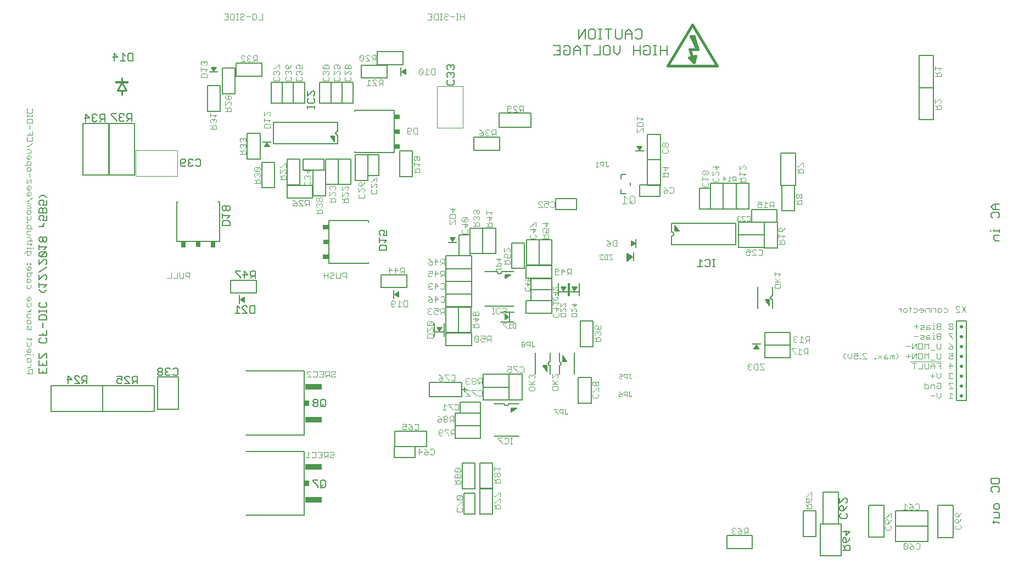
<source format=gbo>
G75*
%MOIN*%
%OFA0B0*%
%FSLAX25Y25*%
%IPPOS*%
%LPD*%
%AMOC8*
5,1,8,0,0,1.08239X$1,22.5*
%
%ADD10C,0.00400*%
%ADD11C,0.00500*%
%ADD12C,0.01000*%
%ADD13C,0.00600*%
%ADD14C,0.01600*%
%ADD15C,0.00700*%
%ADD16C,0.00800*%
%ADD17R,0.03000X0.03400*%
%ADD18R,0.10196X0.03544*%
%ADD19R,0.05512X0.00787*%
%ADD20C,0.00300*%
%ADD21R,0.00787X0.05512*%
%ADD22R,0.03268X0.02992*%
%ADD23R,0.03583X0.02992*%
%ADD24R,0.02992X0.03268*%
%ADD25R,0.02992X0.03583*%
%ADD26C,0.00200*%
%ADD27R,0.08268X0.01181*%
D10*
X0038927Y0130293D02*
X0042530Y0130293D01*
X0042530Y0132094D01*
X0041930Y0132695D01*
X0040729Y0132695D01*
X0040128Y0132094D01*
X0040128Y0130293D01*
X0040128Y0133976D02*
X0041329Y0135177D01*
X0041329Y0135777D01*
X0040729Y0137045D02*
X0039528Y0137045D01*
X0038927Y0137645D01*
X0038927Y0138846D01*
X0039528Y0139447D01*
X0040729Y0139447D01*
X0041329Y0138846D01*
X0041329Y0137645D01*
X0040729Y0137045D01*
X0041329Y0133976D02*
X0038927Y0133976D01*
X0037726Y0140728D02*
X0037726Y0141329D01*
X0038327Y0141929D01*
X0041329Y0141929D01*
X0042530Y0141929D02*
X0043131Y0141929D01*
X0041329Y0143784D02*
X0041329Y0144985D01*
X0040729Y0145586D01*
X0040128Y0145586D01*
X0040128Y0143184D01*
X0039528Y0143184D02*
X0040729Y0143184D01*
X0041329Y0143784D01*
X0039528Y0143184D02*
X0038927Y0143784D01*
X0038927Y0144985D01*
X0039528Y0146867D02*
X0038927Y0147467D01*
X0038927Y0149269D01*
X0039528Y0151150D02*
X0038927Y0151751D01*
X0039528Y0151150D02*
X0041930Y0151150D01*
X0041329Y0150550D02*
X0041329Y0151751D01*
X0041329Y0149269D02*
X0041329Y0147467D01*
X0040729Y0146867D01*
X0039528Y0146867D01*
X0038927Y0156688D02*
X0038927Y0158490D01*
X0039528Y0159090D01*
X0040128Y0158490D01*
X0040128Y0157289D01*
X0040729Y0156688D01*
X0041329Y0157289D01*
X0041329Y0159090D01*
X0040729Y0160372D02*
X0039528Y0160372D01*
X0038927Y0160972D01*
X0038927Y0162173D01*
X0039528Y0162774D01*
X0040729Y0162774D01*
X0041329Y0162173D01*
X0041329Y0160972D01*
X0040729Y0160372D01*
X0041329Y0164055D02*
X0039528Y0164055D01*
X0038927Y0164655D01*
X0038927Y0166457D01*
X0041329Y0166457D01*
X0041329Y0167738D02*
X0038927Y0167738D01*
X0040128Y0167738D02*
X0041329Y0168939D01*
X0041329Y0169539D01*
X0040729Y0170807D02*
X0039528Y0170807D01*
X0038927Y0171408D01*
X0038927Y0173209D01*
X0039528Y0174490D02*
X0040729Y0174490D01*
X0041329Y0175091D01*
X0041329Y0176292D01*
X0040729Y0176892D01*
X0040128Y0176892D01*
X0040128Y0174490D01*
X0039528Y0174490D02*
X0038927Y0175091D01*
X0038927Y0176292D01*
X0041329Y0173209D02*
X0041329Y0171408D01*
X0040729Y0170807D01*
X0040729Y0181857D02*
X0039528Y0181857D01*
X0038927Y0182457D01*
X0038927Y0184259D01*
X0039528Y0185540D02*
X0038927Y0186140D01*
X0038927Y0187341D01*
X0039528Y0187942D01*
X0040729Y0187942D01*
X0041329Y0187341D01*
X0041329Y0186140D01*
X0040729Y0185540D01*
X0039528Y0185540D01*
X0041329Y0184259D02*
X0041329Y0182457D01*
X0040729Y0181857D01*
X0040729Y0189223D02*
X0041329Y0189823D01*
X0041329Y0191625D01*
X0042530Y0191625D02*
X0038927Y0191625D01*
X0038927Y0189823D01*
X0039528Y0189223D01*
X0040729Y0189223D01*
X0040729Y0192906D02*
X0041329Y0193506D01*
X0041329Y0194707D01*
X0040729Y0195308D01*
X0040128Y0195308D01*
X0040128Y0192906D01*
X0039528Y0192906D02*
X0040729Y0192906D01*
X0039528Y0192906D02*
X0038927Y0193506D01*
X0038927Y0194707D01*
X0038927Y0196589D02*
X0039528Y0196589D01*
X0039528Y0197190D01*
X0038927Y0197190D01*
X0038927Y0196589D01*
X0040729Y0196589D02*
X0041329Y0196589D01*
X0041329Y0197190D01*
X0040729Y0197190D01*
X0040729Y0196589D01*
X0040729Y0202114D02*
X0039528Y0202114D01*
X0038927Y0202714D01*
X0038927Y0204516D01*
X0038327Y0204516D02*
X0041329Y0204516D01*
X0041329Y0202714D01*
X0040729Y0202114D01*
X0037726Y0203315D02*
X0037726Y0203915D01*
X0038327Y0204516D01*
X0038927Y0205797D02*
X0038927Y0206998D01*
X0038927Y0206397D02*
X0041329Y0206397D01*
X0041329Y0205797D01*
X0042530Y0206397D02*
X0043131Y0206397D01*
X0041329Y0208252D02*
X0041329Y0209453D01*
X0041930Y0208853D02*
X0039528Y0208853D01*
X0038927Y0209453D01*
X0038927Y0210708D02*
X0042530Y0210708D01*
X0041329Y0211308D02*
X0041329Y0212509D01*
X0040729Y0213110D01*
X0038927Y0213110D01*
X0039528Y0214391D02*
X0038927Y0214991D01*
X0038927Y0216793D01*
X0041329Y0216793D01*
X0041329Y0218074D02*
X0041329Y0219876D01*
X0040729Y0220476D01*
X0039528Y0220476D01*
X0038927Y0219876D01*
X0038927Y0218074D01*
X0042530Y0218074D01*
X0041329Y0214391D02*
X0039528Y0214391D01*
X0041329Y0211308D02*
X0040729Y0210708D01*
X0039528Y0221757D02*
X0039528Y0222358D01*
X0038927Y0222358D01*
X0038927Y0221757D01*
X0039528Y0221757D01*
X0039528Y0223599D02*
X0038927Y0224199D01*
X0038927Y0226001D01*
X0039528Y0227282D02*
X0038927Y0227882D01*
X0038927Y0229084D01*
X0039528Y0229684D01*
X0040729Y0229684D01*
X0041329Y0229084D01*
X0041329Y0227882D01*
X0040729Y0227282D01*
X0039528Y0227282D01*
X0041329Y0226001D02*
X0041329Y0224199D01*
X0040729Y0223599D01*
X0039528Y0223599D01*
X0038927Y0230965D02*
X0041329Y0230965D01*
X0041329Y0231566D01*
X0040729Y0232166D01*
X0041329Y0232767D01*
X0040729Y0233367D01*
X0038927Y0233367D01*
X0038927Y0232166D02*
X0040729Y0232166D01*
X0038927Y0234648D02*
X0042530Y0237050D01*
X0040729Y0238331D02*
X0041329Y0238932D01*
X0041329Y0240133D01*
X0040729Y0240733D01*
X0040128Y0240733D01*
X0040128Y0238331D01*
X0039528Y0238331D02*
X0040729Y0238331D01*
X0039528Y0238331D02*
X0038927Y0238932D01*
X0038927Y0240133D01*
X0039528Y0242015D02*
X0040729Y0242015D01*
X0041329Y0242615D01*
X0041329Y0243816D01*
X0040729Y0244417D01*
X0040128Y0244417D01*
X0040128Y0242015D01*
X0039528Y0242015D02*
X0038927Y0242615D01*
X0038927Y0243816D01*
X0038927Y0245698D02*
X0038927Y0248100D01*
X0040729Y0249381D02*
X0040729Y0251783D01*
X0040729Y0253064D02*
X0039528Y0253064D01*
X0038927Y0253664D01*
X0038927Y0254866D01*
X0039528Y0255466D01*
X0040729Y0255466D01*
X0041329Y0254866D01*
X0041329Y0253664D01*
X0040729Y0253064D01*
X0041329Y0256747D02*
X0037726Y0256747D01*
X0038927Y0256747D02*
X0038927Y0258549D01*
X0039528Y0259149D01*
X0040729Y0259149D01*
X0041329Y0258549D01*
X0041329Y0256747D01*
X0040729Y0260430D02*
X0041329Y0261031D01*
X0041329Y0262232D01*
X0040729Y0262832D01*
X0040128Y0262832D01*
X0040128Y0260430D01*
X0039528Y0260430D02*
X0040729Y0260430D01*
X0039528Y0260430D02*
X0038927Y0261031D01*
X0038927Y0262232D01*
X0038927Y0264113D02*
X0041329Y0264113D01*
X0041329Y0265915D01*
X0040729Y0266515D01*
X0038927Y0266515D01*
X0038927Y0267797D02*
X0042530Y0270199D01*
X0041930Y0271480D02*
X0039528Y0271480D01*
X0038927Y0272080D01*
X0038927Y0273281D01*
X0039528Y0273882D01*
X0038927Y0275163D02*
X0042530Y0275163D01*
X0042530Y0277565D01*
X0040729Y0276364D02*
X0040729Y0275163D01*
X0041930Y0273882D02*
X0042530Y0273281D01*
X0042530Y0272080D01*
X0041930Y0271480D01*
X0040729Y0278846D02*
X0040729Y0281248D01*
X0042530Y0282529D02*
X0042530Y0284331D01*
X0041930Y0284931D01*
X0039528Y0284931D01*
X0038927Y0284331D01*
X0038927Y0282529D01*
X0042530Y0282529D01*
X0042530Y0286212D02*
X0042530Y0287413D01*
X0042530Y0286813D02*
X0038927Y0286813D01*
X0038927Y0287413D02*
X0038927Y0286212D01*
X0039528Y0288668D02*
X0038927Y0289268D01*
X0038927Y0290469D01*
X0039528Y0291070D01*
X0041930Y0291070D02*
X0042530Y0290469D01*
X0042530Y0289268D01*
X0041930Y0288668D01*
X0039528Y0288668D01*
X0041329Y0248100D02*
X0038927Y0245698D01*
X0041329Y0245698D02*
X0041329Y0248100D01*
X0126608Y0191646D02*
X0126608Y0188043D01*
X0124205Y0188043D01*
X0127889Y0188043D02*
X0130291Y0188043D01*
X0130291Y0191646D01*
X0131572Y0191646D02*
X0131572Y0188643D01*
X0132172Y0188043D01*
X0133373Y0188043D01*
X0133974Y0188643D01*
X0133974Y0191646D01*
X0135255Y0191045D02*
X0135255Y0189844D01*
X0135855Y0189244D01*
X0137657Y0189244D01*
X0137657Y0188043D02*
X0137657Y0191646D01*
X0135855Y0191646D01*
X0135255Y0191045D01*
X0200509Y0232643D02*
X0200509Y0233244D01*
X0201109Y0233844D01*
X0202911Y0233844D01*
X0202911Y0232643D01*
X0202310Y0232043D01*
X0201109Y0232043D01*
X0200509Y0232643D01*
X0201710Y0235045D02*
X0202911Y0233844D01*
X0204192Y0234445D02*
X0206594Y0232043D01*
X0204192Y0232043D01*
X0204192Y0234445D02*
X0204192Y0235045D01*
X0204792Y0235646D01*
X0205993Y0235646D01*
X0206594Y0235045D01*
X0207875Y0235045D02*
X0207875Y0233844D01*
X0208475Y0233244D01*
X0210277Y0233244D01*
X0209076Y0233244D02*
X0207875Y0232043D01*
X0210277Y0232043D02*
X0210277Y0235646D01*
X0208475Y0235646D01*
X0207875Y0235045D01*
X0201710Y0235045D02*
X0200509Y0235646D01*
X0208028Y0244493D02*
X0207427Y0245094D01*
X0207427Y0246295D01*
X0208028Y0246895D01*
X0208028Y0248176D02*
X0207427Y0248777D01*
X0207427Y0249978D01*
X0208028Y0250578D01*
X0208628Y0250578D01*
X0209229Y0249978D01*
X0209229Y0249377D01*
X0209229Y0249978D02*
X0209829Y0250578D01*
X0210430Y0250578D01*
X0211030Y0249978D01*
X0211030Y0248777D01*
X0210430Y0248176D01*
X0210430Y0246895D02*
X0211030Y0246295D01*
X0211030Y0245094D01*
X0210430Y0244493D01*
X0208028Y0244493D01*
X0209229Y0251859D02*
X0209229Y0254261D01*
X0211030Y0253661D02*
X0209229Y0251859D01*
X0211030Y0253661D02*
X0207427Y0253661D01*
X0196280Y0253527D02*
X0196280Y0252326D01*
X0195680Y0251726D01*
X0195680Y0250445D02*
X0194479Y0250445D01*
X0193878Y0249844D01*
X0193878Y0248043D01*
X0193878Y0249244D02*
X0192677Y0250445D01*
X0192677Y0251726D02*
X0195079Y0254128D01*
X0195680Y0254128D01*
X0196280Y0253527D01*
X0196280Y0255409D02*
X0196280Y0257811D01*
X0195680Y0257811D01*
X0193278Y0255409D01*
X0192677Y0255409D01*
X0192677Y0254128D02*
X0192677Y0251726D01*
X0195680Y0250445D02*
X0196280Y0249844D01*
X0196280Y0248043D01*
X0192677Y0248043D01*
X0180780Y0247545D02*
X0180780Y0245743D01*
X0177177Y0245743D01*
X0178378Y0245743D02*
X0178378Y0247545D01*
X0178979Y0248145D01*
X0180180Y0248145D01*
X0180780Y0247545D01*
X0180180Y0249426D02*
X0180780Y0250027D01*
X0180780Y0251228D01*
X0180180Y0251828D01*
X0179579Y0251828D01*
X0178979Y0251228D01*
X0178378Y0251828D01*
X0177778Y0251828D01*
X0177177Y0251228D01*
X0177177Y0250027D01*
X0177778Y0249426D01*
X0177177Y0248145D02*
X0178378Y0246944D01*
X0178979Y0250627D02*
X0178979Y0251228D01*
X0180180Y0253109D02*
X0180780Y0253710D01*
X0180780Y0254911D01*
X0180180Y0255511D01*
X0177778Y0253109D01*
X0177177Y0253710D01*
X0177177Y0254911D01*
X0177778Y0255511D01*
X0180180Y0255511D01*
X0180180Y0253109D02*
X0177778Y0253109D01*
X0172030Y0263543D02*
X0172030Y0265344D01*
X0171430Y0265945D01*
X0170229Y0265945D01*
X0169628Y0265344D01*
X0169628Y0263543D01*
X0169628Y0264744D02*
X0168427Y0265945D01*
X0169028Y0267226D02*
X0168427Y0267826D01*
X0168427Y0269027D01*
X0169028Y0269628D01*
X0169628Y0269628D01*
X0170229Y0269027D01*
X0170229Y0268427D01*
X0170229Y0269027D02*
X0170829Y0269628D01*
X0171430Y0269628D01*
X0172030Y0269027D01*
X0172030Y0267826D01*
X0171430Y0267226D01*
X0171430Y0270909D02*
X0172030Y0271509D01*
X0172030Y0272710D01*
X0171430Y0273311D01*
X0170829Y0273311D01*
X0170229Y0272710D01*
X0169628Y0273311D01*
X0169028Y0273311D01*
X0168427Y0272710D01*
X0168427Y0271509D01*
X0169028Y0270909D01*
X0170229Y0272110D02*
X0170229Y0272710D01*
X0168427Y0263543D02*
X0172030Y0263543D01*
X0183114Y0279462D02*
X0183114Y0281263D01*
X0183715Y0281864D01*
X0186117Y0281864D01*
X0186717Y0281263D01*
X0186717Y0279462D01*
X0183114Y0279462D01*
X0183114Y0283145D02*
X0183114Y0285547D01*
X0183114Y0284346D02*
X0186717Y0284346D01*
X0185516Y0283145D01*
X0186117Y0286828D02*
X0186717Y0287429D01*
X0186717Y0288630D01*
X0186117Y0289230D01*
X0185516Y0289230D01*
X0183114Y0286828D01*
X0183114Y0289230D01*
X0163030Y0289493D02*
X0163030Y0291295D01*
X0162430Y0291895D01*
X0161229Y0291895D01*
X0160628Y0291295D01*
X0160628Y0289493D01*
X0159427Y0289493D02*
X0163030Y0289493D01*
X0160628Y0290694D02*
X0159427Y0291895D01*
X0159427Y0293176D02*
X0161829Y0295578D01*
X0162430Y0295578D01*
X0163030Y0294978D01*
X0163030Y0293777D01*
X0162430Y0293176D01*
X0159427Y0293176D02*
X0159427Y0295578D01*
X0160028Y0296859D02*
X0160628Y0296859D01*
X0161229Y0297460D01*
X0161229Y0298661D01*
X0160628Y0299261D01*
X0160028Y0299261D01*
X0159427Y0298661D01*
X0159427Y0297460D01*
X0160028Y0296859D01*
X0161229Y0297460D02*
X0161829Y0296859D01*
X0162430Y0296859D01*
X0163030Y0297460D01*
X0163030Y0298661D01*
X0162430Y0299261D01*
X0161829Y0299261D01*
X0161229Y0298661D01*
X0154030Y0287310D02*
X0150427Y0287310D01*
X0150427Y0286109D02*
X0150427Y0288511D01*
X0152829Y0286109D02*
X0154030Y0287310D01*
X0153430Y0284828D02*
X0152829Y0284828D01*
X0152229Y0284228D01*
X0151628Y0284828D01*
X0151028Y0284828D01*
X0150427Y0284228D01*
X0150427Y0283027D01*
X0151028Y0282426D01*
X0150427Y0281145D02*
X0151628Y0279944D01*
X0151628Y0280545D02*
X0151628Y0278743D01*
X0150427Y0278743D02*
X0154030Y0278743D01*
X0154030Y0280545D01*
X0153430Y0281145D01*
X0152229Y0281145D01*
X0151628Y0280545D01*
X0153430Y0282426D02*
X0154030Y0283027D01*
X0154030Y0284228D01*
X0153430Y0284828D01*
X0152229Y0284228D02*
X0152229Y0283627D01*
X0188677Y0308643D02*
X0188677Y0309844D01*
X0189278Y0310445D01*
X0189278Y0311726D02*
X0188677Y0312326D01*
X0188677Y0313527D01*
X0189278Y0314128D01*
X0189878Y0314128D01*
X0190479Y0313527D01*
X0190479Y0312927D01*
X0190479Y0313527D02*
X0191079Y0314128D01*
X0191680Y0314128D01*
X0192280Y0313527D01*
X0192280Y0312326D01*
X0191680Y0311726D01*
X0191680Y0310445D02*
X0192280Y0309844D01*
X0192280Y0308643D01*
X0191680Y0308043D01*
X0189278Y0308043D01*
X0188677Y0308643D01*
X0195927Y0308643D02*
X0195927Y0309844D01*
X0196528Y0310445D01*
X0196528Y0311726D02*
X0195927Y0312326D01*
X0195927Y0313527D01*
X0196528Y0314128D01*
X0197128Y0314128D01*
X0197729Y0313527D01*
X0197729Y0312927D01*
X0197729Y0313527D02*
X0198329Y0314128D01*
X0198930Y0314128D01*
X0199530Y0313527D01*
X0199530Y0312326D01*
X0198930Y0311726D01*
X0198930Y0310445D02*
X0199530Y0309844D01*
X0199530Y0308643D01*
X0198930Y0308043D01*
X0196528Y0308043D01*
X0195927Y0308643D01*
X0202427Y0308643D02*
X0202427Y0309844D01*
X0203028Y0310445D01*
X0203028Y0311726D02*
X0202427Y0312326D01*
X0202427Y0313527D01*
X0203028Y0314128D01*
X0203628Y0314128D01*
X0204229Y0313527D01*
X0204229Y0312927D01*
X0204229Y0313527D02*
X0204829Y0314128D01*
X0205430Y0314128D01*
X0206030Y0313527D01*
X0206030Y0312326D01*
X0205430Y0311726D01*
X0205430Y0310445D02*
X0206030Y0309844D01*
X0206030Y0308643D01*
X0205430Y0308043D01*
X0203028Y0308043D01*
X0202427Y0308643D01*
X0203028Y0315409D02*
X0202427Y0316009D01*
X0202427Y0317210D01*
X0203028Y0317811D01*
X0204229Y0317811D01*
X0204829Y0317210D01*
X0204829Y0316610D01*
X0204229Y0315409D01*
X0206030Y0315409D01*
X0206030Y0317811D01*
X0199530Y0317811D02*
X0198930Y0316610D01*
X0197729Y0315409D01*
X0197729Y0317210D01*
X0197128Y0317811D01*
X0196528Y0317811D01*
X0195927Y0317210D01*
X0195927Y0316009D01*
X0196528Y0315409D01*
X0197729Y0315409D01*
X0192280Y0315409D02*
X0192280Y0317811D01*
X0191680Y0317811D01*
X0189278Y0315409D01*
X0188677Y0315409D01*
X0178777Y0319793D02*
X0178777Y0323396D01*
X0176975Y0323396D01*
X0176375Y0322795D01*
X0176375Y0321594D01*
X0176975Y0320994D01*
X0178777Y0320994D01*
X0177576Y0320994D02*
X0176375Y0319793D01*
X0175094Y0320393D02*
X0174493Y0319793D01*
X0173292Y0319793D01*
X0172692Y0320393D01*
X0172692Y0320994D01*
X0173292Y0321594D01*
X0173893Y0321594D01*
X0173292Y0321594D02*
X0172692Y0322195D01*
X0172692Y0322795D01*
X0173292Y0323396D01*
X0174493Y0323396D01*
X0175094Y0322795D01*
X0171411Y0322795D02*
X0170810Y0323396D01*
X0169609Y0323396D01*
X0169009Y0322795D01*
X0169009Y0322195D01*
X0171411Y0319793D01*
X0169009Y0319793D01*
X0148467Y0319380D02*
X0147867Y0319980D01*
X0147266Y0319980D01*
X0146666Y0319380D01*
X0146065Y0319980D01*
X0145465Y0319980D01*
X0144864Y0319380D01*
X0144864Y0318179D01*
X0145465Y0317578D01*
X0144864Y0316297D02*
X0144864Y0313895D01*
X0144864Y0315096D02*
X0148467Y0315096D01*
X0147266Y0313895D01*
X0147867Y0312614D02*
X0148467Y0312013D01*
X0148467Y0310212D01*
X0144864Y0310212D01*
X0144864Y0312013D01*
X0145465Y0312614D01*
X0147867Y0312614D01*
X0147867Y0317578D02*
X0148467Y0318179D01*
X0148467Y0319380D01*
X0146666Y0319380D02*
X0146666Y0318779D01*
X0158754Y0345293D02*
X0161156Y0345293D01*
X0161156Y0348896D01*
X0158754Y0348896D01*
X0159955Y0347094D02*
X0161156Y0347094D01*
X0162437Y0345893D02*
X0163037Y0345293D01*
X0164839Y0345293D01*
X0164839Y0348896D01*
X0163037Y0348896D01*
X0162437Y0348295D01*
X0162437Y0345893D01*
X0166093Y0345293D02*
X0167294Y0345293D01*
X0166694Y0345293D02*
X0166694Y0348896D01*
X0167294Y0348896D02*
X0166093Y0348896D01*
X0168576Y0348295D02*
X0169176Y0348896D01*
X0170377Y0348896D01*
X0170978Y0348295D01*
X0170978Y0347695D01*
X0170377Y0347094D01*
X0169176Y0347094D01*
X0168576Y0346494D01*
X0168576Y0345893D01*
X0169176Y0345293D01*
X0170377Y0345293D01*
X0170978Y0345893D01*
X0172259Y0347094D02*
X0174661Y0347094D01*
X0175942Y0345893D02*
X0175942Y0348295D01*
X0176542Y0348896D01*
X0177743Y0348896D01*
X0178344Y0348295D01*
X0178344Y0345893D01*
X0177743Y0345293D01*
X0176542Y0345293D01*
X0175942Y0345893D01*
X0179625Y0345293D02*
X0182027Y0345293D01*
X0182027Y0348896D01*
X0218677Y0317210D02*
X0219278Y0317811D01*
X0221680Y0317811D01*
X0219278Y0315409D01*
X0218677Y0316009D01*
X0218677Y0317210D01*
X0219278Y0315409D02*
X0221680Y0315409D01*
X0222280Y0316009D01*
X0222280Y0317210D01*
X0221680Y0317811D01*
X0221680Y0314128D02*
X0221079Y0314128D01*
X0220479Y0313527D01*
X0219878Y0314128D01*
X0219278Y0314128D01*
X0218677Y0313527D01*
X0218677Y0312326D01*
X0219278Y0311726D01*
X0219278Y0310445D02*
X0218677Y0309844D01*
X0218677Y0308643D01*
X0219278Y0308043D01*
X0221680Y0308043D01*
X0222280Y0308643D01*
X0222280Y0309844D01*
X0221680Y0310445D01*
X0221680Y0311726D02*
X0222280Y0312326D01*
X0222280Y0313527D01*
X0221680Y0314128D01*
X0220479Y0313527D02*
X0220479Y0312927D01*
X0225427Y0314128D02*
X0225427Y0311726D01*
X0227829Y0314128D01*
X0228430Y0314128D01*
X0229030Y0313527D01*
X0229030Y0312326D01*
X0228430Y0311726D01*
X0228430Y0310445D02*
X0229030Y0309844D01*
X0229030Y0308643D01*
X0228430Y0308043D01*
X0226028Y0308043D01*
X0225427Y0308643D01*
X0225427Y0309844D01*
X0226028Y0310445D01*
X0226028Y0315409D02*
X0225427Y0316009D01*
X0225427Y0317210D01*
X0226028Y0317811D01*
X0228430Y0317811D01*
X0229030Y0317210D01*
X0229030Y0316009D01*
X0228430Y0315409D01*
X0227829Y0315409D01*
X0227229Y0316009D01*
X0227229Y0317811D01*
X0232177Y0317210D02*
X0232177Y0316009D01*
X0232778Y0315409D01*
X0233378Y0315409D01*
X0233979Y0316009D01*
X0233979Y0317210D01*
X0233378Y0317811D01*
X0232778Y0317811D01*
X0232177Y0317210D01*
X0233979Y0317210D02*
X0234579Y0317811D01*
X0235180Y0317811D01*
X0235780Y0317210D01*
X0235780Y0316009D01*
X0235180Y0315409D01*
X0234579Y0315409D01*
X0233979Y0316009D01*
X0234579Y0314128D02*
X0235180Y0314128D01*
X0235780Y0313527D01*
X0235780Y0312326D01*
X0235180Y0311726D01*
X0235180Y0310445D02*
X0235780Y0309844D01*
X0235780Y0308643D01*
X0235180Y0308043D01*
X0232778Y0308043D01*
X0232177Y0308643D01*
X0232177Y0309844D01*
X0232778Y0310445D01*
X0232177Y0311726D02*
X0232177Y0314128D01*
X0232177Y0311726D02*
X0234579Y0314128D01*
X0241009Y0320893D02*
X0241609Y0320293D01*
X0242810Y0320293D01*
X0243411Y0320893D01*
X0241009Y0323295D01*
X0241009Y0320893D01*
X0243411Y0320893D02*
X0243411Y0323295D01*
X0242810Y0323896D01*
X0241609Y0323896D01*
X0241009Y0323295D01*
X0244692Y0323295D02*
X0245292Y0323896D01*
X0246493Y0323896D01*
X0247094Y0323295D01*
X0248375Y0323295D02*
X0248375Y0322094D01*
X0248975Y0321494D01*
X0250777Y0321494D01*
X0249576Y0321494D02*
X0248375Y0320293D01*
X0247094Y0320293D02*
X0244692Y0322695D01*
X0244692Y0323295D01*
X0244692Y0320293D02*
X0247094Y0320293D01*
X0248375Y0323295D02*
X0248975Y0323896D01*
X0250777Y0323896D01*
X0250777Y0320293D01*
X0250743Y0308896D02*
X0251344Y0308295D01*
X0250743Y0308896D02*
X0249542Y0308896D01*
X0248942Y0308295D01*
X0248942Y0307695D01*
X0251344Y0305293D01*
X0248942Y0305293D01*
X0247661Y0305293D02*
X0245259Y0305293D01*
X0246460Y0305293D02*
X0246460Y0308896D01*
X0247661Y0307695D01*
X0252625Y0308295D02*
X0252625Y0307094D01*
X0253225Y0306494D01*
X0255027Y0306494D01*
X0253826Y0306494D02*
X0252625Y0305293D01*
X0255027Y0305293D02*
X0255027Y0308896D01*
X0253225Y0308896D01*
X0252625Y0308295D01*
X0276977Y0312456D02*
X0277578Y0311856D01*
X0278779Y0311856D01*
X0279379Y0312456D01*
X0276977Y0314858D01*
X0276977Y0312456D01*
X0276977Y0314858D02*
X0277578Y0315459D01*
X0278779Y0315459D01*
X0279379Y0314858D01*
X0279379Y0312456D01*
X0280661Y0311856D02*
X0283063Y0311856D01*
X0281862Y0311856D02*
X0281862Y0315459D01*
X0283063Y0314258D01*
X0284344Y0314858D02*
X0284944Y0315459D01*
X0286746Y0315459D01*
X0286746Y0311856D01*
X0284944Y0311856D01*
X0284344Y0312456D01*
X0284344Y0314858D01*
X0284884Y0345293D02*
X0282482Y0345293D01*
X0283683Y0347094D02*
X0284884Y0347094D01*
X0286165Y0345893D02*
X0286165Y0348295D01*
X0286765Y0348896D01*
X0288567Y0348896D01*
X0288567Y0345293D01*
X0286765Y0345293D01*
X0286165Y0345893D01*
X0284884Y0345293D02*
X0284884Y0348896D01*
X0282482Y0348896D01*
X0289821Y0348896D02*
X0291022Y0348896D01*
X0290422Y0348896D02*
X0290422Y0345293D01*
X0291022Y0345293D02*
X0289821Y0345293D01*
X0292303Y0345893D02*
X0292904Y0345293D01*
X0294105Y0345293D01*
X0294705Y0345893D01*
X0294105Y0347094D02*
X0292904Y0347094D01*
X0292303Y0346494D01*
X0292303Y0345893D01*
X0294105Y0347094D02*
X0294705Y0347695D01*
X0294705Y0348295D01*
X0294105Y0348896D01*
X0292904Y0348896D01*
X0292303Y0348295D01*
X0295986Y0347094D02*
X0298388Y0347094D01*
X0299643Y0345293D02*
X0300844Y0345293D01*
X0300243Y0345293D02*
X0300243Y0348896D01*
X0299643Y0348896D02*
X0300844Y0348896D01*
X0302125Y0348896D02*
X0302125Y0345293D01*
X0302125Y0347094D02*
X0304527Y0347094D01*
X0304527Y0345293D02*
X0304527Y0348896D01*
X0331159Y0292896D02*
X0332360Y0292896D01*
X0332960Y0292295D01*
X0332960Y0291695D01*
X0332360Y0291094D01*
X0330558Y0291094D01*
X0330558Y0289893D02*
X0330558Y0292295D01*
X0331159Y0292896D01*
X0330558Y0289893D02*
X0331159Y0289293D01*
X0332360Y0289293D01*
X0332960Y0289893D01*
X0334241Y0289293D02*
X0336643Y0289293D01*
X0334241Y0291695D01*
X0334241Y0292295D01*
X0334842Y0292896D01*
X0336043Y0292896D01*
X0336643Y0292295D01*
X0337924Y0292295D02*
X0337924Y0291094D01*
X0338525Y0290494D01*
X0340326Y0290494D01*
X0339125Y0290494D02*
X0337924Y0289293D01*
X0340326Y0289293D02*
X0340326Y0292896D01*
X0338525Y0292896D01*
X0337924Y0292295D01*
X0323576Y0278396D02*
X0321775Y0278396D01*
X0321174Y0277795D01*
X0321174Y0276594D01*
X0321775Y0275994D01*
X0323576Y0275994D01*
X0322375Y0275994D02*
X0321174Y0274793D01*
X0319893Y0275393D02*
X0319293Y0274793D01*
X0318092Y0274793D01*
X0317491Y0275393D01*
X0317491Y0275994D01*
X0318092Y0276594D01*
X0318692Y0276594D01*
X0318092Y0276594D02*
X0317491Y0277195D01*
X0317491Y0277795D01*
X0318092Y0278396D01*
X0319293Y0278396D01*
X0319893Y0277795D01*
X0323576Y0278396D02*
X0323576Y0274793D01*
X0316210Y0275393D02*
X0315610Y0274793D01*
X0314409Y0274793D01*
X0313808Y0275393D01*
X0313808Y0275994D01*
X0314409Y0276594D01*
X0316210Y0276594D01*
X0316210Y0275393D01*
X0316210Y0276594D02*
X0315009Y0277795D01*
X0313808Y0278396D01*
X0276027Y0279396D02*
X0276027Y0275793D01*
X0274225Y0275793D01*
X0273625Y0276393D01*
X0273625Y0278795D01*
X0274225Y0279396D01*
X0276027Y0279396D01*
X0272344Y0278795D02*
X0272344Y0278195D01*
X0271743Y0277594D01*
X0269942Y0277594D01*
X0269942Y0276393D02*
X0269942Y0278795D01*
X0270542Y0279396D01*
X0271743Y0279396D01*
X0272344Y0278795D01*
X0272344Y0276393D02*
X0271743Y0275793D01*
X0270542Y0275793D01*
X0269942Y0276393D01*
X0274528Y0262311D02*
X0273927Y0261710D01*
X0273927Y0260509D01*
X0274528Y0259909D01*
X0275128Y0259909D01*
X0275729Y0260509D01*
X0275729Y0261710D01*
X0275128Y0262311D01*
X0274528Y0262311D01*
X0275729Y0261710D02*
X0276329Y0262311D01*
X0276930Y0262311D01*
X0277530Y0261710D01*
X0277530Y0260509D01*
X0276930Y0259909D01*
X0276329Y0259909D01*
X0275729Y0260509D01*
X0273927Y0258628D02*
X0273927Y0256226D01*
X0273927Y0257427D02*
X0277530Y0257427D01*
X0276329Y0256226D01*
X0275729Y0254945D02*
X0275128Y0254344D01*
X0275128Y0252543D01*
X0275128Y0253744D02*
X0273927Y0254945D01*
X0275729Y0254945D02*
X0276930Y0254945D01*
X0277530Y0254344D01*
X0277530Y0252543D01*
X0273927Y0252543D01*
X0251530Y0249261D02*
X0250930Y0249261D01*
X0248528Y0246859D01*
X0247927Y0246859D01*
X0247927Y0245578D02*
X0247927Y0243176D01*
X0250329Y0245578D01*
X0250930Y0245578D01*
X0251530Y0244978D01*
X0251530Y0243777D01*
X0250930Y0243176D01*
X0250930Y0241895D02*
X0251530Y0241295D01*
X0251530Y0240094D01*
X0250930Y0239493D01*
X0248528Y0239493D01*
X0247927Y0240094D01*
X0247927Y0241295D01*
X0248528Y0241895D01*
X0244030Y0242228D02*
X0244030Y0241027D01*
X0243430Y0240426D01*
X0243430Y0239145D02*
X0244030Y0238545D01*
X0244030Y0237344D01*
X0243430Y0236743D01*
X0241028Y0236743D01*
X0240427Y0237344D01*
X0240427Y0238545D01*
X0241028Y0239145D01*
X0240427Y0240426D02*
X0242829Y0242828D01*
X0243430Y0242828D01*
X0244030Y0242228D01*
X0242229Y0244109D02*
X0242229Y0245911D01*
X0241628Y0246511D01*
X0241028Y0246511D01*
X0240427Y0245911D01*
X0240427Y0244710D01*
X0241028Y0244109D01*
X0242229Y0244109D01*
X0243430Y0245310D01*
X0244030Y0246511D01*
X0240427Y0242828D02*
X0240427Y0240426D01*
X0234030Y0239728D02*
X0234030Y0238527D01*
X0233430Y0237926D01*
X0233430Y0236645D02*
X0232229Y0236645D01*
X0231628Y0236045D01*
X0231628Y0234243D01*
X0230427Y0234243D02*
X0234030Y0234243D01*
X0234030Y0236045D01*
X0233430Y0236645D01*
X0231628Y0235444D02*
X0230427Y0236645D01*
X0230427Y0237926D02*
X0232829Y0240328D01*
X0233430Y0240328D01*
X0234030Y0239728D01*
X0233430Y0241609D02*
X0234030Y0242210D01*
X0234030Y0243411D01*
X0233430Y0244011D01*
X0232829Y0244011D01*
X0230427Y0241609D01*
X0230427Y0244011D01*
X0230427Y0240328D02*
X0230427Y0237926D01*
X0226280Y0238777D02*
X0225680Y0238176D01*
X0226280Y0238777D02*
X0226280Y0239978D01*
X0225680Y0240578D01*
X0225079Y0240578D01*
X0222677Y0238176D01*
X0222677Y0240578D01*
X0223278Y0241859D02*
X0222677Y0242460D01*
X0222677Y0243661D01*
X0223278Y0244261D01*
X0223878Y0244261D01*
X0224479Y0243661D01*
X0224479Y0243060D01*
X0224479Y0243661D02*
X0225079Y0244261D01*
X0225680Y0244261D01*
X0226280Y0243661D01*
X0226280Y0242460D01*
X0225680Y0241859D01*
X0225680Y0236895D02*
X0224479Y0236895D01*
X0223878Y0236295D01*
X0223878Y0234493D01*
X0222677Y0234493D02*
X0226280Y0234493D01*
X0226280Y0236295D01*
X0225680Y0236895D01*
X0223878Y0235694D02*
X0222677Y0236895D01*
X0218280Y0236661D02*
X0217680Y0237261D01*
X0217079Y0237261D01*
X0216479Y0236661D01*
X0216479Y0235460D01*
X0217079Y0234859D01*
X0217680Y0234859D01*
X0218280Y0235460D01*
X0218280Y0236661D01*
X0216479Y0236661D02*
X0215878Y0237261D01*
X0215278Y0237261D01*
X0214677Y0236661D01*
X0214677Y0235460D01*
X0215278Y0234859D01*
X0215878Y0234859D01*
X0216479Y0235460D01*
X0217079Y0233578D02*
X0216479Y0232978D01*
X0215878Y0233578D01*
X0215278Y0233578D01*
X0214677Y0232978D01*
X0214677Y0231777D01*
X0215278Y0231176D01*
X0214677Y0229895D02*
X0215878Y0228694D01*
X0215878Y0229295D02*
X0215878Y0227493D01*
X0214677Y0227493D02*
X0218280Y0227493D01*
X0218280Y0229295D01*
X0217680Y0229895D01*
X0216479Y0229895D01*
X0215878Y0229295D01*
X0217680Y0231176D02*
X0218280Y0231777D01*
X0218280Y0232978D01*
X0217680Y0233578D01*
X0217079Y0233578D01*
X0216479Y0232978D02*
X0216479Y0232377D01*
X0251530Y0246859D02*
X0251530Y0249261D01*
X0295614Y0230130D02*
X0299217Y0230130D01*
X0297416Y0228328D01*
X0297416Y0230730D01*
X0296215Y0227047D02*
X0298617Y0227047D01*
X0299217Y0226446D01*
X0299217Y0224645D01*
X0295614Y0224645D01*
X0295614Y0226446D01*
X0296215Y0227047D01*
X0295614Y0223364D02*
X0295614Y0220962D01*
X0296215Y0220962D01*
X0298617Y0223364D01*
X0299217Y0223364D01*
X0299217Y0220962D01*
X0303177Y0220777D02*
X0306780Y0220777D01*
X0304979Y0218976D01*
X0304979Y0221378D01*
X0303778Y0222659D02*
X0306180Y0222659D01*
X0306780Y0223259D01*
X0306780Y0224460D01*
X0306180Y0225061D01*
X0303778Y0222659D01*
X0303177Y0223259D01*
X0303177Y0224460D01*
X0303778Y0225061D01*
X0306180Y0225061D01*
X0310177Y0225277D02*
X0310177Y0224076D01*
X0310778Y0223476D01*
X0310177Y0222195D02*
X0311378Y0220994D01*
X0311378Y0221594D02*
X0311378Y0219793D01*
X0310177Y0219793D02*
X0313780Y0219793D01*
X0313780Y0221594D01*
X0313180Y0222195D01*
X0311979Y0222195D01*
X0311378Y0221594D01*
X0313180Y0223476D02*
X0313780Y0224076D01*
X0313780Y0225277D01*
X0313180Y0225878D01*
X0312579Y0225878D01*
X0311979Y0225277D01*
X0311378Y0225878D01*
X0310778Y0225878D01*
X0310177Y0225277D01*
X0311979Y0225277D02*
X0311979Y0224677D01*
X0312579Y0227159D02*
X0311979Y0227759D01*
X0311979Y0229561D01*
X0313180Y0229561D02*
X0313780Y0228960D01*
X0313780Y0227759D01*
X0313180Y0227159D01*
X0312579Y0227159D01*
X0310778Y0227159D02*
X0310177Y0227759D01*
X0310177Y0228960D01*
X0310778Y0229561D01*
X0313180Y0229561D01*
X0317927Y0229311D02*
X0317927Y0226909D01*
X0317927Y0228110D02*
X0321530Y0228110D01*
X0320329Y0226909D01*
X0319729Y0225628D02*
X0319729Y0223226D01*
X0321530Y0225027D01*
X0317927Y0225027D01*
X0317927Y0221945D02*
X0319128Y0220744D01*
X0319128Y0221344D02*
X0319128Y0219543D01*
X0317927Y0219543D02*
X0321530Y0219543D01*
X0321530Y0221344D01*
X0320930Y0221945D01*
X0319729Y0221945D01*
X0319128Y0221344D01*
X0306780Y0217094D02*
X0306780Y0215893D01*
X0306180Y0215293D01*
X0303778Y0215293D01*
X0303177Y0215893D01*
X0303177Y0217094D01*
X0303778Y0217695D01*
X0306180Y0217695D02*
X0306780Y0217094D01*
X0328677Y0206561D02*
X0328677Y0204159D01*
X0331079Y0206561D01*
X0331680Y0206561D01*
X0332280Y0205960D01*
X0332280Y0204759D01*
X0331680Y0204159D01*
X0332280Y0202878D02*
X0332280Y0200476D01*
X0330479Y0200476D01*
X0331079Y0201677D01*
X0331079Y0202277D01*
X0330479Y0202878D01*
X0329278Y0202878D01*
X0328677Y0202277D01*
X0328677Y0201076D01*
X0329278Y0200476D01*
X0328677Y0199195D02*
X0329878Y0197994D01*
X0329878Y0198594D02*
X0329878Y0196793D01*
X0328677Y0196793D02*
X0332280Y0196793D01*
X0332280Y0198594D01*
X0331680Y0199195D01*
X0330479Y0199195D01*
X0329878Y0198594D01*
X0344427Y0212893D02*
X0344427Y0214094D01*
X0345028Y0214695D01*
X0346229Y0215976D02*
X0346229Y0218378D01*
X0345028Y0219659D02*
X0344427Y0219659D01*
X0345028Y0219659D02*
X0347430Y0222061D01*
X0348030Y0222061D01*
X0348030Y0219659D01*
X0348030Y0217777D02*
X0346229Y0215976D01*
X0347430Y0214695D02*
X0348030Y0214094D01*
X0348030Y0212893D01*
X0347430Y0212293D01*
X0345028Y0212293D01*
X0344427Y0212893D01*
X0344427Y0217777D02*
X0348030Y0217777D01*
X0352177Y0217777D02*
X0352778Y0218378D01*
X0353979Y0218378D01*
X0354579Y0217777D01*
X0354579Y0217177D01*
X0353979Y0215976D01*
X0355780Y0215976D01*
X0355780Y0218378D01*
X0353979Y0219659D02*
X0355780Y0221460D01*
X0352177Y0221460D01*
X0353979Y0222061D02*
X0353979Y0219659D01*
X0352177Y0217777D02*
X0352177Y0216576D01*
X0352778Y0215976D01*
X0352177Y0214695D02*
X0353378Y0213494D01*
X0353378Y0214094D02*
X0353378Y0212293D01*
X0352177Y0212293D02*
X0355780Y0212293D01*
X0355780Y0214094D01*
X0355180Y0214695D01*
X0353979Y0214695D01*
X0353378Y0214094D01*
X0353792Y0231293D02*
X0354993Y0231293D01*
X0355594Y0231893D01*
X0355594Y0233094D02*
X0354393Y0233695D01*
X0353792Y0233695D01*
X0353192Y0233094D01*
X0353192Y0231893D01*
X0353792Y0231293D01*
X0351911Y0231293D02*
X0349509Y0233695D01*
X0349509Y0234295D01*
X0350109Y0234896D01*
X0351310Y0234896D01*
X0351911Y0234295D01*
X0353192Y0234896D02*
X0355594Y0234896D01*
X0355594Y0233094D01*
X0356875Y0231893D02*
X0357475Y0231293D01*
X0358677Y0231293D01*
X0359277Y0231893D01*
X0359277Y0234295D01*
X0358677Y0234896D01*
X0357475Y0234896D01*
X0356875Y0234295D01*
X0351911Y0231293D02*
X0349509Y0231293D01*
X0391023Y0211083D02*
X0392224Y0210482D01*
X0393425Y0209281D01*
X0391623Y0209281D01*
X0391023Y0208681D01*
X0391023Y0208080D01*
X0391623Y0207480D01*
X0392824Y0207480D01*
X0393425Y0208080D01*
X0393425Y0209281D01*
X0394706Y0208080D02*
X0394706Y0210482D01*
X0395306Y0211083D01*
X0397108Y0211083D01*
X0397108Y0207480D01*
X0395306Y0207480D01*
X0394706Y0208080D01*
X0369326Y0193896D02*
X0367525Y0193896D01*
X0366924Y0193295D01*
X0366924Y0192094D01*
X0367525Y0191494D01*
X0369326Y0191494D01*
X0368125Y0191494D02*
X0366924Y0190293D01*
X0365643Y0192094D02*
X0363241Y0192094D01*
X0361960Y0192695D02*
X0361360Y0192094D01*
X0359558Y0192094D01*
X0359558Y0190893D02*
X0359558Y0193295D01*
X0360159Y0193896D01*
X0361360Y0193896D01*
X0361960Y0193295D01*
X0361960Y0192695D01*
X0361960Y0190893D02*
X0361360Y0190293D01*
X0360159Y0190293D01*
X0359558Y0190893D01*
X0363842Y0190293D02*
X0363842Y0193896D01*
X0365643Y0192094D01*
X0369326Y0190293D02*
X0369326Y0193896D01*
X0362030Y0173060D02*
X0358427Y0173060D01*
X0358427Y0171859D02*
X0358427Y0174261D01*
X0360829Y0171859D02*
X0362030Y0173060D01*
X0360229Y0170578D02*
X0360229Y0168176D01*
X0362030Y0169978D01*
X0358427Y0169978D01*
X0359028Y0166895D02*
X0358427Y0166295D01*
X0358427Y0165094D01*
X0359028Y0164493D01*
X0361430Y0164493D01*
X0362030Y0165094D01*
X0362030Y0166295D01*
X0361430Y0166895D01*
X0383677Y0158960D02*
X0383677Y0157759D01*
X0384278Y0157159D01*
X0385479Y0157159D02*
X0386079Y0158360D01*
X0386079Y0158960D01*
X0385479Y0159561D01*
X0384278Y0159561D01*
X0383677Y0158960D01*
X0385479Y0157159D02*
X0387280Y0157159D01*
X0387280Y0159561D01*
X0386680Y0155878D02*
X0386079Y0155878D01*
X0385479Y0155277D01*
X0384878Y0155878D01*
X0384278Y0155878D01*
X0383677Y0155277D01*
X0383677Y0154076D01*
X0384278Y0153476D01*
X0383677Y0152195D02*
X0384878Y0150994D01*
X0384878Y0151594D02*
X0384878Y0149793D01*
X0383677Y0149793D02*
X0387280Y0149793D01*
X0387280Y0151594D01*
X0386680Y0152195D01*
X0385479Y0152195D01*
X0384878Y0151594D01*
X0386680Y0153476D02*
X0387280Y0154076D01*
X0387280Y0155277D01*
X0386680Y0155878D01*
X0385479Y0155277D02*
X0385479Y0154677D01*
X0360930Y0129811D02*
X0361530Y0129210D01*
X0361530Y0128009D01*
X0360930Y0127409D01*
X0361530Y0126128D02*
X0359128Y0123726D01*
X0359729Y0124326D02*
X0357927Y0126128D01*
X0357927Y0127409D02*
X0360329Y0129811D01*
X0360930Y0129811D01*
X0357927Y0129811D02*
X0357927Y0127409D01*
X0357927Y0123726D02*
X0361530Y0123726D01*
X0360930Y0122445D02*
X0361530Y0121844D01*
X0361530Y0120643D01*
X0360930Y0120043D01*
X0358528Y0120043D01*
X0357927Y0120643D01*
X0357927Y0121844D01*
X0358528Y0122445D01*
X0360930Y0122445D01*
X0347280Y0121594D02*
X0346680Y0122195D01*
X0344278Y0122195D01*
X0343677Y0121594D01*
X0343677Y0120393D01*
X0344278Y0119793D01*
X0346680Y0119793D01*
X0347280Y0120393D01*
X0347280Y0121594D01*
X0347280Y0123476D02*
X0343677Y0123476D01*
X0344878Y0123476D02*
X0347280Y0125878D01*
X0346680Y0127159D02*
X0347280Y0127759D01*
X0347280Y0128960D01*
X0346680Y0129561D01*
X0346079Y0129561D01*
X0345479Y0128960D01*
X0344878Y0129561D01*
X0344278Y0129561D01*
X0343677Y0128960D01*
X0343677Y0127759D01*
X0344278Y0127159D01*
X0343677Y0125878D02*
X0345479Y0124076D01*
X0345479Y0128360D02*
X0345479Y0128960D01*
X0340576Y0131393D02*
X0339976Y0130793D01*
X0338775Y0130793D01*
X0338174Y0131393D01*
X0336893Y0131393D02*
X0336893Y0130793D01*
X0336893Y0131393D02*
X0334491Y0133795D01*
X0334491Y0134396D01*
X0336893Y0134396D01*
X0338174Y0133795D02*
X0338775Y0134396D01*
X0339976Y0134396D01*
X0340576Y0133795D01*
X0340576Y0131393D01*
X0333210Y0131393D02*
X0332610Y0130793D01*
X0331409Y0130793D01*
X0330808Y0131393D01*
X0330808Y0132594D01*
X0331409Y0133195D01*
X0332009Y0133195D01*
X0333210Y0132594D01*
X0333210Y0134396D01*
X0330808Y0134396D01*
X0315277Y0127396D02*
X0315277Y0123793D01*
X0315277Y0124994D02*
X0313475Y0124994D01*
X0312875Y0125594D01*
X0312875Y0126795D01*
X0313475Y0127396D01*
X0315277Y0127396D01*
X0314076Y0124994D02*
X0312875Y0123793D01*
X0311594Y0124393D02*
X0311594Y0124994D01*
X0310993Y0125594D01*
X0309792Y0125594D01*
X0309192Y0124994D01*
X0309192Y0124393D01*
X0309792Y0123793D01*
X0310993Y0123793D01*
X0311594Y0124393D01*
X0310993Y0125594D02*
X0311594Y0126195D01*
X0311594Y0126795D01*
X0310993Y0127396D01*
X0309792Y0127396D01*
X0309192Y0126795D01*
X0309192Y0126195D01*
X0309792Y0125594D01*
X0307911Y0124393D02*
X0307310Y0123793D01*
X0306109Y0123793D01*
X0305509Y0124393D01*
X0305509Y0124994D01*
X0306109Y0125594D01*
X0306710Y0125594D01*
X0306109Y0125594D02*
X0305509Y0126195D01*
X0305509Y0126795D01*
X0306109Y0127396D01*
X0307310Y0127396D01*
X0307911Y0126795D01*
X0307310Y0120146D02*
X0307911Y0119545D01*
X0307310Y0120146D02*
X0306109Y0120146D01*
X0305509Y0119545D01*
X0305509Y0118945D01*
X0307911Y0116543D01*
X0305509Y0116543D01*
X0309192Y0119545D02*
X0311594Y0117143D01*
X0311594Y0116543D01*
X0312875Y0117143D02*
X0313475Y0116543D01*
X0314677Y0116543D01*
X0315277Y0117143D01*
X0315277Y0119545D01*
X0314677Y0120146D01*
X0313475Y0120146D01*
X0312875Y0119545D01*
X0311594Y0120146D02*
X0309192Y0120146D01*
X0309192Y0119545D01*
X0298826Y0126393D02*
X0298226Y0125793D01*
X0297025Y0125793D01*
X0296424Y0126393D01*
X0295143Y0126393D02*
X0295143Y0125793D01*
X0295143Y0126393D02*
X0292741Y0128795D01*
X0292741Y0129396D01*
X0295143Y0129396D01*
X0296424Y0128795D02*
X0297025Y0129396D01*
X0298226Y0129396D01*
X0298826Y0128795D01*
X0298826Y0126393D01*
X0291460Y0126393D02*
X0291460Y0127594D01*
X0289659Y0127594D01*
X0289058Y0126994D01*
X0289058Y0126393D01*
X0289659Y0125793D01*
X0290860Y0125793D01*
X0291460Y0126393D01*
X0291460Y0127594D02*
X0290259Y0128795D01*
X0289058Y0129396D01*
X0292460Y0111646D02*
X0292460Y0108043D01*
X0293661Y0108043D02*
X0291259Y0108043D01*
X0293661Y0110445D02*
X0292460Y0111646D01*
X0294942Y0111646D02*
X0294942Y0111045D01*
X0297344Y0108643D01*
X0297344Y0108043D01*
X0298625Y0108643D02*
X0299225Y0108043D01*
X0300427Y0108043D01*
X0301027Y0108643D01*
X0301027Y0111045D01*
X0300427Y0111646D01*
X0299225Y0111646D01*
X0298625Y0111045D01*
X0297344Y0111646D02*
X0294942Y0111646D01*
X0293743Y0104396D02*
X0292542Y0104396D01*
X0291942Y0103795D01*
X0291942Y0103195D01*
X0292542Y0102594D01*
X0293743Y0102594D01*
X0294344Y0103195D01*
X0294344Y0103795D01*
X0293743Y0104396D01*
X0293743Y0102594D02*
X0294344Y0101994D01*
X0294344Y0101393D01*
X0293743Y0100793D01*
X0292542Y0100793D01*
X0291942Y0101393D01*
X0291942Y0101994D01*
X0292542Y0102594D01*
X0290661Y0102594D02*
X0289460Y0103795D01*
X0288259Y0104396D01*
X0288859Y0102594D02*
X0290661Y0102594D01*
X0290661Y0101393D01*
X0290060Y0100793D01*
X0288859Y0100793D01*
X0288259Y0101393D01*
X0288259Y0101994D01*
X0288859Y0102594D01*
X0289609Y0096146D02*
X0290810Y0096146D01*
X0291411Y0095545D01*
X0291411Y0094945D01*
X0290810Y0094344D01*
X0289009Y0094344D01*
X0289009Y0093143D02*
X0289009Y0095545D01*
X0289609Y0096146D01*
X0289009Y0093143D02*
X0289609Y0092543D01*
X0290810Y0092543D01*
X0291411Y0093143D01*
X0292692Y0095545D02*
X0295094Y0093143D01*
X0295094Y0092543D01*
X0296375Y0092543D02*
X0297576Y0093744D01*
X0296975Y0093744D02*
X0298777Y0093744D01*
X0298777Y0092543D02*
X0298777Y0096146D01*
X0296975Y0096146D01*
X0296375Y0095545D01*
X0296375Y0094344D01*
X0296975Y0093744D01*
X0295094Y0096146D02*
X0292692Y0096146D01*
X0292692Y0095545D01*
X0295625Y0100793D02*
X0296826Y0101994D01*
X0296225Y0101994D02*
X0298027Y0101994D01*
X0298027Y0100793D02*
X0298027Y0104396D01*
X0296225Y0104396D01*
X0295625Y0103795D01*
X0295625Y0102594D01*
X0296225Y0101994D01*
X0276777Y0099045D02*
X0276777Y0096643D01*
X0276177Y0096043D01*
X0274975Y0096043D01*
X0274375Y0096643D01*
X0273094Y0096643D02*
X0272493Y0096043D01*
X0271292Y0096043D01*
X0270692Y0096643D01*
X0270692Y0097244D01*
X0271292Y0097844D01*
X0273094Y0097844D01*
X0273094Y0096643D01*
X0273094Y0097844D02*
X0271893Y0099045D01*
X0270692Y0099646D01*
X0269411Y0099646D02*
X0269411Y0097844D01*
X0268210Y0098445D01*
X0267609Y0098445D01*
X0267009Y0097844D01*
X0267009Y0096643D01*
X0267609Y0096043D01*
X0268810Y0096043D01*
X0269411Y0096643D01*
X0269411Y0099646D02*
X0267009Y0099646D01*
X0274375Y0099045D02*
X0274975Y0099646D01*
X0276177Y0099646D01*
X0276777Y0099045D01*
X0277159Y0084396D02*
X0278960Y0082594D01*
X0276558Y0082594D01*
X0277159Y0080793D02*
X0277159Y0084396D01*
X0280241Y0084396D02*
X0281442Y0083795D01*
X0282643Y0082594D01*
X0280842Y0082594D01*
X0280241Y0081994D01*
X0280241Y0081393D01*
X0280842Y0080793D01*
X0282043Y0080793D01*
X0282643Y0081393D01*
X0282643Y0082594D01*
X0283924Y0081393D02*
X0284525Y0080793D01*
X0285726Y0080793D01*
X0286326Y0081393D01*
X0286326Y0083795D01*
X0285726Y0084396D01*
X0284525Y0084396D01*
X0283924Y0083795D01*
X0298677Y0072210D02*
X0298677Y0071009D01*
X0299278Y0070409D01*
X0301680Y0072811D01*
X0299278Y0072811D01*
X0298677Y0072210D01*
X0299278Y0070409D02*
X0301680Y0070409D01*
X0302280Y0071009D01*
X0302280Y0072210D01*
X0301680Y0072811D01*
X0301680Y0069128D02*
X0301079Y0069128D01*
X0300479Y0068527D01*
X0300479Y0067326D01*
X0301079Y0066726D01*
X0301680Y0066726D01*
X0302280Y0067326D01*
X0302280Y0068527D01*
X0301680Y0069128D01*
X0300479Y0068527D02*
X0299878Y0069128D01*
X0299278Y0069128D01*
X0298677Y0068527D01*
X0298677Y0067326D01*
X0299278Y0066726D01*
X0299878Y0066726D01*
X0300479Y0067326D01*
X0300479Y0065445D02*
X0299878Y0064844D01*
X0299878Y0063043D01*
X0299878Y0064244D02*
X0298677Y0065445D01*
X0300479Y0065445D02*
X0301680Y0065445D01*
X0302280Y0064844D01*
X0302280Y0063043D01*
X0298677Y0063043D01*
X0300528Y0056061D02*
X0299927Y0055460D01*
X0299927Y0054259D01*
X0300528Y0053659D01*
X0302930Y0056061D01*
X0300528Y0056061D01*
X0302930Y0056061D02*
X0303530Y0055460D01*
X0303530Y0054259D01*
X0302930Y0053659D01*
X0300528Y0053659D01*
X0302930Y0052378D02*
X0300528Y0049976D01*
X0299927Y0049976D01*
X0300528Y0048695D02*
X0299927Y0048094D01*
X0299927Y0046893D01*
X0300528Y0046293D01*
X0302930Y0046293D01*
X0303530Y0046893D01*
X0303530Y0048094D01*
X0302930Y0048695D01*
X0303530Y0049976D02*
X0303530Y0052378D01*
X0302930Y0052378D01*
X0322677Y0051726D02*
X0323278Y0051726D01*
X0325680Y0054128D01*
X0326280Y0054128D01*
X0326280Y0051726D01*
X0325680Y0050445D02*
X0324479Y0050445D01*
X0323878Y0049844D01*
X0323878Y0048043D01*
X0323878Y0049244D02*
X0322677Y0050445D01*
X0322677Y0048043D02*
X0326280Y0048043D01*
X0326280Y0049844D01*
X0325680Y0050445D01*
X0326280Y0055409D02*
X0326280Y0057811D01*
X0325680Y0057811D01*
X0323278Y0055409D01*
X0322677Y0055409D01*
X0322677Y0063793D02*
X0326280Y0063793D01*
X0326280Y0065594D01*
X0325680Y0066195D01*
X0324479Y0066195D01*
X0323878Y0065594D01*
X0323878Y0063793D01*
X0323878Y0064994D02*
X0322677Y0066195D01*
X0323278Y0067476D02*
X0322677Y0068076D01*
X0322677Y0069277D01*
X0323278Y0069878D01*
X0323878Y0069878D01*
X0324479Y0069277D01*
X0324479Y0068076D01*
X0325079Y0067476D01*
X0325680Y0067476D01*
X0326280Y0068076D01*
X0326280Y0069277D01*
X0325680Y0069878D01*
X0325079Y0069878D01*
X0324479Y0069277D01*
X0324479Y0068076D02*
X0323878Y0067476D01*
X0323278Y0067476D01*
X0322677Y0071159D02*
X0322677Y0073561D01*
X0322677Y0072360D02*
X0326280Y0072360D01*
X0325079Y0071159D01*
X0327610Y0087543D02*
X0327610Y0088143D01*
X0325208Y0090545D01*
X0325208Y0091146D01*
X0327610Y0091146D01*
X0328891Y0090545D02*
X0329492Y0091146D01*
X0330693Y0091146D01*
X0331293Y0090545D01*
X0331293Y0088143D01*
X0330693Y0087543D01*
X0329492Y0087543D01*
X0328891Y0088143D01*
X0332548Y0087543D02*
X0333749Y0087543D01*
X0333148Y0087543D02*
X0333148Y0091146D01*
X0332548Y0091146D02*
X0333749Y0091146D01*
X0382427Y0116143D02*
X0382427Y0117344D01*
X0383028Y0117945D01*
X0383028Y0119226D02*
X0382427Y0119226D01*
X0383028Y0119226D02*
X0385430Y0121628D01*
X0386030Y0121628D01*
X0386030Y0119226D01*
X0385430Y0117945D02*
X0386030Y0117344D01*
X0386030Y0116143D01*
X0385430Y0115543D01*
X0383028Y0115543D01*
X0382427Y0116143D01*
X0383028Y0122909D02*
X0383628Y0122909D01*
X0384229Y0123509D01*
X0384229Y0124710D01*
X0383628Y0125311D01*
X0383028Y0125311D01*
X0382427Y0124710D01*
X0382427Y0123509D01*
X0383028Y0122909D01*
X0384229Y0123509D02*
X0384829Y0122909D01*
X0385430Y0122909D01*
X0386030Y0123509D01*
X0386030Y0124710D01*
X0385430Y0125311D01*
X0384829Y0125311D01*
X0384229Y0124710D01*
X0320576Y0149543D02*
X0320576Y0153146D01*
X0318775Y0153146D01*
X0318174Y0152545D01*
X0318174Y0151344D01*
X0318775Y0150744D01*
X0320576Y0150744D01*
X0319375Y0150744D02*
X0318174Y0149543D01*
X0316893Y0150143D02*
X0316293Y0149543D01*
X0315092Y0149543D01*
X0314491Y0150143D01*
X0314491Y0151344D01*
X0315092Y0151945D01*
X0315692Y0151945D01*
X0316893Y0151344D01*
X0316893Y0153146D01*
X0314491Y0153146D01*
X0313210Y0152545D02*
X0312610Y0153146D01*
X0311409Y0153146D01*
X0310808Y0152545D01*
X0313210Y0150143D01*
X0312610Y0149543D01*
X0311409Y0149543D01*
X0310808Y0150143D01*
X0310808Y0152545D01*
X0313210Y0152545D02*
X0313210Y0150143D01*
X0313280Y0158043D02*
X0309677Y0158043D01*
X0310878Y0158043D02*
X0310878Y0159844D01*
X0311479Y0160445D01*
X0312680Y0160445D01*
X0313280Y0159844D01*
X0313280Y0158043D01*
X0310878Y0159244D02*
X0309677Y0160445D01*
X0311479Y0161726D02*
X0311479Y0164128D01*
X0312079Y0165409D02*
X0312680Y0165409D01*
X0313280Y0166009D01*
X0313280Y0167210D01*
X0312680Y0167811D01*
X0312079Y0167811D01*
X0311479Y0167210D01*
X0311479Y0166009D01*
X0312079Y0165409D01*
X0311479Y0166009D02*
X0310878Y0165409D01*
X0310278Y0165409D01*
X0309677Y0166009D01*
X0309677Y0167210D01*
X0310278Y0167811D01*
X0310878Y0167811D01*
X0311479Y0167210D01*
X0313280Y0163527D02*
X0309677Y0163527D01*
X0311479Y0161726D02*
X0313280Y0163527D01*
X0321377Y0166539D02*
X0322578Y0166539D01*
X0321978Y0166539D02*
X0321978Y0170143D01*
X0322578Y0170143D02*
X0321377Y0170143D01*
X0323832Y0169542D02*
X0324433Y0170143D01*
X0325634Y0170143D01*
X0326234Y0169542D01*
X0327516Y0169542D02*
X0328116Y0170143D01*
X0329317Y0170143D01*
X0329918Y0169542D01*
X0329918Y0168941D01*
X0329317Y0168341D01*
X0328717Y0168341D01*
X0329317Y0168341D02*
X0329918Y0167740D01*
X0329918Y0167140D01*
X0329317Y0166539D01*
X0328116Y0166539D01*
X0327516Y0167140D01*
X0326234Y0167140D02*
X0325634Y0166539D01*
X0324433Y0166539D01*
X0323832Y0167140D01*
X0323832Y0169542D01*
X0292277Y0169896D02*
X0292277Y0166293D01*
X0292277Y0167494D02*
X0290475Y0167494D01*
X0289875Y0168094D01*
X0289875Y0169295D01*
X0290475Y0169896D01*
X0292277Y0169896D01*
X0291076Y0167494D02*
X0289875Y0166293D01*
X0288594Y0166893D02*
X0287993Y0166293D01*
X0286792Y0166293D01*
X0286192Y0166893D01*
X0286192Y0168094D01*
X0286792Y0168695D01*
X0287393Y0168695D01*
X0288594Y0168094D01*
X0288594Y0169896D01*
X0286192Y0169896D01*
X0284911Y0169295D02*
X0284310Y0169896D01*
X0283109Y0169896D01*
X0282509Y0169295D01*
X0282509Y0168695D01*
X0283109Y0168094D01*
X0282509Y0167494D01*
X0282509Y0166893D01*
X0283109Y0166293D01*
X0284310Y0166293D01*
X0284911Y0166893D01*
X0283710Y0168094D02*
X0283109Y0168094D01*
X0283359Y0173543D02*
X0282759Y0174143D01*
X0282759Y0174744D01*
X0283359Y0175344D01*
X0285161Y0175344D01*
X0285161Y0174143D01*
X0284560Y0173543D01*
X0283359Y0173543D01*
X0285161Y0175344D02*
X0283960Y0176545D01*
X0282759Y0177146D01*
X0286442Y0175344D02*
X0288844Y0175344D01*
X0287042Y0177146D01*
X0287042Y0173543D01*
X0290125Y0174143D02*
X0290725Y0173543D01*
X0291927Y0173543D01*
X0292527Y0174143D01*
X0292527Y0176545D01*
X0291927Y0177146D01*
X0290725Y0177146D01*
X0290125Y0176545D01*
X0290725Y0181543D02*
X0290125Y0182143D01*
X0290725Y0181543D02*
X0291927Y0181543D01*
X0292527Y0182143D01*
X0292527Y0184545D01*
X0291927Y0185146D01*
X0290725Y0185146D01*
X0290125Y0184545D01*
X0288844Y0183344D02*
X0286442Y0183344D01*
X0285161Y0182143D02*
X0284560Y0181543D01*
X0283359Y0181543D01*
X0282759Y0182143D01*
X0282759Y0182744D01*
X0283359Y0183344D01*
X0283960Y0183344D01*
X0283359Y0183344D02*
X0282759Y0183945D01*
X0282759Y0184545D01*
X0283359Y0185146D01*
X0284560Y0185146D01*
X0285161Y0184545D01*
X0287042Y0185146D02*
X0288844Y0183344D01*
X0287042Y0181543D02*
X0287042Y0185146D01*
X0287042Y0189043D02*
X0287042Y0192646D01*
X0288844Y0190844D01*
X0286442Y0190844D01*
X0285161Y0190844D02*
X0283960Y0191445D01*
X0283359Y0191445D01*
X0282759Y0190844D01*
X0282759Y0189643D01*
X0283359Y0189043D01*
X0284560Y0189043D01*
X0285161Y0189643D01*
X0285161Y0190844D02*
X0285161Y0192646D01*
X0282759Y0192646D01*
X0283359Y0196293D02*
X0282759Y0196893D01*
X0282759Y0197494D01*
X0283359Y0198094D01*
X0285161Y0198094D01*
X0285161Y0196893D01*
X0284560Y0196293D01*
X0283359Y0196293D01*
X0285161Y0198094D02*
X0283960Y0199295D01*
X0282759Y0199896D01*
X0286442Y0198094D02*
X0288844Y0198094D01*
X0287042Y0199896D01*
X0287042Y0196293D01*
X0290125Y0196293D02*
X0291326Y0197494D01*
X0290725Y0197494D02*
X0292527Y0197494D01*
X0292527Y0196293D02*
X0292527Y0199896D01*
X0290725Y0199896D01*
X0290125Y0199295D01*
X0290125Y0198094D01*
X0290725Y0197494D01*
X0290725Y0192646D02*
X0290125Y0192045D01*
X0290125Y0190844D01*
X0290725Y0190244D01*
X0292527Y0190244D01*
X0291326Y0190244D02*
X0290125Y0189043D01*
X0292527Y0189043D02*
X0292527Y0192646D01*
X0290725Y0192646D01*
X0268076Y0192244D02*
X0266275Y0192244D01*
X0265674Y0192844D01*
X0265674Y0194045D01*
X0266275Y0194646D01*
X0268076Y0194646D01*
X0268076Y0191043D01*
X0266875Y0192244D02*
X0265674Y0191043D01*
X0264393Y0192844D02*
X0262592Y0194646D01*
X0262592Y0191043D01*
X0261991Y0192844D02*
X0264393Y0192844D01*
X0260710Y0192844D02*
X0258308Y0192844D01*
X0258909Y0191043D02*
X0258909Y0194646D01*
X0260710Y0192844D01*
X0232907Y0191646D02*
X0232907Y0188043D01*
X0232907Y0189244D02*
X0231105Y0189244D01*
X0230505Y0189844D01*
X0230505Y0191045D01*
X0231105Y0191646D01*
X0232907Y0191646D01*
X0229224Y0191646D02*
X0229224Y0188643D01*
X0228623Y0188043D01*
X0227422Y0188043D01*
X0226822Y0188643D01*
X0226822Y0191646D01*
X0225541Y0191045D02*
X0225541Y0190445D01*
X0224940Y0189844D01*
X0223739Y0189844D01*
X0223139Y0189244D01*
X0223139Y0188643D01*
X0223739Y0188043D01*
X0224940Y0188043D01*
X0225541Y0188643D01*
X0225541Y0191045D02*
X0224940Y0191646D01*
X0223739Y0191646D01*
X0223139Y0191045D01*
X0221858Y0191646D02*
X0221858Y0188043D01*
X0221858Y0189844D02*
X0219455Y0189844D01*
X0219455Y0188043D02*
X0219455Y0191646D01*
X0260227Y0173858D02*
X0260828Y0174459D01*
X0262029Y0174459D01*
X0262629Y0173858D01*
X0262629Y0173258D01*
X0262029Y0172657D01*
X0260227Y0172657D01*
X0260227Y0171456D02*
X0260227Y0173858D01*
X0260227Y0171456D02*
X0260828Y0170856D01*
X0262029Y0170856D01*
X0262629Y0171456D01*
X0263911Y0170856D02*
X0266313Y0170856D01*
X0265112Y0170856D02*
X0265112Y0174459D01*
X0266313Y0173258D01*
X0267594Y0173858D02*
X0268194Y0174459D01*
X0269996Y0174459D01*
X0269996Y0170856D01*
X0268194Y0170856D01*
X0267594Y0171456D01*
X0267594Y0173858D01*
X0282177Y0161161D02*
X0282177Y0159960D01*
X0282778Y0159359D01*
X0285180Y0161761D01*
X0282778Y0161761D01*
X0282177Y0161161D01*
X0282778Y0159359D02*
X0285180Y0159359D01*
X0285780Y0159960D01*
X0285780Y0161161D01*
X0285180Y0161761D01*
X0285180Y0158078D02*
X0285780Y0157478D01*
X0285780Y0156277D01*
X0285180Y0155676D01*
X0285180Y0154395D02*
X0282778Y0154395D01*
X0282177Y0153795D01*
X0282177Y0151993D01*
X0285780Y0151993D01*
X0285780Y0153795D01*
X0285180Y0154395D01*
X0282177Y0155676D02*
X0284579Y0158078D01*
X0285180Y0158078D01*
X0282177Y0158078D02*
X0282177Y0155676D01*
X0226277Y0131045D02*
X0226277Y0130445D01*
X0225677Y0129844D01*
X0224475Y0129844D01*
X0223875Y0129244D01*
X0223875Y0128643D01*
X0224475Y0128043D01*
X0225677Y0128043D01*
X0226277Y0128643D01*
X0226277Y0131045D02*
X0225677Y0131646D01*
X0224475Y0131646D01*
X0223875Y0131045D01*
X0222594Y0131646D02*
X0220792Y0131646D01*
X0220192Y0131045D01*
X0220192Y0129844D01*
X0220792Y0129244D01*
X0222594Y0129244D01*
X0221393Y0129244D02*
X0220192Y0128043D01*
X0218911Y0128043D02*
X0218911Y0131646D01*
X0216509Y0131646D01*
X0215228Y0131045D02*
X0215228Y0128643D01*
X0214627Y0128043D01*
X0213426Y0128043D01*
X0212826Y0128643D01*
X0211544Y0128043D02*
X0209142Y0130445D01*
X0209142Y0131045D01*
X0209743Y0131646D01*
X0210944Y0131646D01*
X0211544Y0131045D01*
X0212826Y0131045D02*
X0213426Y0131646D01*
X0214627Y0131646D01*
X0215228Y0131045D01*
X0217710Y0129844D02*
X0218911Y0129844D01*
X0218911Y0128043D02*
X0216509Y0128043D01*
X0211544Y0128043D02*
X0209142Y0128043D01*
X0222594Y0128043D02*
X0222594Y0131646D01*
X0221844Y0082646D02*
X0220042Y0082646D01*
X0219442Y0082045D01*
X0219442Y0080844D01*
X0220042Y0080244D01*
X0221844Y0080244D01*
X0220643Y0080244D02*
X0219442Y0079043D01*
X0218161Y0079043D02*
X0215759Y0079043D01*
X0214478Y0079643D02*
X0213877Y0079043D01*
X0212676Y0079043D01*
X0212076Y0079643D01*
X0210794Y0079043D02*
X0208392Y0079043D01*
X0209593Y0079043D02*
X0209593Y0082646D01*
X0210794Y0081445D01*
X0212076Y0082045D02*
X0212676Y0082646D01*
X0213877Y0082646D01*
X0214478Y0082045D01*
X0214478Y0079643D01*
X0216960Y0080844D02*
X0218161Y0080844D01*
X0218161Y0079043D02*
X0218161Y0082646D01*
X0215759Y0082646D01*
X0221844Y0082646D02*
X0221844Y0079043D01*
X0223125Y0079643D02*
X0223725Y0079043D01*
X0224927Y0079043D01*
X0225527Y0079643D01*
X0224927Y0080844D02*
X0223725Y0080844D01*
X0223125Y0080244D01*
X0223125Y0079643D01*
X0224927Y0080844D02*
X0225527Y0081445D01*
X0225527Y0082045D01*
X0224927Y0082646D01*
X0223725Y0082646D01*
X0223125Y0082045D01*
X0400312Y0233543D02*
X0403381Y0233543D01*
X0404916Y0233543D02*
X0406450Y0235077D01*
X0404916Y0234310D02*
X0405683Y0233543D01*
X0407218Y0233543D01*
X0407985Y0234310D01*
X0407985Y0237379D01*
X0407218Y0238146D01*
X0405683Y0238146D01*
X0404916Y0237379D01*
X0404916Y0234310D01*
X0403381Y0236612D02*
X0401846Y0238146D01*
X0401846Y0233543D01*
X0425558Y0240393D02*
X0425558Y0240994D01*
X0426159Y0241594D01*
X0427960Y0241594D01*
X0427960Y0240393D01*
X0427360Y0239793D01*
X0426159Y0239793D01*
X0425558Y0240393D01*
X0426759Y0242795D02*
X0425558Y0243396D01*
X0426759Y0242795D02*
X0427960Y0241594D01*
X0429241Y0240393D02*
X0429842Y0239793D01*
X0431043Y0239793D01*
X0431643Y0240393D01*
X0431643Y0242795D01*
X0431043Y0243396D01*
X0429842Y0243396D01*
X0429241Y0242795D01*
X0428280Y0249926D02*
X0424677Y0249926D01*
X0425878Y0249926D02*
X0425878Y0251728D01*
X0426479Y0252328D01*
X0427680Y0252328D01*
X0428280Y0251728D01*
X0428280Y0249926D01*
X0425878Y0251127D02*
X0424677Y0252328D01*
X0426479Y0253609D02*
X0426479Y0256011D01*
X0428280Y0255411D02*
X0424677Y0255411D01*
X0426479Y0253609D02*
X0428280Y0255411D01*
X0427680Y0264293D02*
X0425278Y0264293D01*
X0424677Y0264893D01*
X0424677Y0266094D01*
X0425278Y0266695D01*
X0425278Y0267976D02*
X0425878Y0267976D01*
X0426479Y0268576D01*
X0426479Y0269777D01*
X0425878Y0270378D01*
X0425278Y0270378D01*
X0424677Y0269777D01*
X0424677Y0268576D01*
X0425278Y0267976D01*
X0426479Y0268576D02*
X0427079Y0267976D01*
X0427680Y0267976D01*
X0428280Y0268576D01*
X0428280Y0269777D01*
X0427680Y0270378D01*
X0427079Y0270378D01*
X0426479Y0269777D01*
X0427680Y0266695D02*
X0428280Y0266094D01*
X0428280Y0264893D01*
X0427680Y0264293D01*
X0412967Y0276712D02*
X0412967Y0279114D01*
X0412367Y0279114D01*
X0409965Y0276712D01*
X0409364Y0276712D01*
X0409364Y0279114D01*
X0409364Y0280395D02*
X0409364Y0282196D01*
X0409965Y0282797D01*
X0412367Y0282797D01*
X0412967Y0282196D01*
X0412967Y0280395D01*
X0409364Y0280395D01*
X0409364Y0284078D02*
X0409364Y0286480D01*
X0409364Y0285279D02*
X0412967Y0285279D01*
X0411766Y0284078D01*
X0455427Y0255960D02*
X0459030Y0255960D01*
X0457229Y0254159D01*
X0457229Y0256561D01*
X0457829Y0252878D02*
X0458430Y0252878D01*
X0459030Y0252277D01*
X0459030Y0251076D01*
X0458430Y0250476D01*
X0458430Y0249195D02*
X0459030Y0248594D01*
X0459030Y0247393D01*
X0458430Y0246793D01*
X0456028Y0246793D01*
X0455427Y0247393D01*
X0455427Y0248594D01*
X0456028Y0249195D01*
X0455427Y0250476D02*
X0457829Y0252878D01*
X0455427Y0252878D02*
X0455427Y0250476D01*
X0452780Y0251759D02*
X0452780Y0252960D01*
X0452180Y0253561D01*
X0451579Y0253561D01*
X0450979Y0252960D01*
X0450979Y0251759D01*
X0451579Y0251159D01*
X0452180Y0251159D01*
X0452780Y0251759D01*
X0450979Y0251759D02*
X0450378Y0251159D01*
X0449778Y0251159D01*
X0449177Y0251759D01*
X0449177Y0252960D01*
X0449778Y0253561D01*
X0450378Y0253561D01*
X0450979Y0252960D01*
X0449177Y0249878D02*
X0449177Y0247476D01*
X0449177Y0248677D02*
X0452780Y0248677D01*
X0451579Y0247476D01*
X0452180Y0246195D02*
X0452780Y0245594D01*
X0452780Y0244393D01*
X0452180Y0243793D01*
X0449778Y0243793D01*
X0449177Y0244393D01*
X0449177Y0245594D01*
X0449778Y0246195D01*
X0471677Y0246793D02*
X0475280Y0246793D01*
X0475280Y0248594D01*
X0474680Y0249195D01*
X0473479Y0249195D01*
X0472878Y0248594D01*
X0472878Y0246793D01*
X0472878Y0247994D02*
X0471677Y0249195D01*
X0471677Y0250476D02*
X0471677Y0252878D01*
X0471677Y0251677D02*
X0475280Y0251677D01*
X0474079Y0250476D01*
X0474680Y0254159D02*
X0475280Y0254759D01*
X0475280Y0255960D01*
X0474680Y0256561D01*
X0474079Y0256561D01*
X0471677Y0254159D01*
X0471677Y0256561D01*
X0482558Y0234646D02*
X0484960Y0234646D01*
X0484960Y0232844D01*
X0483759Y0233445D01*
X0483159Y0233445D01*
X0482558Y0232844D01*
X0482558Y0231643D01*
X0483159Y0231043D01*
X0484360Y0231043D01*
X0484960Y0231643D01*
X0486241Y0231043D02*
X0488643Y0231043D01*
X0487442Y0231043D02*
X0487442Y0234646D01*
X0488643Y0233445D01*
X0489924Y0234045D02*
X0489924Y0232844D01*
X0490525Y0232244D01*
X0492326Y0232244D01*
X0491125Y0232244D02*
X0489924Y0231043D01*
X0492326Y0231043D02*
X0492326Y0234646D01*
X0490525Y0234646D01*
X0489924Y0234045D01*
X0505927Y0233176D02*
X0509530Y0233176D01*
X0509530Y0234978D01*
X0508930Y0235578D01*
X0507729Y0235578D01*
X0507128Y0234978D01*
X0507128Y0233176D01*
X0507128Y0234377D02*
X0505927Y0235578D01*
X0506528Y0236859D02*
X0507128Y0236859D01*
X0507729Y0237460D01*
X0507729Y0238661D01*
X0507128Y0239261D01*
X0506528Y0239261D01*
X0505927Y0238661D01*
X0505927Y0237460D01*
X0506528Y0236859D01*
X0507729Y0237460D02*
X0508329Y0236859D01*
X0508930Y0236859D01*
X0509530Y0237460D01*
X0509530Y0238661D01*
X0508930Y0239261D01*
X0508329Y0239261D01*
X0507729Y0238661D01*
X0507878Y0252043D02*
X0507878Y0253844D01*
X0508479Y0254445D01*
X0509680Y0254445D01*
X0510280Y0253844D01*
X0510280Y0252043D01*
X0506677Y0252043D01*
X0507878Y0253244D02*
X0506677Y0254445D01*
X0506677Y0255726D02*
X0507278Y0255726D01*
X0509680Y0258128D01*
X0510280Y0258128D01*
X0510280Y0255726D01*
X0499030Y0218761D02*
X0498430Y0217560D01*
X0497229Y0216359D01*
X0497229Y0218161D01*
X0496628Y0218761D01*
X0496028Y0218761D01*
X0495427Y0218161D01*
X0495427Y0216960D01*
X0496028Y0216359D01*
X0497229Y0216359D01*
X0495427Y0215078D02*
X0495427Y0212676D01*
X0495427Y0213877D02*
X0499030Y0213877D01*
X0497829Y0212676D01*
X0498430Y0211395D02*
X0497229Y0211395D01*
X0496628Y0210795D01*
X0496628Y0208993D01*
X0495427Y0208993D02*
X0499030Y0208993D01*
X0499030Y0210795D01*
X0498430Y0211395D01*
X0496628Y0210194D02*
X0495427Y0211395D01*
X0485326Y0205045D02*
X0484726Y0205646D01*
X0483525Y0205646D01*
X0482924Y0205045D01*
X0481643Y0205045D02*
X0481043Y0205646D01*
X0479842Y0205646D01*
X0479241Y0205045D01*
X0479241Y0204445D01*
X0481643Y0202043D01*
X0479241Y0202043D01*
X0477960Y0202643D02*
X0477360Y0202043D01*
X0476159Y0202043D01*
X0475558Y0202643D01*
X0475558Y0203844D01*
X0476159Y0204445D01*
X0476759Y0204445D01*
X0477960Y0203844D01*
X0477960Y0205646D01*
X0475558Y0205646D01*
X0482924Y0202643D02*
X0483525Y0202043D01*
X0484726Y0202043D01*
X0485326Y0202643D01*
X0485326Y0205045D01*
X0492927Y0192011D02*
X0492927Y0189609D01*
X0492927Y0190810D02*
X0496530Y0190810D01*
X0495329Y0189609D01*
X0496530Y0188328D02*
X0494128Y0185926D01*
X0494729Y0186527D02*
X0492927Y0188328D01*
X0492927Y0185926D02*
X0496530Y0185926D01*
X0495930Y0184645D02*
X0496530Y0184045D01*
X0496530Y0182844D01*
X0495930Y0182243D01*
X0493528Y0182243D01*
X0492927Y0182844D01*
X0492927Y0184045D01*
X0493528Y0184645D01*
X0495930Y0184645D01*
X0504909Y0152896D02*
X0504308Y0152295D01*
X0504308Y0151695D01*
X0504909Y0151094D01*
X0504308Y0150494D01*
X0504308Y0149893D01*
X0504909Y0149293D01*
X0506110Y0149293D01*
X0506710Y0149893D01*
X0507991Y0149293D02*
X0510393Y0149293D01*
X0509192Y0149293D02*
X0509192Y0152896D01*
X0510393Y0151695D01*
X0511674Y0152295D02*
X0511674Y0151094D01*
X0512275Y0150494D01*
X0514076Y0150494D01*
X0512875Y0150494D02*
X0511674Y0149293D01*
X0514076Y0149293D02*
X0514076Y0152896D01*
X0512275Y0152896D01*
X0511674Y0152295D01*
X0506710Y0152295D02*
X0506110Y0152896D01*
X0504909Y0152896D01*
X0504909Y0151094D02*
X0505509Y0151094D01*
X0505710Y0145396D02*
X0503308Y0145396D01*
X0503308Y0144795D01*
X0505710Y0142393D01*
X0505710Y0141793D01*
X0506991Y0141793D02*
X0509393Y0141793D01*
X0508192Y0141793D02*
X0508192Y0145396D01*
X0509393Y0144195D01*
X0510674Y0144795D02*
X0510674Y0143594D01*
X0511275Y0142994D01*
X0513076Y0142994D01*
X0511875Y0142994D02*
X0510674Y0141793D01*
X0513076Y0141793D02*
X0513076Y0145396D01*
X0511275Y0145396D01*
X0510674Y0144795D01*
X0534757Y0141445D02*
X0535958Y0142646D01*
X0537239Y0142646D02*
X0537239Y0140244D01*
X0538440Y0139043D01*
X0539641Y0140244D01*
X0539641Y0142646D01*
X0540922Y0142646D02*
X0543324Y0142646D01*
X0543324Y0140844D01*
X0542123Y0141445D01*
X0541523Y0141445D01*
X0540922Y0140844D01*
X0540922Y0139643D01*
X0541523Y0139043D01*
X0542724Y0139043D01*
X0543324Y0139643D01*
X0544566Y0139643D02*
X0544566Y0139043D01*
X0545166Y0139043D01*
X0545166Y0139643D01*
X0544566Y0139643D01*
X0546447Y0139043D02*
X0548849Y0139043D01*
X0546447Y0141445D01*
X0546447Y0142045D01*
X0547048Y0142646D01*
X0548249Y0142646D01*
X0548849Y0142045D01*
X0553773Y0139643D02*
X0553773Y0139043D01*
X0554374Y0139043D01*
X0554374Y0139643D01*
X0553773Y0139643D01*
X0555655Y0139043D02*
X0558057Y0141445D01*
X0559338Y0140844D02*
X0559338Y0139043D01*
X0561140Y0139043D01*
X0561740Y0139643D01*
X0561140Y0140244D01*
X0559338Y0140244D01*
X0559338Y0140844D02*
X0559939Y0141445D01*
X0561140Y0141445D01*
X0563021Y0140844D02*
X0563021Y0139043D01*
X0564222Y0139043D02*
X0564222Y0140844D01*
X0563622Y0141445D01*
X0563021Y0140844D01*
X0564222Y0140844D02*
X0564823Y0141445D01*
X0565423Y0141445D01*
X0565423Y0139043D01*
X0566678Y0139043D02*
X0567879Y0140244D01*
X0567879Y0141445D01*
X0566678Y0142646D01*
X0572843Y0140844D02*
X0575245Y0140844D01*
X0574044Y0142045D02*
X0574044Y0139643D01*
X0576526Y0139043D02*
X0576526Y0142646D01*
X0576526Y0145043D02*
X0576526Y0148646D01*
X0575245Y0146844D02*
X0572843Y0146844D01*
X0576526Y0145043D02*
X0578928Y0148646D01*
X0578928Y0145043D01*
X0580209Y0145643D02*
X0580209Y0148045D01*
X0580810Y0148646D01*
X0582011Y0148646D01*
X0582611Y0148045D01*
X0582611Y0145643D01*
X0582011Y0145043D01*
X0580810Y0145043D01*
X0580209Y0145643D01*
X0580810Y0142646D02*
X0580209Y0142045D01*
X0580209Y0139643D01*
X0580810Y0139043D01*
X0582011Y0139043D01*
X0582611Y0139643D01*
X0582611Y0142045D01*
X0582011Y0142646D01*
X0580810Y0142646D01*
X0578928Y0142646D02*
X0576526Y0139043D01*
X0575445Y0137443D02*
X0593861Y0137443D01*
X0593661Y0136646D02*
X0591259Y0136646D01*
X0589978Y0135445D02*
X0588777Y0136646D01*
X0587576Y0135445D01*
X0587576Y0133043D01*
X0586294Y0133643D02*
X0585694Y0133043D01*
X0584493Y0133043D01*
X0583892Y0133643D01*
X0583892Y0136646D01*
X0582611Y0136646D02*
X0582611Y0133043D01*
X0580209Y0133043D01*
X0577727Y0133043D02*
X0577727Y0136646D01*
X0578928Y0136646D02*
X0576526Y0136646D01*
X0578928Y0139043D02*
X0578928Y0142646D01*
X0583892Y0142646D02*
X0583892Y0139043D01*
X0586294Y0139043D02*
X0586294Y0142646D01*
X0585093Y0141445D01*
X0583892Y0142646D01*
X0583892Y0145043D02*
X0583892Y0148646D01*
X0585093Y0147445D01*
X0586294Y0148646D01*
X0586294Y0145043D01*
X0587576Y0144442D02*
X0589978Y0144442D01*
X0591259Y0145643D02*
X0591259Y0148646D01*
X0593661Y0148646D02*
X0593661Y0145643D01*
X0593060Y0145043D01*
X0591859Y0145043D01*
X0591259Y0145643D01*
X0591259Y0142646D02*
X0591259Y0139643D01*
X0591859Y0139043D01*
X0593060Y0139043D01*
X0593661Y0139643D01*
X0593661Y0142646D01*
X0598625Y0142646D02*
X0601027Y0142646D01*
X0601027Y0140844D01*
X0599826Y0141445D01*
X0599225Y0141445D01*
X0598625Y0140844D01*
X0598625Y0139643D01*
X0599225Y0139043D01*
X0600427Y0139043D01*
X0601027Y0139643D01*
X0599225Y0136646D02*
X0601027Y0134844D01*
X0598625Y0134844D01*
X0599225Y0133043D02*
X0599225Y0136646D01*
X0593661Y0136646D02*
X0593661Y0133043D01*
X0593661Y0134844D02*
X0592460Y0134844D01*
X0589978Y0134844D02*
X0587576Y0134844D01*
X0586294Y0133643D02*
X0586294Y0136646D01*
X0587576Y0138442D02*
X0589978Y0138442D01*
X0589978Y0135445D02*
X0589978Y0133043D01*
X0591259Y0130646D02*
X0591259Y0128244D01*
X0592460Y0127043D01*
X0593661Y0128244D01*
X0593661Y0130646D01*
X0589978Y0128844D02*
X0587576Y0128844D01*
X0588777Y0130045D02*
X0588777Y0127643D01*
X0588176Y0123445D02*
X0587576Y0122844D01*
X0587576Y0121043D01*
X0586294Y0121643D02*
X0586294Y0122844D01*
X0585694Y0123445D01*
X0583892Y0123445D01*
X0583892Y0124646D02*
X0583892Y0121043D01*
X0585694Y0121043D01*
X0586294Y0121643D01*
X0588176Y0123445D02*
X0589978Y0123445D01*
X0589978Y0121043D01*
X0591259Y0121643D02*
X0591259Y0122844D01*
X0592460Y0122844D01*
X0593661Y0121643D02*
X0593060Y0121043D01*
X0591859Y0121043D01*
X0591259Y0121643D01*
X0593661Y0121643D02*
X0593661Y0124045D01*
X0593060Y0124646D01*
X0591859Y0124646D01*
X0591259Y0124045D01*
X0598625Y0124045D02*
X0599225Y0124646D01*
X0600427Y0124646D01*
X0601027Y0124045D01*
X0598625Y0124045D02*
X0598625Y0123445D01*
X0601027Y0121043D01*
X0598625Y0121043D01*
X0599826Y0118646D02*
X0599826Y0115043D01*
X0601027Y0115043D02*
X0598625Y0115043D01*
X0601027Y0117445D02*
X0599826Y0118646D01*
X0593661Y0118646D02*
X0593661Y0116244D01*
X0592460Y0115043D01*
X0591259Y0116244D01*
X0591259Y0118646D01*
X0589978Y0116844D02*
X0587576Y0116844D01*
X0598625Y0127643D02*
X0599225Y0127043D01*
X0600427Y0127043D01*
X0601027Y0127643D01*
X0599826Y0128844D02*
X0599225Y0128844D01*
X0598625Y0128244D01*
X0598625Y0127643D01*
X0599225Y0128844D02*
X0598625Y0129445D01*
X0598625Y0130045D01*
X0599225Y0130646D01*
X0600427Y0130646D01*
X0601027Y0130045D01*
X0600427Y0145043D02*
X0599225Y0145043D01*
X0598625Y0145643D01*
X0598625Y0146244D01*
X0599225Y0146844D01*
X0601027Y0146844D01*
X0601027Y0145643D01*
X0600427Y0145043D01*
X0601027Y0146844D02*
X0599826Y0148045D01*
X0598625Y0148646D01*
X0601027Y0151043D02*
X0601027Y0151643D01*
X0598625Y0154045D01*
X0598625Y0154646D01*
X0601027Y0154646D01*
X0600427Y0157043D02*
X0601027Y0157643D01*
X0601027Y0158244D01*
X0600427Y0158844D01*
X0599225Y0158844D01*
X0598625Y0158244D01*
X0598625Y0157643D01*
X0599225Y0157043D01*
X0600427Y0157043D01*
X0600427Y0158844D02*
X0601027Y0159445D01*
X0601027Y0160045D01*
X0600427Y0160646D01*
X0599225Y0160646D01*
X0598625Y0160045D01*
X0598625Y0159445D01*
X0599225Y0158844D01*
X0593661Y0158844D02*
X0591859Y0158844D01*
X0591259Y0158244D01*
X0591259Y0157643D01*
X0591859Y0157043D01*
X0593661Y0157043D01*
X0593661Y0160646D01*
X0591859Y0160646D01*
X0591259Y0160045D01*
X0591259Y0159445D01*
X0591859Y0158844D01*
X0589978Y0159445D02*
X0589377Y0159445D01*
X0589377Y0157043D01*
X0588777Y0157043D02*
X0589978Y0157043D01*
X0589377Y0155246D02*
X0589377Y0154646D01*
X0589377Y0153445D02*
X0589377Y0151043D01*
X0588777Y0151043D02*
X0589978Y0151043D01*
X0591259Y0151643D02*
X0591859Y0151043D01*
X0593661Y0151043D01*
X0593661Y0154646D01*
X0591859Y0154646D01*
X0591259Y0154045D01*
X0591259Y0153445D01*
X0591859Y0152844D01*
X0593661Y0152844D01*
X0591859Y0152844D02*
X0591259Y0152244D01*
X0591259Y0151643D01*
X0589978Y0153445D02*
X0589377Y0153445D01*
X0586922Y0153445D02*
X0585721Y0153445D01*
X0585120Y0152844D01*
X0585120Y0151043D01*
X0586922Y0151043D01*
X0587522Y0151643D01*
X0586922Y0152244D01*
X0585120Y0152244D01*
X0583839Y0152844D02*
X0583239Y0153445D01*
X0581437Y0153445D01*
X0582037Y0152244D02*
X0581437Y0151643D01*
X0582037Y0151043D01*
X0583839Y0151043D01*
X0583239Y0152244D02*
X0583839Y0152844D01*
X0583239Y0152244D02*
X0582037Y0152244D01*
X0580156Y0152844D02*
X0577754Y0152844D01*
X0578955Y0157643D02*
X0578955Y0160045D01*
X0580156Y0158844D02*
X0577754Y0158844D01*
X0581437Y0159445D02*
X0583239Y0159445D01*
X0583839Y0158844D01*
X0583239Y0158244D01*
X0582037Y0158244D01*
X0581437Y0157643D01*
X0582037Y0157043D01*
X0583839Y0157043D01*
X0585120Y0157043D02*
X0586922Y0157043D01*
X0587522Y0157643D01*
X0586922Y0158244D01*
X0585120Y0158244D01*
X0585120Y0158844D02*
X0585120Y0157043D01*
X0585120Y0158844D02*
X0585721Y0159445D01*
X0586922Y0159445D01*
X0589377Y0160646D02*
X0589377Y0161246D01*
X0588209Y0167543D02*
X0588209Y0169344D01*
X0588810Y0169945D01*
X0590611Y0169945D01*
X0590611Y0167543D01*
X0591892Y0168143D02*
X0591892Y0169344D01*
X0592493Y0169945D01*
X0593694Y0169945D01*
X0594294Y0169344D01*
X0594294Y0168143D01*
X0593694Y0167543D01*
X0592493Y0167543D01*
X0591892Y0168143D01*
X0595576Y0167543D02*
X0597377Y0167543D01*
X0597978Y0168143D01*
X0597978Y0169344D01*
X0597377Y0169945D01*
X0595576Y0169945D01*
X0602942Y0169945D02*
X0602942Y0170545D01*
X0603542Y0171146D01*
X0604743Y0171146D01*
X0605344Y0170545D01*
X0606625Y0171146D02*
X0609027Y0167543D01*
X0606625Y0167543D02*
X0609027Y0171146D01*
X0605344Y0167543D02*
X0602942Y0169945D01*
X0602942Y0167543D02*
X0605344Y0167543D01*
X0586928Y0167543D02*
X0586928Y0169945D01*
X0585127Y0169945D01*
X0584526Y0169344D01*
X0584526Y0167543D01*
X0583245Y0168143D02*
X0583245Y0169344D01*
X0582645Y0169945D01*
X0581443Y0169945D01*
X0580843Y0169344D01*
X0580843Y0168744D01*
X0583245Y0168744D01*
X0583245Y0168143D02*
X0582645Y0167543D01*
X0581443Y0167543D01*
X0579562Y0168143D02*
X0578961Y0167543D01*
X0577160Y0167543D01*
X0575278Y0168143D02*
X0574678Y0167543D01*
X0575278Y0168143D02*
X0575278Y0170545D01*
X0574678Y0169945D02*
X0575879Y0169945D01*
X0577160Y0169945D02*
X0578961Y0169945D01*
X0579562Y0169344D01*
X0579562Y0168143D01*
X0573423Y0168143D02*
X0572823Y0167543D01*
X0571622Y0167543D01*
X0571021Y0168143D01*
X0571021Y0169344D01*
X0571622Y0169945D01*
X0572823Y0169945D01*
X0573423Y0169344D01*
X0573423Y0168143D01*
X0569740Y0167543D02*
X0569740Y0169945D01*
X0569740Y0168744D02*
X0568539Y0169945D01*
X0567939Y0169945D01*
X0555655Y0141445D02*
X0558057Y0139043D01*
X0535958Y0139043D02*
X0534757Y0140244D01*
X0534757Y0141445D01*
X0486496Y0136209D02*
X0484094Y0136209D01*
X0484094Y0135608D01*
X0486496Y0133206D01*
X0486496Y0132606D01*
X0484094Y0132606D01*
X0482813Y0132606D02*
X0481011Y0132606D01*
X0480411Y0133206D01*
X0480411Y0135608D01*
X0481011Y0136209D01*
X0482813Y0136209D01*
X0482813Y0132606D01*
X0479129Y0133206D02*
X0478529Y0132606D01*
X0477328Y0132606D01*
X0476727Y0133206D01*
X0476727Y0133807D01*
X0477328Y0134407D01*
X0477928Y0134407D01*
X0477328Y0134407D02*
X0476727Y0135008D01*
X0476727Y0135608D01*
X0477328Y0136209D01*
X0478529Y0136209D01*
X0479129Y0135608D01*
X0514930Y0058061D02*
X0512528Y0055659D01*
X0511927Y0055659D01*
X0512528Y0054378D02*
X0513128Y0054378D01*
X0513729Y0053777D01*
X0513729Y0051976D01*
X0512528Y0051976D01*
X0511927Y0052576D01*
X0511927Y0053777D01*
X0512528Y0054378D01*
X0514930Y0053177D02*
X0513729Y0051976D01*
X0513729Y0050695D02*
X0513128Y0050094D01*
X0513128Y0048293D01*
X0513128Y0049494D02*
X0511927Y0050695D01*
X0513729Y0050695D02*
X0514930Y0050695D01*
X0515530Y0050094D01*
X0515530Y0048293D01*
X0511927Y0048293D01*
X0514930Y0053177D02*
X0515530Y0054378D01*
X0515530Y0055659D02*
X0515530Y0058061D01*
X0514930Y0058061D01*
X0476826Y0036396D02*
X0476826Y0032793D01*
X0476826Y0033994D02*
X0475025Y0033994D01*
X0474424Y0034594D01*
X0474424Y0035795D01*
X0475025Y0036396D01*
X0476826Y0036396D01*
X0475625Y0033994D02*
X0474424Y0032793D01*
X0473143Y0033393D02*
X0472543Y0032793D01*
X0471342Y0032793D01*
X0470741Y0033393D01*
X0470741Y0033994D01*
X0471342Y0034594D01*
X0473143Y0034594D01*
X0473143Y0033393D01*
X0473143Y0034594D02*
X0471942Y0035795D01*
X0470741Y0036396D01*
X0469460Y0035795D02*
X0468860Y0036396D01*
X0467659Y0036396D01*
X0467058Y0035795D01*
X0467058Y0035195D01*
X0467659Y0034594D01*
X0467058Y0033994D01*
X0467058Y0033393D01*
X0467659Y0032793D01*
X0468860Y0032793D01*
X0469460Y0033393D01*
X0468259Y0034594D02*
X0467659Y0034594D01*
X0560177Y0035893D02*
X0560778Y0035293D01*
X0563180Y0035293D01*
X0563780Y0035893D01*
X0563780Y0037094D01*
X0563180Y0037695D01*
X0561979Y0038976D02*
X0561979Y0040777D01*
X0561378Y0041378D01*
X0560778Y0041378D01*
X0560177Y0040777D01*
X0560177Y0039576D01*
X0560778Y0038976D01*
X0561979Y0038976D01*
X0563180Y0040177D01*
X0563780Y0041378D01*
X0563780Y0042659D02*
X0563780Y0045061D01*
X0563180Y0045061D01*
X0560778Y0042659D01*
X0560177Y0042659D01*
X0560778Y0037695D02*
X0560177Y0037094D01*
X0560177Y0035893D01*
X0571009Y0047543D02*
X0573411Y0047543D01*
X0572210Y0047543D02*
X0572210Y0051146D01*
X0573411Y0049945D01*
X0574692Y0051146D02*
X0575893Y0050545D01*
X0577094Y0049344D01*
X0575292Y0049344D01*
X0574692Y0048744D01*
X0574692Y0048143D01*
X0575292Y0047543D01*
X0576493Y0047543D01*
X0577094Y0048143D01*
X0577094Y0049344D01*
X0578375Y0048143D02*
X0578975Y0047543D01*
X0580177Y0047543D01*
X0580777Y0048143D01*
X0580777Y0050545D01*
X0580177Y0051146D01*
X0578975Y0051146D01*
X0578375Y0050545D01*
X0602427Y0044960D02*
X0603028Y0045561D01*
X0603628Y0045561D01*
X0604229Y0044960D01*
X0604229Y0043159D01*
X0603028Y0043159D01*
X0602427Y0043759D01*
X0602427Y0044960D01*
X0604229Y0043159D02*
X0605430Y0044360D01*
X0606030Y0045561D01*
X0606030Y0041878D02*
X0605430Y0040677D01*
X0604229Y0039476D01*
X0604229Y0041277D01*
X0603628Y0041878D01*
X0603028Y0041878D01*
X0602427Y0041277D01*
X0602427Y0040076D01*
X0603028Y0039476D01*
X0604229Y0039476D01*
X0605430Y0038195D02*
X0606030Y0037594D01*
X0606030Y0036393D01*
X0605430Y0035793D01*
X0603028Y0035793D01*
X0602427Y0036393D01*
X0602427Y0037594D01*
X0603028Y0038195D01*
X0581027Y0026545D02*
X0581027Y0024143D01*
X0580427Y0023543D01*
X0579225Y0023543D01*
X0578625Y0024143D01*
X0577344Y0024143D02*
X0576743Y0023543D01*
X0575542Y0023543D01*
X0574942Y0024143D01*
X0574942Y0024744D01*
X0575542Y0025344D01*
X0577344Y0025344D01*
X0577344Y0024143D01*
X0577344Y0025344D02*
X0576143Y0026545D01*
X0574942Y0027146D01*
X0573661Y0026545D02*
X0573060Y0027146D01*
X0571859Y0027146D01*
X0571259Y0026545D01*
X0573661Y0024143D01*
X0573060Y0023543D01*
X0571859Y0023543D01*
X0571259Y0024143D01*
X0571259Y0026545D01*
X0573661Y0026545D02*
X0573661Y0024143D01*
X0578625Y0026545D02*
X0579225Y0027146D01*
X0580427Y0027146D01*
X0581027Y0026545D01*
X0590435Y0290844D02*
X0594038Y0290844D01*
X0594038Y0292645D01*
X0593437Y0293246D01*
X0592236Y0293246D01*
X0591636Y0292645D01*
X0591636Y0290844D01*
X0591636Y0292045D02*
X0590435Y0293246D01*
X0590435Y0294527D02*
X0592837Y0296929D01*
X0593437Y0296929D01*
X0594038Y0296328D01*
X0594038Y0295127D01*
X0593437Y0294527D01*
X0590435Y0294527D02*
X0590435Y0296929D01*
X0590435Y0310844D02*
X0594038Y0310844D01*
X0594038Y0312645D01*
X0593437Y0313246D01*
X0592236Y0313246D01*
X0591636Y0312645D01*
X0591636Y0310844D01*
X0591636Y0312045D02*
X0590435Y0313246D01*
X0590435Y0314527D02*
X0590435Y0316929D01*
X0590435Y0315728D02*
X0594038Y0315728D01*
X0592837Y0314527D01*
D11*
X0589355Y0323380D02*
X0580615Y0323380D01*
X0580615Y0303907D01*
X0589355Y0303907D01*
X0589355Y0323380D01*
X0589355Y0303880D02*
X0580615Y0303880D01*
X0580615Y0284407D01*
X0589355Y0284407D01*
X0589355Y0303880D01*
X0505597Y0264079D02*
X0496857Y0264079D01*
X0496857Y0244606D01*
X0505597Y0244606D01*
X0505597Y0264079D01*
X0505097Y0244610D02*
X0497357Y0244610D01*
X0497357Y0229075D01*
X0505097Y0229075D01*
X0505097Y0244610D01*
X0494495Y0229963D02*
X0478959Y0229963D01*
X0478959Y0222222D01*
X0494495Y0222222D01*
X0494495Y0229963D01*
X0494597Y0222110D02*
X0486857Y0222110D01*
X0486857Y0206575D01*
X0494597Y0206575D01*
X0494597Y0222110D01*
X0486745Y0222213D02*
X0486745Y0214472D01*
X0471209Y0214472D01*
X0471209Y0222213D01*
X0486745Y0222213D01*
X0486745Y0214463D02*
X0486745Y0206722D01*
X0471209Y0206722D01*
X0471209Y0214463D01*
X0486745Y0214463D01*
X0477347Y0230325D02*
X0469607Y0230325D01*
X0469607Y0245860D01*
X0477347Y0245860D01*
X0477347Y0230325D01*
X0469597Y0230325D02*
X0469597Y0245860D01*
X0461857Y0245860D01*
X0461857Y0230325D01*
X0469597Y0230325D01*
X0461847Y0230325D02*
X0454107Y0230325D01*
X0454107Y0245860D01*
X0461847Y0245860D01*
X0461847Y0230325D01*
X0454097Y0230293D02*
X0454097Y0242892D01*
X0447357Y0242892D01*
X0447357Y0230293D01*
X0454097Y0230293D01*
X0423526Y0237972D02*
X0423526Y0244713D01*
X0410928Y0244713D01*
X0410928Y0237972D01*
X0423526Y0237972D01*
X0423597Y0244575D02*
X0415857Y0244575D01*
X0415857Y0260110D01*
X0423597Y0260110D01*
X0423597Y0244575D01*
X0423597Y0260075D02*
X0415857Y0260075D01*
X0415857Y0275610D01*
X0423597Y0275610D01*
X0423597Y0260075D01*
X0372776Y0236463D02*
X0372776Y0229722D01*
X0360178Y0229722D01*
X0360178Y0236463D01*
X0372776Y0236463D01*
X0357847Y0211610D02*
X0350107Y0211610D01*
X0350107Y0196075D01*
X0357847Y0196075D01*
X0357847Y0211610D01*
X0350097Y0211610D02*
X0342357Y0211610D01*
X0342357Y0196075D01*
X0350097Y0196075D01*
X0350097Y0211610D01*
X0341097Y0209610D02*
X0333357Y0209610D01*
X0333357Y0194075D01*
X0341097Y0194075D01*
X0341097Y0209610D01*
X0323597Y0203075D02*
X0323597Y0218610D01*
X0315857Y0218610D01*
X0315857Y0203075D01*
X0323597Y0203075D01*
X0315847Y0203075D02*
X0308107Y0203075D01*
X0308107Y0218610D01*
X0315847Y0218610D01*
X0315847Y0203075D01*
X0308995Y0201713D02*
X0308995Y0193972D01*
X0293459Y0193972D01*
X0293459Y0201713D01*
X0308995Y0201713D01*
X0308097Y0201793D02*
X0301357Y0201793D01*
X0301357Y0214392D01*
X0308097Y0214392D01*
X0308097Y0201793D01*
X0308995Y0193963D02*
X0293459Y0193963D01*
X0293459Y0186222D01*
X0308995Y0186222D01*
X0308995Y0193963D01*
X0308995Y0186213D02*
X0293459Y0186213D01*
X0293459Y0178472D01*
X0308995Y0178472D01*
X0308995Y0186213D01*
X0308995Y0178463D02*
X0293459Y0178463D01*
X0293459Y0170722D01*
X0308995Y0170722D01*
X0308995Y0178463D01*
X0308847Y0170610D02*
X0301107Y0170610D01*
X0301107Y0155075D01*
X0308847Y0155075D01*
X0308847Y0170610D01*
X0301097Y0170610D02*
X0293357Y0170610D01*
X0293357Y0155075D01*
X0301097Y0155075D01*
X0301097Y0170610D01*
X0293459Y0154963D02*
X0293459Y0147222D01*
X0308995Y0147222D01*
X0308995Y0154963D01*
X0293459Y0154963D01*
X0269745Y0182472D02*
X0254209Y0182472D01*
X0254209Y0190213D01*
X0269745Y0190213D01*
X0269745Y0182472D01*
X0257481Y0205093D02*
X0257481Y0207344D01*
X0256730Y0208095D01*
X0253728Y0208095D01*
X0252977Y0207344D01*
X0252977Y0205093D01*
X0257481Y0205093D01*
X0255980Y0209696D02*
X0257481Y0211198D01*
X0252977Y0211198D01*
X0252977Y0212699D02*
X0252977Y0209696D01*
X0253728Y0214300D02*
X0252977Y0215051D01*
X0252977Y0216552D01*
X0253728Y0217303D01*
X0255229Y0217303D01*
X0255980Y0216552D01*
X0255980Y0215802D01*
X0255229Y0214300D01*
X0257481Y0214300D01*
X0257481Y0217303D01*
X0220347Y0238325D02*
X0212607Y0238325D01*
X0212607Y0253860D01*
X0220347Y0253860D01*
X0220347Y0238325D01*
X0220357Y0245075D02*
X0228097Y0245075D01*
X0228097Y0260610D01*
X0220357Y0260610D01*
X0220357Y0245075D01*
X0228107Y0245075D02*
X0235847Y0245075D01*
X0235847Y0260610D01*
X0228107Y0260610D01*
X0228107Y0245075D01*
X0238357Y0247575D02*
X0246097Y0247575D01*
X0246097Y0263110D01*
X0238357Y0263110D01*
X0238357Y0247575D01*
X0246107Y0250543D02*
X0252847Y0250543D01*
X0252847Y0263142D01*
X0246107Y0263142D01*
X0246107Y0250543D01*
X0265357Y0249825D02*
X0265357Y0265360D01*
X0273097Y0265360D01*
X0273097Y0249825D01*
X0265357Y0249825D01*
X0310459Y0265972D02*
X0325995Y0265972D01*
X0325995Y0273713D01*
X0310459Y0273713D01*
X0310459Y0265972D01*
X0325741Y0279722D02*
X0345213Y0279722D01*
X0345213Y0288463D01*
X0325741Y0288463D01*
X0325741Y0279722D01*
X0298481Y0306343D02*
X0297730Y0305593D01*
X0294728Y0305593D01*
X0293977Y0306343D01*
X0293977Y0307844D01*
X0294728Y0308595D01*
X0294728Y0310196D02*
X0293977Y0310947D01*
X0293977Y0312448D01*
X0294728Y0313199D01*
X0295478Y0313199D01*
X0296229Y0312448D01*
X0296229Y0311698D01*
X0296229Y0312448D02*
X0296980Y0313199D01*
X0297730Y0313199D01*
X0298481Y0312448D01*
X0298481Y0310947D01*
X0297730Y0310196D01*
X0297730Y0308595D02*
X0298481Y0307844D01*
X0298481Y0306343D01*
X0297730Y0314800D02*
X0298481Y0315551D01*
X0298481Y0317052D01*
X0297730Y0317803D01*
X0296980Y0317803D01*
X0296229Y0317052D01*
X0295478Y0317803D01*
X0294728Y0317803D01*
X0293977Y0317052D01*
X0293977Y0315551D01*
X0294728Y0314800D01*
X0296229Y0316302D02*
X0296229Y0317052D01*
X0267245Y0317972D02*
X0267245Y0325713D01*
X0251709Y0325713D01*
X0251709Y0317972D01*
X0267245Y0317972D01*
X0257745Y0317463D02*
X0257745Y0309722D01*
X0242209Y0309722D01*
X0242209Y0317463D01*
X0257745Y0317463D01*
X0237097Y0307142D02*
X0230357Y0307142D01*
X0230357Y0294543D01*
X0237097Y0294543D01*
X0237097Y0307142D01*
X0230347Y0307142D02*
X0223607Y0307142D01*
X0223607Y0294543D01*
X0230347Y0294543D01*
X0230347Y0307142D01*
X0223597Y0307142D02*
X0216857Y0307142D01*
X0216857Y0294543D01*
X0223597Y0294543D01*
X0223597Y0307142D01*
X0213731Y0301218D02*
X0213731Y0299716D01*
X0212980Y0298966D01*
X0212980Y0297364D02*
X0213731Y0296614D01*
X0213731Y0295112D01*
X0212980Y0294362D01*
X0209978Y0294362D01*
X0209227Y0295112D01*
X0209227Y0296614D01*
X0209978Y0297364D01*
X0209227Y0298966D02*
X0212230Y0301968D01*
X0212980Y0301968D01*
X0213731Y0301218D01*
X0209227Y0301968D02*
X0209227Y0298966D01*
X0207597Y0294543D02*
X0200857Y0294543D01*
X0200857Y0307142D01*
X0207597Y0307142D01*
X0207597Y0294543D01*
X0209227Y0292794D02*
X0209227Y0291293D01*
X0209227Y0292043D02*
X0213731Y0292043D01*
X0213731Y0291293D02*
X0213731Y0292794D01*
X0200847Y0294543D02*
X0194107Y0294543D01*
X0194107Y0307142D01*
X0200847Y0307142D01*
X0200847Y0294543D01*
X0194097Y0294543D02*
X0187357Y0294543D01*
X0187357Y0307142D01*
X0194097Y0307142D01*
X0194097Y0294543D01*
X0181745Y0310972D02*
X0181745Y0318713D01*
X0166209Y0318713D01*
X0166209Y0310972D01*
X0181745Y0310972D01*
X0165347Y0315860D02*
X0165347Y0300325D01*
X0157607Y0300325D01*
X0157607Y0315860D01*
X0165347Y0315860D01*
X0156347Y0305110D02*
X0148607Y0305110D01*
X0148607Y0289575D01*
X0156347Y0289575D01*
X0156347Y0305110D01*
X0172857Y0276110D02*
X0172857Y0260575D01*
X0180597Y0260575D01*
X0180597Y0276110D01*
X0172857Y0276110D01*
X0181607Y0258610D02*
X0189347Y0258610D01*
X0189347Y0243075D01*
X0181607Y0243075D01*
X0181607Y0258610D01*
X0197107Y0260360D02*
X0197107Y0244825D01*
X0204847Y0244825D01*
X0204847Y0260360D01*
X0197107Y0260360D01*
X0206678Y0260463D02*
X0206678Y0253722D01*
X0219276Y0253722D01*
X0219276Y0260463D01*
X0206678Y0260463D01*
X0212495Y0244463D02*
X0196959Y0244463D01*
X0196959Y0236722D01*
X0212495Y0236722D01*
X0212495Y0244463D01*
X0162231Y0231490D02*
X0162231Y0229989D01*
X0161480Y0229239D01*
X0160730Y0229239D01*
X0159979Y0229989D01*
X0159979Y0231490D01*
X0159228Y0232241D01*
X0158478Y0232241D01*
X0157727Y0231490D01*
X0157727Y0229989D01*
X0158478Y0229239D01*
X0159228Y0229239D01*
X0159979Y0229989D01*
X0159979Y0231490D02*
X0160730Y0232241D01*
X0161480Y0232241D01*
X0162231Y0231490D01*
X0157727Y0227637D02*
X0157727Y0224635D01*
X0157727Y0226136D02*
X0162231Y0226136D01*
X0160730Y0224635D01*
X0161480Y0223033D02*
X0162231Y0222283D01*
X0162231Y0220031D01*
X0157727Y0220031D01*
X0157727Y0222283D01*
X0158478Y0223033D01*
X0161480Y0223033D01*
X0165578Y0192596D02*
X0165578Y0191846D01*
X0168581Y0188843D01*
X0168581Y0188093D01*
X0170933Y0188093D02*
X0170933Y0192596D01*
X0173185Y0190344D01*
X0170182Y0190344D01*
X0168581Y0192596D02*
X0165578Y0192596D01*
X0162709Y0186963D02*
X0162709Y0179222D01*
X0178245Y0179222D01*
X0178245Y0186963D01*
X0162709Y0186963D01*
X0174786Y0188093D02*
X0176288Y0189594D01*
X0175537Y0189594D02*
X0177789Y0189594D01*
X0177789Y0188093D02*
X0177789Y0192596D01*
X0175537Y0192596D01*
X0174786Y0191846D01*
X0174786Y0190344D01*
X0175537Y0189594D01*
X0175206Y0171409D02*
X0177458Y0171409D01*
X0177458Y0166906D01*
X0175206Y0166906D01*
X0174456Y0167656D01*
X0174456Y0170659D01*
X0175206Y0171409D01*
X0172854Y0170659D02*
X0172104Y0171409D01*
X0170602Y0171409D01*
X0169852Y0170659D01*
X0169852Y0169908D01*
X0172854Y0166906D01*
X0169852Y0166906D01*
X0168250Y0166906D02*
X0165248Y0166906D01*
X0166749Y0166906D02*
X0166749Y0171409D01*
X0168250Y0169908D01*
X0130727Y0132846D02*
X0130727Y0129843D01*
X0129976Y0129093D01*
X0128475Y0129093D01*
X0127724Y0129843D01*
X0126123Y0129843D02*
X0125372Y0129093D01*
X0123871Y0129093D01*
X0123121Y0129843D01*
X0123121Y0130594D01*
X0123871Y0131344D01*
X0124622Y0131344D01*
X0123871Y0131344D02*
X0123121Y0132095D01*
X0123121Y0132846D01*
X0123871Y0133596D01*
X0125372Y0133596D01*
X0126123Y0132846D01*
X0127724Y0132846D02*
X0128475Y0133596D01*
X0129976Y0133596D01*
X0130727Y0132846D01*
X0131066Y0128079D02*
X0118388Y0128079D01*
X0118388Y0108606D01*
X0131066Y0108606D01*
X0131066Y0128079D01*
X0121519Y0129843D02*
X0121519Y0130594D01*
X0120769Y0131344D01*
X0119267Y0131344D01*
X0118517Y0130594D01*
X0118517Y0129843D01*
X0119267Y0129093D01*
X0120769Y0129093D01*
X0121519Y0129843D01*
X0120769Y0131344D02*
X0121519Y0132095D01*
X0121519Y0132846D01*
X0120769Y0133596D01*
X0119267Y0133596D01*
X0118517Y0132846D01*
X0118517Y0132095D01*
X0119267Y0131344D01*
X0105977Y0128596D02*
X0105977Y0124093D01*
X0105977Y0125594D02*
X0103725Y0125594D01*
X0102974Y0126344D01*
X0102974Y0127846D01*
X0103725Y0128596D01*
X0105977Y0128596D01*
X0104476Y0125594D02*
X0102974Y0124093D01*
X0101373Y0124093D02*
X0098371Y0127095D01*
X0098371Y0127846D01*
X0099121Y0128596D01*
X0100622Y0128596D01*
X0101373Y0127846D01*
X0101373Y0124093D02*
X0098371Y0124093D01*
X0096769Y0124843D02*
X0096019Y0124093D01*
X0094517Y0124093D01*
X0093767Y0124843D01*
X0093767Y0126344D01*
X0094517Y0127095D01*
X0095268Y0127095D01*
X0096769Y0126344D01*
X0096769Y0128596D01*
X0093767Y0128596D01*
X0085119Y0122900D02*
X0085119Y0107285D01*
X0053835Y0107285D01*
X0053835Y0122900D01*
X0085119Y0122900D01*
X0085085Y0122900D02*
X0085085Y0107285D01*
X0116369Y0107285D01*
X0116369Y0122900D01*
X0085085Y0122900D01*
X0075539Y0124243D02*
X0075539Y0128746D01*
X0073287Y0128746D01*
X0072536Y0127996D01*
X0072536Y0126494D01*
X0073287Y0125744D01*
X0075539Y0125744D01*
X0074038Y0125744D02*
X0072536Y0124243D01*
X0070935Y0124243D02*
X0067932Y0127245D01*
X0067932Y0127996D01*
X0068683Y0128746D01*
X0070184Y0128746D01*
X0070935Y0127996D01*
X0070935Y0124243D02*
X0067932Y0124243D01*
X0066331Y0126494D02*
X0063328Y0126494D01*
X0064079Y0124243D02*
X0064079Y0128746D01*
X0066331Y0126494D01*
X0050997Y0130476D02*
X0046493Y0130476D01*
X0046493Y0133479D01*
X0046493Y0135080D02*
X0046493Y0138083D01*
X0046493Y0139684D02*
X0046493Y0142687D01*
X0046493Y0139684D02*
X0047243Y0139684D01*
X0050246Y0142687D01*
X0050997Y0142687D01*
X0050997Y0139684D01*
X0050997Y0138083D02*
X0050997Y0135080D01*
X0046493Y0135080D01*
X0048745Y0135080D02*
X0048745Y0136582D01*
X0050997Y0133479D02*
X0050997Y0130476D01*
X0048745Y0130476D02*
X0048745Y0131978D01*
X0050246Y0148892D02*
X0047243Y0148892D01*
X0046493Y0149643D01*
X0046493Y0151144D01*
X0047243Y0151895D01*
X0046493Y0153496D02*
X0050997Y0153496D01*
X0050997Y0156499D01*
X0048745Y0154997D02*
X0048745Y0153496D01*
X0050246Y0151895D02*
X0050997Y0151144D01*
X0050997Y0149643D01*
X0050246Y0148892D01*
X0048745Y0158100D02*
X0048745Y0161102D01*
X0050997Y0162704D02*
X0050997Y0164956D01*
X0050246Y0165706D01*
X0047243Y0165706D01*
X0046493Y0164956D01*
X0046493Y0162704D01*
X0050997Y0162704D01*
X0050997Y0167308D02*
X0050997Y0168809D01*
X0050997Y0168058D02*
X0046493Y0168058D01*
X0046493Y0167308D02*
X0046493Y0168809D01*
X0047243Y0170377D02*
X0046493Y0171128D01*
X0046493Y0172629D01*
X0047243Y0173380D01*
X0047243Y0170377D02*
X0050246Y0170377D01*
X0050997Y0171128D01*
X0050997Y0172629D01*
X0050246Y0173380D01*
X0049495Y0179585D02*
X0050997Y0181086D01*
X0049495Y0179585D02*
X0047994Y0179585D01*
X0046493Y0181086D01*
X0046493Y0182654D02*
X0046493Y0185657D01*
X0046493Y0184155D02*
X0050997Y0184155D01*
X0049495Y0182654D01*
X0050246Y0187258D02*
X0050997Y0188009D01*
X0050997Y0189510D01*
X0050246Y0190261D01*
X0049495Y0190261D01*
X0046493Y0187258D01*
X0046493Y0190261D01*
X0046493Y0191862D02*
X0050997Y0194865D01*
X0050246Y0196466D02*
X0050997Y0197217D01*
X0050997Y0198718D01*
X0050246Y0199469D01*
X0049495Y0199469D01*
X0046493Y0196466D01*
X0046493Y0199469D01*
X0047243Y0201070D02*
X0050246Y0204072D01*
X0047243Y0204072D01*
X0046493Y0203322D01*
X0046493Y0201821D01*
X0047243Y0201070D01*
X0050246Y0201070D01*
X0050997Y0201821D01*
X0050997Y0203322D01*
X0050246Y0204072D01*
X0049495Y0205674D02*
X0050997Y0207175D01*
X0046493Y0207175D01*
X0046493Y0205674D02*
X0046493Y0208676D01*
X0047243Y0210278D02*
X0047994Y0210278D01*
X0048745Y0211028D01*
X0048745Y0212530D01*
X0047994Y0213280D01*
X0047243Y0213280D01*
X0046493Y0212530D01*
X0046493Y0211028D01*
X0047243Y0210278D01*
X0048745Y0211028D02*
X0049495Y0210278D01*
X0050246Y0210278D01*
X0050997Y0211028D01*
X0050997Y0212530D01*
X0050246Y0213280D01*
X0049495Y0213280D01*
X0048745Y0212530D01*
X0049495Y0219486D02*
X0046493Y0219486D01*
X0047994Y0219486D02*
X0049495Y0220987D01*
X0049495Y0221737D01*
X0048745Y0223322D02*
X0049495Y0224823D01*
X0049495Y0225574D01*
X0048745Y0226325D01*
X0047243Y0226325D01*
X0046493Y0225574D01*
X0046493Y0224073D01*
X0047243Y0223322D01*
X0048745Y0223322D02*
X0050997Y0223322D01*
X0050997Y0226325D01*
X0050997Y0227926D02*
X0050997Y0230178D01*
X0050246Y0230929D01*
X0049495Y0230929D01*
X0048745Y0230178D01*
X0048745Y0227926D01*
X0046493Y0227926D02*
X0050997Y0227926D01*
X0048745Y0230178D02*
X0047994Y0230929D01*
X0047243Y0230929D01*
X0046493Y0230178D01*
X0046493Y0227926D01*
X0047243Y0232530D02*
X0046493Y0233281D01*
X0046493Y0234782D01*
X0047243Y0235533D01*
X0048745Y0235533D01*
X0049495Y0234782D01*
X0049495Y0234031D01*
X0048745Y0232530D01*
X0050997Y0232530D01*
X0050997Y0235533D01*
X0050997Y0237134D02*
X0049495Y0238635D01*
X0047994Y0238635D01*
X0046493Y0237134D01*
X0073170Y0250951D02*
X0088784Y0250951D01*
X0088784Y0282234D01*
X0073170Y0282234D01*
X0073170Y0250951D01*
X0088920Y0250951D02*
X0104534Y0250951D01*
X0104534Y0282234D01*
X0088920Y0282234D01*
X0088920Y0250951D01*
X0132328Y0256843D02*
X0132328Y0259846D01*
X0133079Y0260596D01*
X0134580Y0260596D01*
X0135331Y0259846D01*
X0135331Y0259095D01*
X0134580Y0258344D01*
X0132328Y0258344D01*
X0132328Y0256843D02*
X0133079Y0256093D01*
X0134580Y0256093D01*
X0135331Y0256843D01*
X0136932Y0256843D02*
X0137683Y0256093D01*
X0139184Y0256093D01*
X0139935Y0256843D01*
X0141536Y0256843D02*
X0142287Y0256093D01*
X0143788Y0256093D01*
X0144539Y0256843D01*
X0144539Y0259846D01*
X0143788Y0260596D01*
X0142287Y0260596D01*
X0141536Y0259846D01*
X0139935Y0259846D02*
X0139184Y0260596D01*
X0137683Y0260596D01*
X0136932Y0259846D01*
X0136932Y0259095D01*
X0137683Y0258344D01*
X0136932Y0257594D01*
X0136932Y0256843D01*
X0137683Y0258344D02*
X0138434Y0258344D01*
X0102727Y0283593D02*
X0102727Y0288096D01*
X0100475Y0288096D01*
X0099724Y0287346D01*
X0099724Y0285844D01*
X0100475Y0285094D01*
X0102727Y0285094D01*
X0101226Y0285094D02*
X0099724Y0283593D01*
X0098123Y0284343D02*
X0097372Y0283593D01*
X0095871Y0283593D01*
X0095121Y0284343D01*
X0095121Y0285094D01*
X0095871Y0285844D01*
X0096622Y0285844D01*
X0095871Y0285844D02*
X0095121Y0286595D01*
X0095121Y0287346D01*
X0095871Y0288096D01*
X0097372Y0288096D01*
X0098123Y0287346D01*
X0093519Y0288096D02*
X0090517Y0288096D01*
X0090517Y0287346D01*
X0093519Y0284343D01*
X0093519Y0283593D01*
X0086227Y0283343D02*
X0086227Y0287846D01*
X0083975Y0287846D01*
X0083224Y0287096D01*
X0083224Y0285594D01*
X0083975Y0284844D01*
X0086227Y0284844D01*
X0084726Y0284844D02*
X0083224Y0283343D01*
X0081623Y0284093D02*
X0080872Y0283343D01*
X0079371Y0283343D01*
X0078621Y0284093D01*
X0078621Y0284844D01*
X0079371Y0285594D01*
X0080122Y0285594D01*
X0079371Y0285594D02*
X0078621Y0286345D01*
X0078621Y0287096D01*
X0079371Y0287846D01*
X0080872Y0287846D01*
X0081623Y0287096D01*
X0077019Y0285594D02*
X0074017Y0285594D01*
X0074767Y0283343D02*
X0074767Y0287846D01*
X0077019Y0285594D01*
X0091935Y0320189D02*
X0091935Y0324693D01*
X0094187Y0322441D01*
X0091185Y0322441D01*
X0095789Y0320189D02*
X0098791Y0320189D01*
X0097290Y0320189D02*
X0097290Y0324693D01*
X0098791Y0323192D01*
X0100393Y0323942D02*
X0101143Y0324693D01*
X0103395Y0324693D01*
X0103395Y0320189D01*
X0101143Y0320189D01*
X0100393Y0320940D01*
X0100393Y0323942D01*
X0342209Y0195963D02*
X0342209Y0188222D01*
X0357745Y0188222D01*
X0357745Y0195963D01*
X0342209Y0195963D01*
X0345178Y0187963D02*
X0345178Y0181222D01*
X0357776Y0181222D01*
X0357776Y0187963D01*
X0345178Y0187963D01*
X0345178Y0181213D02*
X0345178Y0174472D01*
X0357776Y0174472D01*
X0357776Y0181213D01*
X0345178Y0181213D01*
X0342209Y0174463D02*
X0342209Y0166722D01*
X0357745Y0166722D01*
X0357745Y0174463D01*
X0342209Y0174463D01*
X0375107Y0162110D02*
X0375107Y0146575D01*
X0382847Y0146575D01*
X0382847Y0162110D01*
X0375107Y0162110D01*
X0373857Y0127860D02*
X0381597Y0127860D01*
X0381597Y0112325D01*
X0373857Y0112325D01*
X0373857Y0127860D01*
X0339597Y0129860D02*
X0339597Y0114325D01*
X0331857Y0114325D01*
X0331857Y0129860D01*
X0339597Y0129860D01*
X0331745Y0129713D02*
X0316209Y0129713D01*
X0316209Y0121972D01*
X0331745Y0121972D01*
X0331745Y0129713D01*
X0331745Y0121963D02*
X0331745Y0114222D01*
X0316209Y0114222D01*
X0316209Y0121963D01*
X0331745Y0121963D01*
X0314526Y0112963D02*
X0314526Y0106222D01*
X0301928Y0106222D01*
X0301928Y0112963D01*
X0314526Y0112963D01*
X0314495Y0106213D02*
X0298959Y0106213D01*
X0298959Y0098472D01*
X0314495Y0098472D01*
X0314495Y0106213D01*
X0314495Y0098463D02*
X0298959Y0098463D01*
X0298959Y0090722D01*
X0314495Y0090722D01*
X0314495Y0098463D01*
X0302963Y0116222D02*
X0283491Y0116222D01*
X0283491Y0124963D01*
X0302963Y0124963D01*
X0302963Y0116222D01*
X0304727Y0119343D02*
X0304727Y0121843D01*
X0305977Y0120593D02*
X0303477Y0120593D01*
X0281713Y0095213D02*
X0262241Y0095213D01*
X0262241Y0085972D01*
X0281713Y0085972D01*
X0281713Y0095213D01*
X0274776Y0085963D02*
X0262178Y0085963D01*
X0262178Y0079222D01*
X0274776Y0079222D01*
X0274776Y0085963D01*
X0303357Y0075860D02*
X0311097Y0075860D01*
X0311097Y0060325D01*
X0303357Y0060325D01*
X0303357Y0075860D01*
X0314107Y0075860D02*
X0321847Y0075860D01*
X0321847Y0060325D01*
X0314107Y0060325D01*
X0314107Y0075860D01*
X0314107Y0060360D02*
X0321847Y0060360D01*
X0321847Y0044825D01*
X0314107Y0044825D01*
X0314107Y0060360D01*
X0311097Y0057392D02*
X0304357Y0057392D01*
X0304357Y0044793D01*
X0311097Y0044793D01*
X0311097Y0057392D01*
X0220272Y0061730D02*
X0219521Y0060979D01*
X0218020Y0060979D01*
X0217269Y0061730D01*
X0217269Y0064732D01*
X0218020Y0065483D01*
X0219521Y0065483D01*
X0220272Y0064732D01*
X0220272Y0061730D01*
X0218770Y0062480D02*
X0217269Y0060979D01*
X0215668Y0060979D02*
X0215668Y0061730D01*
X0212665Y0064732D01*
X0212665Y0065483D01*
X0215668Y0065483D01*
X0215098Y0110160D02*
X0215849Y0110911D01*
X0215849Y0111662D01*
X0215098Y0112412D01*
X0213597Y0112412D01*
X0212846Y0111662D01*
X0212846Y0110911D01*
X0213597Y0110160D01*
X0215098Y0110160D01*
X0215098Y0112412D02*
X0215849Y0113163D01*
X0215849Y0113913D01*
X0215098Y0114664D01*
X0213597Y0114664D01*
X0212846Y0113913D01*
X0212846Y0113163D01*
X0213597Y0112412D01*
X0217450Y0113913D02*
X0217450Y0110911D01*
X0218201Y0110160D01*
X0219702Y0110160D01*
X0220453Y0110911D01*
X0220453Y0113913D01*
X0219702Y0114664D01*
X0218201Y0114664D01*
X0217450Y0113913D01*
X0218951Y0111662D02*
X0217450Y0110160D01*
X0446101Y0195093D02*
X0449104Y0195093D01*
X0447603Y0195093D02*
X0447603Y0199596D01*
X0449104Y0198095D01*
X0450705Y0198846D02*
X0451456Y0199596D01*
X0452957Y0199596D01*
X0453708Y0198846D01*
X0453708Y0195843D01*
X0452957Y0195093D01*
X0451456Y0195093D01*
X0450705Y0195843D01*
X0455276Y0195093D02*
X0456777Y0195093D01*
X0456026Y0195093D02*
X0456026Y0199596D01*
X0455276Y0199596D02*
X0456777Y0199596D01*
X0486959Y0155213D02*
X0486959Y0147472D01*
X0502495Y0147472D01*
X0502495Y0155213D01*
X0486959Y0155213D01*
X0486959Y0147463D02*
X0486959Y0139722D01*
X0502495Y0139722D01*
X0502495Y0147463D01*
X0486959Y0147463D01*
X0522357Y0058329D02*
X0531597Y0058329D01*
X0531597Y0038856D01*
X0522357Y0038856D01*
X0522357Y0058329D01*
X0532477Y0054491D02*
X0532477Y0051489D01*
X0535480Y0054491D01*
X0536230Y0054491D01*
X0536981Y0053740D01*
X0536981Y0052239D01*
X0536230Y0051489D01*
X0536981Y0049887D02*
X0536230Y0048386D01*
X0534729Y0046885D01*
X0534729Y0049137D01*
X0533978Y0049887D01*
X0533228Y0049887D01*
X0532477Y0049137D01*
X0532477Y0047635D01*
X0533228Y0046885D01*
X0534729Y0046885D01*
X0536230Y0045283D02*
X0536981Y0044533D01*
X0536981Y0043031D01*
X0536230Y0042281D01*
X0533228Y0042281D01*
X0532477Y0043031D01*
X0532477Y0044533D01*
X0533228Y0045283D01*
X0533316Y0038829D02*
X0520638Y0038829D01*
X0520638Y0019356D01*
X0533316Y0019356D01*
X0533316Y0038829D01*
X0534227Y0034240D02*
X0538731Y0034240D01*
X0536479Y0031989D01*
X0536479Y0034991D01*
X0535728Y0030387D02*
X0536479Y0029637D01*
X0536479Y0027385D01*
X0534978Y0027385D01*
X0534227Y0028135D01*
X0534227Y0029637D01*
X0534978Y0030387D01*
X0535728Y0030387D01*
X0537980Y0028886D02*
X0536479Y0027385D01*
X0536479Y0025783D02*
X0535728Y0025033D01*
X0535728Y0022781D01*
X0534227Y0022781D02*
X0538731Y0022781D01*
X0538731Y0025033D01*
X0537980Y0025783D01*
X0536479Y0025783D01*
X0535728Y0024282D02*
X0534227Y0025783D01*
X0537980Y0028886D02*
X0538731Y0030387D01*
X0550107Y0030856D02*
X0559347Y0030856D01*
X0559347Y0050329D01*
X0550107Y0050329D01*
X0550107Y0030856D01*
X0566491Y0028222D02*
X0566491Y0037463D01*
X0585963Y0037463D01*
X0585963Y0028222D01*
X0566491Y0028222D01*
X0566491Y0037472D02*
X0566491Y0046713D01*
X0585963Y0046713D01*
X0585963Y0037472D01*
X0566491Y0037472D01*
X0592107Y0030606D02*
X0601347Y0030606D01*
X0601347Y0050079D01*
X0592107Y0050079D01*
X0592107Y0030606D01*
X0518097Y0031325D02*
X0518097Y0046860D01*
X0510357Y0046860D01*
X0510357Y0031325D01*
X0518097Y0031325D01*
X0479495Y0031713D02*
X0479495Y0023972D01*
X0463959Y0023972D01*
X0463959Y0031713D01*
X0479495Y0031713D01*
D12*
X0605727Y0116843D02*
X0605729Y0116887D01*
X0605735Y0116931D01*
X0605745Y0116974D01*
X0605758Y0117016D01*
X0605775Y0117057D01*
X0605796Y0117096D01*
X0605820Y0117133D01*
X0605847Y0117168D01*
X0605877Y0117200D01*
X0605910Y0117230D01*
X0605946Y0117256D01*
X0605983Y0117280D01*
X0606023Y0117299D01*
X0606064Y0117316D01*
X0606107Y0117328D01*
X0606150Y0117337D01*
X0606194Y0117342D01*
X0606238Y0117343D01*
X0606282Y0117340D01*
X0606326Y0117333D01*
X0606369Y0117322D01*
X0606411Y0117308D01*
X0606451Y0117290D01*
X0606490Y0117268D01*
X0606526Y0117244D01*
X0606560Y0117216D01*
X0606592Y0117185D01*
X0606621Y0117151D01*
X0606647Y0117115D01*
X0606669Y0117077D01*
X0606688Y0117037D01*
X0606703Y0116995D01*
X0606715Y0116953D01*
X0606723Y0116909D01*
X0606727Y0116865D01*
X0606727Y0116821D01*
X0606723Y0116777D01*
X0606715Y0116733D01*
X0606703Y0116691D01*
X0606688Y0116649D01*
X0606669Y0116609D01*
X0606647Y0116571D01*
X0606621Y0116535D01*
X0606592Y0116501D01*
X0606560Y0116470D01*
X0606526Y0116442D01*
X0606490Y0116418D01*
X0606451Y0116396D01*
X0606411Y0116378D01*
X0606369Y0116364D01*
X0606326Y0116353D01*
X0606282Y0116346D01*
X0606238Y0116343D01*
X0606194Y0116344D01*
X0606150Y0116349D01*
X0606107Y0116358D01*
X0606064Y0116370D01*
X0606023Y0116387D01*
X0605983Y0116406D01*
X0605946Y0116430D01*
X0605910Y0116456D01*
X0605877Y0116486D01*
X0605847Y0116518D01*
X0605820Y0116553D01*
X0605796Y0116590D01*
X0605775Y0116629D01*
X0605758Y0116670D01*
X0605745Y0116712D01*
X0605735Y0116755D01*
X0605729Y0116799D01*
X0605727Y0116843D01*
X0605727Y0122843D02*
X0605729Y0122887D01*
X0605735Y0122931D01*
X0605745Y0122974D01*
X0605758Y0123016D01*
X0605775Y0123057D01*
X0605796Y0123096D01*
X0605820Y0123133D01*
X0605847Y0123168D01*
X0605877Y0123200D01*
X0605910Y0123230D01*
X0605946Y0123256D01*
X0605983Y0123280D01*
X0606023Y0123299D01*
X0606064Y0123316D01*
X0606107Y0123328D01*
X0606150Y0123337D01*
X0606194Y0123342D01*
X0606238Y0123343D01*
X0606282Y0123340D01*
X0606326Y0123333D01*
X0606369Y0123322D01*
X0606411Y0123308D01*
X0606451Y0123290D01*
X0606490Y0123268D01*
X0606526Y0123244D01*
X0606560Y0123216D01*
X0606592Y0123185D01*
X0606621Y0123151D01*
X0606647Y0123115D01*
X0606669Y0123077D01*
X0606688Y0123037D01*
X0606703Y0122995D01*
X0606715Y0122953D01*
X0606723Y0122909D01*
X0606727Y0122865D01*
X0606727Y0122821D01*
X0606723Y0122777D01*
X0606715Y0122733D01*
X0606703Y0122691D01*
X0606688Y0122649D01*
X0606669Y0122609D01*
X0606647Y0122571D01*
X0606621Y0122535D01*
X0606592Y0122501D01*
X0606560Y0122470D01*
X0606526Y0122442D01*
X0606490Y0122418D01*
X0606451Y0122396D01*
X0606411Y0122378D01*
X0606369Y0122364D01*
X0606326Y0122353D01*
X0606282Y0122346D01*
X0606238Y0122343D01*
X0606194Y0122344D01*
X0606150Y0122349D01*
X0606107Y0122358D01*
X0606064Y0122370D01*
X0606023Y0122387D01*
X0605983Y0122406D01*
X0605946Y0122430D01*
X0605910Y0122456D01*
X0605877Y0122486D01*
X0605847Y0122518D01*
X0605820Y0122553D01*
X0605796Y0122590D01*
X0605775Y0122629D01*
X0605758Y0122670D01*
X0605745Y0122712D01*
X0605735Y0122755D01*
X0605729Y0122799D01*
X0605727Y0122843D01*
X0605727Y0128843D02*
X0605729Y0128887D01*
X0605735Y0128931D01*
X0605745Y0128974D01*
X0605758Y0129016D01*
X0605775Y0129057D01*
X0605796Y0129096D01*
X0605820Y0129133D01*
X0605847Y0129168D01*
X0605877Y0129200D01*
X0605910Y0129230D01*
X0605946Y0129256D01*
X0605983Y0129280D01*
X0606023Y0129299D01*
X0606064Y0129316D01*
X0606107Y0129328D01*
X0606150Y0129337D01*
X0606194Y0129342D01*
X0606238Y0129343D01*
X0606282Y0129340D01*
X0606326Y0129333D01*
X0606369Y0129322D01*
X0606411Y0129308D01*
X0606451Y0129290D01*
X0606490Y0129268D01*
X0606526Y0129244D01*
X0606560Y0129216D01*
X0606592Y0129185D01*
X0606621Y0129151D01*
X0606647Y0129115D01*
X0606669Y0129077D01*
X0606688Y0129037D01*
X0606703Y0128995D01*
X0606715Y0128953D01*
X0606723Y0128909D01*
X0606727Y0128865D01*
X0606727Y0128821D01*
X0606723Y0128777D01*
X0606715Y0128733D01*
X0606703Y0128691D01*
X0606688Y0128649D01*
X0606669Y0128609D01*
X0606647Y0128571D01*
X0606621Y0128535D01*
X0606592Y0128501D01*
X0606560Y0128470D01*
X0606526Y0128442D01*
X0606490Y0128418D01*
X0606451Y0128396D01*
X0606411Y0128378D01*
X0606369Y0128364D01*
X0606326Y0128353D01*
X0606282Y0128346D01*
X0606238Y0128343D01*
X0606194Y0128344D01*
X0606150Y0128349D01*
X0606107Y0128358D01*
X0606064Y0128370D01*
X0606023Y0128387D01*
X0605983Y0128406D01*
X0605946Y0128430D01*
X0605910Y0128456D01*
X0605877Y0128486D01*
X0605847Y0128518D01*
X0605820Y0128553D01*
X0605796Y0128590D01*
X0605775Y0128629D01*
X0605758Y0128670D01*
X0605745Y0128712D01*
X0605735Y0128755D01*
X0605729Y0128799D01*
X0605727Y0128843D01*
X0605727Y0134843D02*
X0605729Y0134887D01*
X0605735Y0134931D01*
X0605745Y0134974D01*
X0605758Y0135016D01*
X0605775Y0135057D01*
X0605796Y0135096D01*
X0605820Y0135133D01*
X0605847Y0135168D01*
X0605877Y0135200D01*
X0605910Y0135230D01*
X0605946Y0135256D01*
X0605983Y0135280D01*
X0606023Y0135299D01*
X0606064Y0135316D01*
X0606107Y0135328D01*
X0606150Y0135337D01*
X0606194Y0135342D01*
X0606238Y0135343D01*
X0606282Y0135340D01*
X0606326Y0135333D01*
X0606369Y0135322D01*
X0606411Y0135308D01*
X0606451Y0135290D01*
X0606490Y0135268D01*
X0606526Y0135244D01*
X0606560Y0135216D01*
X0606592Y0135185D01*
X0606621Y0135151D01*
X0606647Y0135115D01*
X0606669Y0135077D01*
X0606688Y0135037D01*
X0606703Y0134995D01*
X0606715Y0134953D01*
X0606723Y0134909D01*
X0606727Y0134865D01*
X0606727Y0134821D01*
X0606723Y0134777D01*
X0606715Y0134733D01*
X0606703Y0134691D01*
X0606688Y0134649D01*
X0606669Y0134609D01*
X0606647Y0134571D01*
X0606621Y0134535D01*
X0606592Y0134501D01*
X0606560Y0134470D01*
X0606526Y0134442D01*
X0606490Y0134418D01*
X0606451Y0134396D01*
X0606411Y0134378D01*
X0606369Y0134364D01*
X0606326Y0134353D01*
X0606282Y0134346D01*
X0606238Y0134343D01*
X0606194Y0134344D01*
X0606150Y0134349D01*
X0606107Y0134358D01*
X0606064Y0134370D01*
X0606023Y0134387D01*
X0605983Y0134406D01*
X0605946Y0134430D01*
X0605910Y0134456D01*
X0605877Y0134486D01*
X0605847Y0134518D01*
X0605820Y0134553D01*
X0605796Y0134590D01*
X0605775Y0134629D01*
X0605758Y0134670D01*
X0605745Y0134712D01*
X0605735Y0134755D01*
X0605729Y0134799D01*
X0605727Y0134843D01*
X0605727Y0140843D02*
X0605729Y0140887D01*
X0605735Y0140931D01*
X0605745Y0140974D01*
X0605758Y0141016D01*
X0605775Y0141057D01*
X0605796Y0141096D01*
X0605820Y0141133D01*
X0605847Y0141168D01*
X0605877Y0141200D01*
X0605910Y0141230D01*
X0605946Y0141256D01*
X0605983Y0141280D01*
X0606023Y0141299D01*
X0606064Y0141316D01*
X0606107Y0141328D01*
X0606150Y0141337D01*
X0606194Y0141342D01*
X0606238Y0141343D01*
X0606282Y0141340D01*
X0606326Y0141333D01*
X0606369Y0141322D01*
X0606411Y0141308D01*
X0606451Y0141290D01*
X0606490Y0141268D01*
X0606526Y0141244D01*
X0606560Y0141216D01*
X0606592Y0141185D01*
X0606621Y0141151D01*
X0606647Y0141115D01*
X0606669Y0141077D01*
X0606688Y0141037D01*
X0606703Y0140995D01*
X0606715Y0140953D01*
X0606723Y0140909D01*
X0606727Y0140865D01*
X0606727Y0140821D01*
X0606723Y0140777D01*
X0606715Y0140733D01*
X0606703Y0140691D01*
X0606688Y0140649D01*
X0606669Y0140609D01*
X0606647Y0140571D01*
X0606621Y0140535D01*
X0606592Y0140501D01*
X0606560Y0140470D01*
X0606526Y0140442D01*
X0606490Y0140418D01*
X0606451Y0140396D01*
X0606411Y0140378D01*
X0606369Y0140364D01*
X0606326Y0140353D01*
X0606282Y0140346D01*
X0606238Y0140343D01*
X0606194Y0140344D01*
X0606150Y0140349D01*
X0606107Y0140358D01*
X0606064Y0140370D01*
X0606023Y0140387D01*
X0605983Y0140406D01*
X0605946Y0140430D01*
X0605910Y0140456D01*
X0605877Y0140486D01*
X0605847Y0140518D01*
X0605820Y0140553D01*
X0605796Y0140590D01*
X0605775Y0140629D01*
X0605758Y0140670D01*
X0605745Y0140712D01*
X0605735Y0140755D01*
X0605729Y0140799D01*
X0605727Y0140843D01*
X0605727Y0146843D02*
X0605729Y0146887D01*
X0605735Y0146931D01*
X0605745Y0146974D01*
X0605758Y0147016D01*
X0605775Y0147057D01*
X0605796Y0147096D01*
X0605820Y0147133D01*
X0605847Y0147168D01*
X0605877Y0147200D01*
X0605910Y0147230D01*
X0605946Y0147256D01*
X0605983Y0147280D01*
X0606023Y0147299D01*
X0606064Y0147316D01*
X0606107Y0147328D01*
X0606150Y0147337D01*
X0606194Y0147342D01*
X0606238Y0147343D01*
X0606282Y0147340D01*
X0606326Y0147333D01*
X0606369Y0147322D01*
X0606411Y0147308D01*
X0606451Y0147290D01*
X0606490Y0147268D01*
X0606526Y0147244D01*
X0606560Y0147216D01*
X0606592Y0147185D01*
X0606621Y0147151D01*
X0606647Y0147115D01*
X0606669Y0147077D01*
X0606688Y0147037D01*
X0606703Y0146995D01*
X0606715Y0146953D01*
X0606723Y0146909D01*
X0606727Y0146865D01*
X0606727Y0146821D01*
X0606723Y0146777D01*
X0606715Y0146733D01*
X0606703Y0146691D01*
X0606688Y0146649D01*
X0606669Y0146609D01*
X0606647Y0146571D01*
X0606621Y0146535D01*
X0606592Y0146501D01*
X0606560Y0146470D01*
X0606526Y0146442D01*
X0606490Y0146418D01*
X0606451Y0146396D01*
X0606411Y0146378D01*
X0606369Y0146364D01*
X0606326Y0146353D01*
X0606282Y0146346D01*
X0606238Y0146343D01*
X0606194Y0146344D01*
X0606150Y0146349D01*
X0606107Y0146358D01*
X0606064Y0146370D01*
X0606023Y0146387D01*
X0605983Y0146406D01*
X0605946Y0146430D01*
X0605910Y0146456D01*
X0605877Y0146486D01*
X0605847Y0146518D01*
X0605820Y0146553D01*
X0605796Y0146590D01*
X0605775Y0146629D01*
X0605758Y0146670D01*
X0605745Y0146712D01*
X0605735Y0146755D01*
X0605729Y0146799D01*
X0605727Y0146843D01*
X0605727Y0152843D02*
X0605729Y0152887D01*
X0605735Y0152931D01*
X0605745Y0152974D01*
X0605758Y0153016D01*
X0605775Y0153057D01*
X0605796Y0153096D01*
X0605820Y0153133D01*
X0605847Y0153168D01*
X0605877Y0153200D01*
X0605910Y0153230D01*
X0605946Y0153256D01*
X0605983Y0153280D01*
X0606023Y0153299D01*
X0606064Y0153316D01*
X0606107Y0153328D01*
X0606150Y0153337D01*
X0606194Y0153342D01*
X0606238Y0153343D01*
X0606282Y0153340D01*
X0606326Y0153333D01*
X0606369Y0153322D01*
X0606411Y0153308D01*
X0606451Y0153290D01*
X0606490Y0153268D01*
X0606526Y0153244D01*
X0606560Y0153216D01*
X0606592Y0153185D01*
X0606621Y0153151D01*
X0606647Y0153115D01*
X0606669Y0153077D01*
X0606688Y0153037D01*
X0606703Y0152995D01*
X0606715Y0152953D01*
X0606723Y0152909D01*
X0606727Y0152865D01*
X0606727Y0152821D01*
X0606723Y0152777D01*
X0606715Y0152733D01*
X0606703Y0152691D01*
X0606688Y0152649D01*
X0606669Y0152609D01*
X0606647Y0152571D01*
X0606621Y0152535D01*
X0606592Y0152501D01*
X0606560Y0152470D01*
X0606526Y0152442D01*
X0606490Y0152418D01*
X0606451Y0152396D01*
X0606411Y0152378D01*
X0606369Y0152364D01*
X0606326Y0152353D01*
X0606282Y0152346D01*
X0606238Y0152343D01*
X0606194Y0152344D01*
X0606150Y0152349D01*
X0606107Y0152358D01*
X0606064Y0152370D01*
X0606023Y0152387D01*
X0605983Y0152406D01*
X0605946Y0152430D01*
X0605910Y0152456D01*
X0605877Y0152486D01*
X0605847Y0152518D01*
X0605820Y0152553D01*
X0605796Y0152590D01*
X0605775Y0152629D01*
X0605758Y0152670D01*
X0605745Y0152712D01*
X0605735Y0152755D01*
X0605729Y0152799D01*
X0605727Y0152843D01*
X0605727Y0158843D02*
X0605729Y0158887D01*
X0605735Y0158931D01*
X0605745Y0158974D01*
X0605758Y0159016D01*
X0605775Y0159057D01*
X0605796Y0159096D01*
X0605820Y0159133D01*
X0605847Y0159168D01*
X0605877Y0159200D01*
X0605910Y0159230D01*
X0605946Y0159256D01*
X0605983Y0159280D01*
X0606023Y0159299D01*
X0606064Y0159316D01*
X0606107Y0159328D01*
X0606150Y0159337D01*
X0606194Y0159342D01*
X0606238Y0159343D01*
X0606282Y0159340D01*
X0606326Y0159333D01*
X0606369Y0159322D01*
X0606411Y0159308D01*
X0606451Y0159290D01*
X0606490Y0159268D01*
X0606526Y0159244D01*
X0606560Y0159216D01*
X0606592Y0159185D01*
X0606621Y0159151D01*
X0606647Y0159115D01*
X0606669Y0159077D01*
X0606688Y0159037D01*
X0606703Y0158995D01*
X0606715Y0158953D01*
X0606723Y0158909D01*
X0606727Y0158865D01*
X0606727Y0158821D01*
X0606723Y0158777D01*
X0606715Y0158733D01*
X0606703Y0158691D01*
X0606688Y0158649D01*
X0606669Y0158609D01*
X0606647Y0158571D01*
X0606621Y0158535D01*
X0606592Y0158501D01*
X0606560Y0158470D01*
X0606526Y0158442D01*
X0606490Y0158418D01*
X0606451Y0158396D01*
X0606411Y0158378D01*
X0606369Y0158364D01*
X0606326Y0158353D01*
X0606282Y0158346D01*
X0606238Y0158343D01*
X0606194Y0158344D01*
X0606150Y0158349D01*
X0606107Y0158358D01*
X0606064Y0158370D01*
X0606023Y0158387D01*
X0605983Y0158406D01*
X0605946Y0158430D01*
X0605910Y0158456D01*
X0605877Y0158486D01*
X0605847Y0158518D01*
X0605820Y0158553D01*
X0605796Y0158590D01*
X0605775Y0158629D01*
X0605758Y0158670D01*
X0605745Y0158712D01*
X0605735Y0158755D01*
X0605729Y0158799D01*
X0605727Y0158843D01*
X0099483Y0302146D02*
X0096727Y0307067D01*
X0093971Y0302146D01*
X0099483Y0302146D01*
X0096727Y0302093D02*
X0096727Y0299593D01*
X0096727Y0307343D02*
X0096727Y0309843D01*
D13*
X0150977Y0316343D02*
X0152477Y0314093D01*
X0153977Y0316343D01*
X0150977Y0316343D01*
X0151014Y0316288D02*
X0153941Y0316288D01*
X0153542Y0315689D02*
X0151413Y0315689D01*
X0151812Y0315091D02*
X0153143Y0315091D01*
X0152743Y0314492D02*
X0152211Y0314492D01*
X0188727Y0282793D02*
X0227727Y0282793D01*
X0227727Y0277543D01*
X0227658Y0277541D01*
X0227590Y0277535D01*
X0227522Y0277525D01*
X0227455Y0277512D01*
X0227389Y0277494D01*
X0227324Y0277473D01*
X0227260Y0277448D01*
X0227198Y0277420D01*
X0227137Y0277388D01*
X0227078Y0277353D01*
X0227022Y0277314D01*
X0226967Y0277272D01*
X0226916Y0277227D01*
X0226866Y0277179D01*
X0226820Y0277129D01*
X0226777Y0277076D01*
X0226736Y0277020D01*
X0226699Y0276963D01*
X0226666Y0276903D01*
X0226635Y0276841D01*
X0226609Y0276778D01*
X0226586Y0276714D01*
X0226566Y0276648D01*
X0226551Y0276581D01*
X0226539Y0276514D01*
X0226531Y0276446D01*
X0226527Y0276377D01*
X0226527Y0276309D01*
X0226531Y0276240D01*
X0226539Y0276172D01*
X0226551Y0276105D01*
X0226566Y0276038D01*
X0226586Y0275972D01*
X0226609Y0275908D01*
X0226635Y0275845D01*
X0226666Y0275783D01*
X0226699Y0275723D01*
X0226736Y0275666D01*
X0226777Y0275610D01*
X0226820Y0275557D01*
X0226866Y0275507D01*
X0226916Y0275459D01*
X0226967Y0275414D01*
X0227022Y0275372D01*
X0227078Y0275333D01*
X0227137Y0275298D01*
X0227198Y0275266D01*
X0227260Y0275238D01*
X0227324Y0275213D01*
X0227389Y0275192D01*
X0227455Y0275174D01*
X0227522Y0275161D01*
X0227590Y0275151D01*
X0227658Y0275145D01*
X0227727Y0275143D01*
X0227727Y0269893D01*
X0188727Y0269893D01*
X0188727Y0282793D01*
X0184727Y0270343D02*
X0186227Y0268093D01*
X0183227Y0268093D01*
X0184727Y0270343D01*
X0184634Y0270202D02*
X0184820Y0270202D01*
X0185219Y0269604D02*
X0184235Y0269604D01*
X0183836Y0269005D02*
X0185618Y0269005D01*
X0186017Y0268407D02*
X0183437Y0268407D01*
X0223227Y0274593D02*
X0225727Y0271093D01*
X0225727Y0274593D01*
X0223227Y0274593D01*
X0223370Y0274392D02*
X0225727Y0274392D01*
X0225727Y0273793D02*
X0223798Y0273793D01*
X0224225Y0273195D02*
X0225727Y0273195D01*
X0225727Y0272596D02*
X0224653Y0272596D01*
X0225080Y0271998D02*
X0225727Y0271998D01*
X0225727Y0271399D02*
X0225508Y0271399D01*
X0266727Y0313593D02*
X0268977Y0312093D01*
X0268977Y0315093D01*
X0266727Y0313593D01*
X0267173Y0313295D02*
X0268977Y0313295D01*
X0268977Y0312697D02*
X0268071Y0312697D01*
X0268969Y0312098D02*
X0268977Y0312098D01*
X0268977Y0313894D02*
X0267179Y0313894D01*
X0268077Y0314492D02*
X0268977Y0314492D01*
X0268974Y0315091D02*
X0268977Y0315091D01*
X0399677Y0251243D02*
X0399677Y0248493D01*
X0399677Y0251243D02*
X0402877Y0251243D01*
X0405277Y0246193D02*
X0405277Y0244493D01*
X0402877Y0239443D02*
X0399677Y0239443D01*
X0399677Y0242193D01*
X0410977Y0266093D02*
X0409477Y0268343D01*
X0412477Y0268343D01*
X0410977Y0266093D01*
X0410631Y0266611D02*
X0411323Y0266611D01*
X0411722Y0267210D02*
X0410232Y0267210D01*
X0409833Y0267808D02*
X0412121Y0267808D01*
X0430477Y0221543D02*
X0469477Y0221543D01*
X0469477Y0208643D01*
X0430477Y0208643D01*
X0430477Y0213893D01*
X0430546Y0213895D01*
X0430614Y0213901D01*
X0430682Y0213911D01*
X0430749Y0213924D01*
X0430815Y0213942D01*
X0430880Y0213963D01*
X0430944Y0213988D01*
X0431006Y0214016D01*
X0431067Y0214048D01*
X0431126Y0214083D01*
X0431182Y0214122D01*
X0431237Y0214164D01*
X0431288Y0214209D01*
X0431338Y0214257D01*
X0431384Y0214307D01*
X0431427Y0214360D01*
X0431468Y0214416D01*
X0431505Y0214473D01*
X0431538Y0214533D01*
X0431569Y0214595D01*
X0431595Y0214658D01*
X0431618Y0214722D01*
X0431638Y0214788D01*
X0431653Y0214855D01*
X0431665Y0214922D01*
X0431673Y0214990D01*
X0431677Y0215059D01*
X0431677Y0215127D01*
X0431673Y0215196D01*
X0431665Y0215264D01*
X0431653Y0215331D01*
X0431638Y0215398D01*
X0431618Y0215464D01*
X0431595Y0215528D01*
X0431569Y0215591D01*
X0431538Y0215653D01*
X0431505Y0215713D01*
X0431468Y0215770D01*
X0431427Y0215826D01*
X0431384Y0215879D01*
X0431338Y0215929D01*
X0431288Y0215977D01*
X0431237Y0216022D01*
X0431182Y0216064D01*
X0431126Y0216103D01*
X0431067Y0216138D01*
X0431006Y0216170D01*
X0430944Y0216198D01*
X0430880Y0216223D01*
X0430815Y0216244D01*
X0430749Y0216262D01*
X0430682Y0216275D01*
X0430614Y0216285D01*
X0430546Y0216291D01*
X0430477Y0216293D01*
X0430477Y0221543D01*
X0432477Y0220343D02*
X0434977Y0216843D01*
X0432477Y0216843D01*
X0432477Y0220343D01*
X0432477Y0219927D02*
X0432774Y0219927D01*
X0432477Y0219329D02*
X0433201Y0219329D01*
X0433629Y0218730D02*
X0432477Y0218730D01*
X0432477Y0218132D02*
X0434056Y0218132D01*
X0434484Y0217533D02*
X0432477Y0217533D01*
X0432477Y0216935D02*
X0434911Y0216935D01*
X0408227Y0209343D02*
X0405977Y0207843D01*
X0405977Y0210843D01*
X0408227Y0209343D01*
X0407945Y0209154D02*
X0405977Y0209154D01*
X0405977Y0208556D02*
X0407047Y0208556D01*
X0406149Y0207957D02*
X0405977Y0207957D01*
X0405977Y0209753D02*
X0407612Y0209753D01*
X0406714Y0210351D02*
X0405977Y0210351D01*
X0403477Y0203343D02*
X0403477Y0198593D01*
X0406727Y0201093D01*
X0403477Y0203343D01*
X0403477Y0203169D02*
X0403727Y0203169D01*
X0403477Y0202571D02*
X0404592Y0202571D01*
X0405457Y0201972D02*
X0403477Y0201972D01*
X0403477Y0201374D02*
X0406321Y0201374D01*
X0406314Y0200775D02*
X0403477Y0200775D01*
X0403477Y0200177D02*
X0405536Y0200177D01*
X0404758Y0199578D02*
X0403477Y0199578D01*
X0403477Y0198980D02*
X0403980Y0198980D01*
X0374430Y0185280D02*
X0374430Y0177406D01*
X0371477Y0180593D02*
X0369977Y0182843D01*
X0372977Y0182843D01*
X0371477Y0180593D01*
X0371189Y0181024D02*
X0371765Y0181024D01*
X0372164Y0181623D02*
X0370790Y0181623D01*
X0370391Y0182221D02*
X0372563Y0182221D01*
X0372962Y0182820D02*
X0369992Y0182820D01*
X0368524Y0185280D02*
X0368524Y0177406D01*
X0367680Y0177406D02*
X0367680Y0185280D01*
X0366227Y0182843D02*
X0363227Y0182843D01*
X0364727Y0180593D01*
X0366227Y0182843D01*
X0366212Y0182820D02*
X0363242Y0182820D01*
X0363641Y0182221D02*
X0365813Y0182221D01*
X0365414Y0181623D02*
X0364040Y0181623D01*
X0364439Y0181024D02*
X0365015Y0181024D01*
X0361774Y0177406D02*
X0361774Y0185280D01*
X0334777Y0192093D02*
X0327177Y0192093D01*
X0327175Y0192024D01*
X0327169Y0191956D01*
X0327159Y0191888D01*
X0327146Y0191821D01*
X0327128Y0191755D01*
X0327107Y0191690D01*
X0327082Y0191626D01*
X0327054Y0191564D01*
X0327022Y0191503D01*
X0326987Y0191444D01*
X0326948Y0191388D01*
X0326906Y0191333D01*
X0326861Y0191282D01*
X0326813Y0191232D01*
X0326763Y0191186D01*
X0326710Y0191143D01*
X0326654Y0191102D01*
X0326597Y0191065D01*
X0326537Y0191032D01*
X0326475Y0191001D01*
X0326412Y0190975D01*
X0326348Y0190952D01*
X0326282Y0190932D01*
X0326215Y0190917D01*
X0326148Y0190905D01*
X0326080Y0190897D01*
X0326011Y0190893D01*
X0325943Y0190893D01*
X0325874Y0190897D01*
X0325806Y0190905D01*
X0325739Y0190917D01*
X0325672Y0190932D01*
X0325606Y0190952D01*
X0325542Y0190975D01*
X0325479Y0191001D01*
X0325417Y0191032D01*
X0325357Y0191065D01*
X0325300Y0191102D01*
X0325244Y0191143D01*
X0325191Y0191186D01*
X0325141Y0191232D01*
X0325093Y0191282D01*
X0325048Y0191333D01*
X0325006Y0191388D01*
X0324967Y0191444D01*
X0324932Y0191503D01*
X0324900Y0191564D01*
X0324872Y0191626D01*
X0324847Y0191690D01*
X0324826Y0191755D01*
X0324808Y0191821D01*
X0324795Y0191888D01*
X0324785Y0191956D01*
X0324779Y0192024D01*
X0324777Y0192093D01*
X0317177Y0192093D01*
X0329477Y0190093D02*
X0329477Y0188093D01*
X0332727Y0190093D01*
X0329477Y0190093D01*
X0329477Y0190002D02*
X0332580Y0190002D01*
X0331607Y0189403D02*
X0329477Y0189403D01*
X0329477Y0188805D02*
X0330635Y0188805D01*
X0329662Y0188206D02*
X0329477Y0188206D01*
X0334777Y0171093D02*
X0317177Y0171093D01*
X0326790Y0167545D02*
X0334664Y0167545D01*
X0331477Y0164593D02*
X0329227Y0163093D01*
X0329227Y0166093D01*
X0331477Y0164593D01*
X0331069Y0164864D02*
X0329227Y0164864D01*
X0329227Y0164266D02*
X0330987Y0164266D01*
X0330089Y0163667D02*
X0329227Y0163667D01*
X0329227Y0165463D02*
X0330171Y0165463D01*
X0329274Y0166061D02*
X0329227Y0166061D01*
X0326790Y0161640D02*
X0334664Y0161640D01*
X0347727Y0142793D02*
X0347727Y0129893D01*
X0353192Y0133742D02*
X0354727Y0133742D01*
X0354727Y0134340D02*
X0352764Y0134340D01*
X0352337Y0134939D02*
X0354727Y0134939D01*
X0354727Y0135093D02*
X0354727Y0131593D01*
X0352227Y0135093D01*
X0354727Y0135093D01*
X0354727Y0133143D02*
X0353619Y0133143D01*
X0354047Y0132545D02*
X0354727Y0132545D01*
X0354727Y0131946D02*
X0354474Y0131946D01*
X0356727Y0129893D02*
X0356727Y0135143D01*
X0356658Y0135145D01*
X0356590Y0135151D01*
X0356522Y0135161D01*
X0356455Y0135174D01*
X0356389Y0135192D01*
X0356324Y0135213D01*
X0356260Y0135238D01*
X0356198Y0135266D01*
X0356137Y0135298D01*
X0356078Y0135333D01*
X0356022Y0135372D01*
X0355967Y0135414D01*
X0355916Y0135459D01*
X0355866Y0135507D01*
X0355820Y0135557D01*
X0355777Y0135610D01*
X0355736Y0135666D01*
X0355699Y0135723D01*
X0355666Y0135783D01*
X0355635Y0135845D01*
X0355609Y0135908D01*
X0355586Y0135972D01*
X0355566Y0136038D01*
X0355551Y0136105D01*
X0355539Y0136172D01*
X0355531Y0136240D01*
X0355527Y0136309D01*
X0355527Y0136377D01*
X0355531Y0136446D01*
X0355539Y0136514D01*
X0355551Y0136581D01*
X0355566Y0136648D01*
X0355586Y0136714D01*
X0355609Y0136778D01*
X0355635Y0136841D01*
X0355666Y0136903D01*
X0355699Y0136963D01*
X0355736Y0137020D01*
X0355777Y0137076D01*
X0355820Y0137129D01*
X0355866Y0137179D01*
X0355916Y0137227D01*
X0355967Y0137272D01*
X0356022Y0137314D01*
X0356078Y0137353D01*
X0356137Y0137388D01*
X0356198Y0137420D01*
X0356260Y0137448D01*
X0356324Y0137473D01*
X0356389Y0137494D01*
X0356455Y0137512D01*
X0356522Y0137525D01*
X0356590Y0137535D01*
X0356658Y0137541D01*
X0356727Y0137543D01*
X0356727Y0142793D01*
X0362227Y0142793D02*
X0362227Y0137543D01*
X0362296Y0137541D01*
X0362364Y0137535D01*
X0362432Y0137525D01*
X0362499Y0137512D01*
X0362565Y0137494D01*
X0362630Y0137473D01*
X0362694Y0137448D01*
X0362756Y0137420D01*
X0362817Y0137388D01*
X0362876Y0137353D01*
X0362932Y0137314D01*
X0362987Y0137272D01*
X0363038Y0137227D01*
X0363088Y0137179D01*
X0363134Y0137129D01*
X0363177Y0137076D01*
X0363218Y0137020D01*
X0363255Y0136963D01*
X0363288Y0136903D01*
X0363319Y0136841D01*
X0363345Y0136778D01*
X0363368Y0136714D01*
X0363388Y0136648D01*
X0363403Y0136581D01*
X0363415Y0136514D01*
X0363423Y0136446D01*
X0363427Y0136377D01*
X0363427Y0136309D01*
X0363423Y0136240D01*
X0363415Y0136172D01*
X0363403Y0136105D01*
X0363388Y0136038D01*
X0363368Y0135972D01*
X0363345Y0135908D01*
X0363319Y0135845D01*
X0363288Y0135783D01*
X0363255Y0135723D01*
X0363218Y0135666D01*
X0363177Y0135610D01*
X0363134Y0135557D01*
X0363088Y0135507D01*
X0363038Y0135459D01*
X0362987Y0135414D01*
X0362932Y0135372D01*
X0362876Y0135333D01*
X0362817Y0135298D01*
X0362756Y0135266D01*
X0362694Y0135238D01*
X0362630Y0135213D01*
X0362565Y0135192D01*
X0362499Y0135174D01*
X0362432Y0135161D01*
X0362364Y0135151D01*
X0362296Y0135145D01*
X0362227Y0135143D01*
X0362227Y0129893D01*
X0371227Y0129893D02*
X0371227Y0142793D01*
X0365630Y0139128D02*
X0364227Y0139128D01*
X0364227Y0138530D02*
X0366057Y0138530D01*
X0366485Y0137931D02*
X0364227Y0137931D01*
X0364227Y0137593D02*
X0366727Y0137593D01*
X0364227Y0141093D01*
X0364227Y0137593D01*
X0364227Y0139727D02*
X0365202Y0139727D01*
X0364775Y0140325D02*
X0364227Y0140325D01*
X0364227Y0140924D02*
X0364347Y0140924D01*
X0337596Y0111893D02*
X0331427Y0111893D01*
X0331425Y0111824D01*
X0331419Y0111756D01*
X0331409Y0111688D01*
X0331396Y0111621D01*
X0331378Y0111555D01*
X0331357Y0111490D01*
X0331332Y0111426D01*
X0331304Y0111364D01*
X0331272Y0111303D01*
X0331237Y0111244D01*
X0331198Y0111188D01*
X0331156Y0111133D01*
X0331111Y0111082D01*
X0331063Y0111032D01*
X0331013Y0110986D01*
X0330960Y0110943D01*
X0330904Y0110902D01*
X0330847Y0110865D01*
X0330787Y0110832D01*
X0330725Y0110801D01*
X0330662Y0110775D01*
X0330598Y0110752D01*
X0330532Y0110732D01*
X0330465Y0110717D01*
X0330398Y0110705D01*
X0330330Y0110697D01*
X0330261Y0110693D01*
X0330193Y0110693D01*
X0330124Y0110697D01*
X0330056Y0110705D01*
X0329989Y0110717D01*
X0329922Y0110732D01*
X0329856Y0110752D01*
X0329792Y0110775D01*
X0329729Y0110801D01*
X0329667Y0110832D01*
X0329607Y0110865D01*
X0329550Y0110902D01*
X0329494Y0110943D01*
X0329441Y0110986D01*
X0329391Y0111032D01*
X0329343Y0111082D01*
X0329298Y0111133D01*
X0329256Y0111188D01*
X0329217Y0111244D01*
X0329182Y0111303D01*
X0329150Y0111364D01*
X0329122Y0111426D01*
X0329097Y0111490D01*
X0329076Y0111555D01*
X0329058Y0111621D01*
X0329045Y0111688D01*
X0329035Y0111756D01*
X0329029Y0111824D01*
X0329027Y0111893D01*
X0322859Y0111893D01*
X0332977Y0109343D02*
X0332977Y0106843D01*
X0336477Y0109343D01*
X0332977Y0109343D01*
X0332977Y0109203D02*
X0336281Y0109203D01*
X0335444Y0108604D02*
X0332977Y0108604D01*
X0332977Y0108006D02*
X0334606Y0108006D01*
X0333768Y0107407D02*
X0332977Y0107407D01*
X0337596Y0092293D02*
X0322859Y0092293D01*
X0292430Y0152906D02*
X0292430Y0160780D01*
X0290977Y0158343D02*
X0287977Y0158343D01*
X0289477Y0156093D01*
X0290977Y0158343D01*
X0290936Y0158281D02*
X0288018Y0158281D01*
X0288417Y0157682D02*
X0290537Y0157682D01*
X0290138Y0157084D02*
X0288816Y0157084D01*
X0289215Y0156485D02*
X0289739Y0156485D01*
X0286524Y0152906D02*
X0286524Y0160780D01*
X0264727Y0176843D02*
X0264727Y0179843D01*
X0262477Y0178343D01*
X0264727Y0176843D01*
X0264727Y0177433D02*
X0263841Y0177433D01*
X0264727Y0178032D02*
X0262943Y0178032D01*
X0262908Y0178630D02*
X0264727Y0178630D01*
X0264727Y0179229D02*
X0263806Y0179229D01*
X0264704Y0179827D02*
X0264727Y0179827D01*
X0297477Y0210593D02*
X0295977Y0212843D01*
X0298977Y0212843D01*
X0297477Y0210593D01*
X0297239Y0210950D02*
X0297715Y0210950D01*
X0298114Y0211548D02*
X0296840Y0211548D01*
X0296441Y0212147D02*
X0298513Y0212147D01*
X0298912Y0212745D02*
X0296042Y0212745D01*
X0170977Y0176593D02*
X0170977Y0173593D01*
X0168727Y0175093D01*
X0170977Y0176593D01*
X0170977Y0176236D02*
X0170442Y0176236D01*
X0170977Y0175638D02*
X0169545Y0175638D01*
X0168807Y0175039D02*
X0170977Y0175039D01*
X0170977Y0174441D02*
X0169705Y0174441D01*
X0170603Y0173842D02*
X0170977Y0173842D01*
X0480477Y0145343D02*
X0483477Y0145343D01*
X0481977Y0147593D01*
X0480477Y0145343D01*
X0480723Y0145712D02*
X0483231Y0145712D01*
X0482832Y0146311D02*
X0481122Y0146311D01*
X0481521Y0146909D02*
X0482433Y0146909D01*
X0482034Y0147508D02*
X0481920Y0147508D01*
X0482727Y0169893D02*
X0482727Y0182793D01*
X0487227Y0175093D02*
X0489727Y0171593D01*
X0489727Y0175093D01*
X0487227Y0175093D01*
X0487265Y0175039D02*
X0489727Y0175039D01*
X0489727Y0174441D02*
X0487693Y0174441D01*
X0488120Y0173842D02*
X0489727Y0173842D01*
X0489727Y0173244D02*
X0488548Y0173244D01*
X0488975Y0172645D02*
X0489727Y0172645D01*
X0489727Y0172047D02*
X0489403Y0172047D01*
X0491727Y0169893D02*
X0491727Y0175143D01*
X0491658Y0175145D01*
X0491590Y0175151D01*
X0491522Y0175161D01*
X0491455Y0175174D01*
X0491389Y0175192D01*
X0491324Y0175213D01*
X0491260Y0175238D01*
X0491198Y0175266D01*
X0491137Y0175298D01*
X0491078Y0175333D01*
X0491022Y0175372D01*
X0490967Y0175414D01*
X0490916Y0175459D01*
X0490866Y0175507D01*
X0490820Y0175557D01*
X0490777Y0175610D01*
X0490736Y0175666D01*
X0490699Y0175723D01*
X0490666Y0175783D01*
X0490635Y0175845D01*
X0490609Y0175908D01*
X0490586Y0175972D01*
X0490566Y0176038D01*
X0490551Y0176105D01*
X0490539Y0176172D01*
X0490531Y0176240D01*
X0490527Y0176309D01*
X0490527Y0176377D01*
X0490531Y0176446D01*
X0490539Y0176514D01*
X0490551Y0176581D01*
X0490566Y0176648D01*
X0490586Y0176714D01*
X0490609Y0176778D01*
X0490635Y0176841D01*
X0490666Y0176903D01*
X0490699Y0176963D01*
X0490736Y0177020D01*
X0490777Y0177076D01*
X0490820Y0177129D01*
X0490866Y0177179D01*
X0490916Y0177227D01*
X0490967Y0177272D01*
X0491022Y0177314D01*
X0491078Y0177353D01*
X0491137Y0177388D01*
X0491198Y0177420D01*
X0491260Y0177448D01*
X0491324Y0177473D01*
X0491389Y0177494D01*
X0491455Y0177512D01*
X0491522Y0177525D01*
X0491590Y0177535D01*
X0491658Y0177541D01*
X0491727Y0177543D01*
X0491727Y0182793D01*
X0603227Y0162093D02*
X0603227Y0113843D01*
X0609227Y0113843D01*
X0609227Y0162093D01*
X0603227Y0162093D01*
X0626925Y0210993D02*
X0629427Y0210993D01*
X0626925Y0210993D02*
X0626091Y0211827D01*
X0626091Y0214329D01*
X0629427Y0214329D01*
X0629427Y0216098D02*
X0629427Y0217766D01*
X0629427Y0216932D02*
X0626091Y0216932D01*
X0626091Y0217766D01*
X0624423Y0216932D02*
X0623589Y0216932D01*
X0625257Y0224743D02*
X0624423Y0225577D01*
X0624423Y0227245D01*
X0625257Y0228079D01*
X0628593Y0228079D01*
X0629427Y0227245D01*
X0629427Y0225577D01*
X0628593Y0224743D01*
X0629427Y0229899D02*
X0626091Y0229899D01*
X0624423Y0231567D01*
X0626091Y0233236D01*
X0629427Y0233236D01*
X0626925Y0233236D02*
X0626925Y0229899D01*
X0624423Y0066522D02*
X0624423Y0064020D01*
X0625257Y0063186D01*
X0628593Y0063186D01*
X0629427Y0064020D01*
X0629427Y0066522D01*
X0624423Y0066522D01*
X0625257Y0061366D02*
X0628593Y0061366D01*
X0629427Y0060532D01*
X0629427Y0058864D01*
X0628593Y0058030D01*
X0625257Y0058030D02*
X0624423Y0058864D01*
X0624423Y0060532D01*
X0625257Y0061366D01*
X0626925Y0051053D02*
X0628593Y0051053D01*
X0629427Y0050219D01*
X0629427Y0048551D01*
X0628593Y0047717D01*
X0626925Y0047717D01*
X0626091Y0048551D01*
X0626091Y0050219D01*
X0626925Y0051053D01*
X0626091Y0045897D02*
X0628593Y0045897D01*
X0629427Y0045063D01*
X0629427Y0042561D01*
X0626091Y0042561D01*
X0626091Y0040740D02*
X0626091Y0039072D01*
X0625257Y0039906D02*
X0628593Y0039906D01*
X0629427Y0039072D01*
D14*
X0457951Y0317211D02*
X0427951Y0317211D01*
X0442951Y0342211D01*
X0457951Y0317211D01*
X0444488Y0321355D02*
X0441807Y0321355D01*
X0440951Y0322211D02*
X0443951Y0319211D01*
X0444951Y0323211D01*
X0440951Y0322211D01*
X0443924Y0322954D02*
X0444887Y0322954D01*
X0444088Y0319757D02*
X0443405Y0319757D01*
X0443951Y0319711D02*
X0441451Y0327211D01*
X0446451Y0327211D01*
X0443951Y0334711D01*
X0443951Y0335211D02*
X0445951Y0327211D01*
X0441951Y0335211D01*
X0443951Y0335211D01*
X0444218Y0334143D02*
X0442485Y0334143D01*
X0443284Y0332545D02*
X0444618Y0332545D01*
X0445018Y0330946D02*
X0444084Y0330946D01*
X0444883Y0329348D02*
X0445417Y0329348D01*
X0445682Y0327749D02*
X0445817Y0327749D01*
D15*
X0427577Y0326645D02*
X0423641Y0326645D01*
X0423641Y0323693D02*
X0423641Y0329598D01*
X0421500Y0329598D02*
X0419532Y0329598D01*
X0420516Y0329598D02*
X0420516Y0323693D01*
X0421500Y0323693D02*
X0419532Y0323693D01*
X0417449Y0324677D02*
X0416465Y0323693D01*
X0414496Y0323693D01*
X0413512Y0324677D01*
X0413512Y0326645D01*
X0415480Y0326645D01*
X0413512Y0328613D02*
X0414496Y0329598D01*
X0416465Y0329598D01*
X0417449Y0328613D01*
X0417449Y0324677D01*
X0411371Y0323693D02*
X0411371Y0329598D01*
X0411371Y0326645D02*
X0407435Y0326645D01*
X0407435Y0323693D02*
X0407435Y0329598D01*
X0406307Y0333593D02*
X0406307Y0337529D01*
X0404339Y0339498D01*
X0402370Y0337529D01*
X0402370Y0333593D01*
X0400230Y0334577D02*
X0400230Y0339498D01*
X0402370Y0336545D02*
X0406307Y0336545D01*
X0408448Y0334577D02*
X0409432Y0333593D01*
X0411400Y0333593D01*
X0412384Y0334577D01*
X0412384Y0338513D01*
X0411400Y0339498D01*
X0409432Y0339498D01*
X0408448Y0338513D01*
X0400230Y0334577D02*
X0399246Y0333593D01*
X0397277Y0333593D01*
X0396293Y0334577D01*
X0396293Y0339498D01*
X0394153Y0339498D02*
X0390216Y0339498D01*
X0392184Y0339498D02*
X0392184Y0333593D01*
X0392156Y0329598D02*
X0393140Y0328613D01*
X0393140Y0324677D01*
X0392156Y0323693D01*
X0390187Y0323693D01*
X0389203Y0324677D01*
X0389203Y0328613D01*
X0390187Y0329598D01*
X0392156Y0329598D01*
X0395280Y0329598D02*
X0395280Y0325661D01*
X0397249Y0323693D01*
X0399217Y0325661D01*
X0399217Y0329598D01*
X0388076Y0333593D02*
X0386107Y0333593D01*
X0387091Y0333593D02*
X0387091Y0339498D01*
X0386107Y0339498D02*
X0388076Y0339498D01*
X0384024Y0338513D02*
X0384024Y0334577D01*
X0383040Y0333593D01*
X0381072Y0333593D01*
X0380087Y0334577D01*
X0380087Y0338513D01*
X0381072Y0339498D01*
X0383040Y0339498D01*
X0384024Y0338513D01*
X0377947Y0339498D02*
X0377947Y0333593D01*
X0374010Y0333593D02*
X0374010Y0339498D01*
X0377947Y0339498D02*
X0374010Y0333593D01*
X0372940Y0329598D02*
X0370972Y0327629D01*
X0370972Y0323693D01*
X0368831Y0324677D02*
X0367847Y0323693D01*
X0365879Y0323693D01*
X0364894Y0324677D01*
X0364894Y0326645D01*
X0366863Y0326645D01*
X0368831Y0328613D02*
X0368831Y0324677D01*
X0370972Y0326645D02*
X0374908Y0326645D01*
X0374908Y0327629D02*
X0372940Y0329598D01*
X0374908Y0327629D02*
X0374908Y0323693D01*
X0379017Y0323693D02*
X0379017Y0329598D01*
X0377049Y0329598D02*
X0380986Y0329598D01*
X0387063Y0329598D02*
X0387063Y0323693D01*
X0383126Y0323693D01*
X0368831Y0328613D02*
X0367847Y0329598D01*
X0365879Y0329598D01*
X0364894Y0328613D01*
X0362754Y0329598D02*
X0358817Y0329598D01*
X0360786Y0326645D02*
X0362754Y0326645D01*
X0362754Y0323693D02*
X0358817Y0323693D01*
X0362754Y0323693D02*
X0362754Y0329598D01*
X0427577Y0329598D02*
X0427577Y0323693D01*
D16*
X0207467Y0044234D02*
X0172018Y0044234D01*
X0207467Y0044234D02*
X0207467Y0082951D01*
X0172018Y0082951D01*
X0172018Y0092984D02*
X0207467Y0092984D01*
X0207467Y0131701D01*
X0172018Y0131701D01*
X0222245Y0197140D02*
X0246260Y0197140D01*
X0246260Y0197939D01*
X0222245Y0197140D02*
X0222245Y0223045D01*
X0246260Y0223045D01*
X0246260Y0222246D01*
X0237944Y0264390D02*
X0237944Y0265189D01*
X0237944Y0264390D02*
X0261959Y0264390D01*
X0261959Y0290295D01*
X0237944Y0290295D01*
X0237944Y0289496D01*
X0155930Y0234376D02*
X0155131Y0234376D01*
X0155930Y0234376D02*
X0155930Y0210360D01*
X0130024Y0210360D01*
X0130024Y0234376D01*
X0130823Y0234376D01*
D17*
X0209131Y0112343D03*
X0209131Y0063593D03*
D18*
X0212963Y0073593D03*
X0212963Y0053593D03*
X0212963Y0102343D03*
X0212963Y0122343D03*
D19*
X0289477Y0155480D03*
X0364727Y0179980D03*
X0371477Y0179980D03*
X0297477Y0209980D03*
X0410977Y0265480D03*
X0481977Y0148205D03*
X0184727Y0270955D03*
X0152477Y0313480D03*
D20*
X0323877Y0199837D02*
X0326780Y0199837D01*
X0325328Y0198386D01*
X0325328Y0200321D01*
X0325328Y0197374D02*
X0324845Y0196890D01*
X0324845Y0195439D01*
X0323877Y0195439D02*
X0326780Y0195439D01*
X0326780Y0196890D01*
X0326296Y0197374D01*
X0325328Y0197374D01*
X0326780Y0194427D02*
X0326780Y0193460D01*
X0326780Y0193944D02*
X0324361Y0193944D01*
X0323877Y0193460D01*
X0323877Y0192976D01*
X0324361Y0192493D01*
X0341377Y0187837D02*
X0341377Y0186869D01*
X0341861Y0186386D01*
X0342828Y0186386D02*
X0343312Y0187353D01*
X0343312Y0187837D01*
X0342828Y0188321D01*
X0341861Y0188321D01*
X0341377Y0187837D01*
X0342828Y0186386D02*
X0344280Y0186386D01*
X0344280Y0188321D01*
X0342828Y0185374D02*
X0342828Y0183439D01*
X0344280Y0184890D01*
X0341377Y0184890D01*
X0341861Y0182427D02*
X0341377Y0181944D01*
X0341377Y0180976D01*
X0341861Y0180493D01*
X0343796Y0180493D01*
X0344280Y0180976D01*
X0344280Y0181944D01*
X0343796Y0182427D01*
X0358377Y0182821D02*
X0358377Y0180886D01*
X0360312Y0182821D01*
X0360796Y0182821D01*
X0361280Y0182337D01*
X0361280Y0181369D01*
X0360796Y0180886D01*
X0359828Y0179874D02*
X0359828Y0177939D01*
X0361280Y0179390D01*
X0358377Y0179390D01*
X0358861Y0176927D02*
X0358377Y0176444D01*
X0358377Y0175476D01*
X0358861Y0174993D01*
X0360796Y0174993D01*
X0361280Y0175476D01*
X0361280Y0176444D01*
X0360796Y0176927D01*
X0363177Y0172731D02*
X0363177Y0170796D01*
X0365112Y0172731D01*
X0365596Y0172731D01*
X0366080Y0172247D01*
X0366080Y0171280D01*
X0365596Y0170796D01*
X0365596Y0169784D02*
X0366080Y0169301D01*
X0366080Y0168333D01*
X0365596Y0167849D01*
X0365596Y0166838D02*
X0366080Y0166354D01*
X0366080Y0164903D01*
X0363177Y0164903D01*
X0363177Y0166354D01*
X0363661Y0166838D01*
X0365596Y0166838D01*
X0363177Y0167849D02*
X0365112Y0169784D01*
X0365596Y0169784D01*
X0363177Y0169784D02*
X0363177Y0167849D01*
X0369677Y0167849D02*
X0371612Y0169784D01*
X0372096Y0169784D01*
X0372580Y0169301D01*
X0372580Y0168333D01*
X0372096Y0167849D01*
X0372096Y0166838D02*
X0372580Y0166354D01*
X0372580Y0164903D01*
X0369677Y0164903D01*
X0369677Y0166354D01*
X0370161Y0166838D01*
X0372096Y0166838D01*
X0369677Y0167849D02*
X0369677Y0169784D01*
X0371128Y0170796D02*
X0371128Y0172731D01*
X0369677Y0172247D02*
X0372580Y0172247D01*
X0371128Y0170796D01*
X0346199Y0149445D02*
X0345232Y0149445D01*
X0345715Y0149445D02*
X0345715Y0147026D01*
X0346199Y0146543D01*
X0346683Y0146543D01*
X0347167Y0147026D01*
X0344220Y0146543D02*
X0344220Y0149445D01*
X0342769Y0149445D01*
X0342285Y0148961D01*
X0342285Y0147994D01*
X0342769Y0147510D01*
X0344220Y0147510D01*
X0341274Y0147510D02*
X0340790Y0147994D01*
X0339822Y0147994D01*
X0339339Y0147510D01*
X0339339Y0147026D01*
X0339822Y0146543D01*
X0340790Y0146543D01*
X0341274Y0147026D01*
X0341274Y0147510D01*
X0340790Y0147994D02*
X0341274Y0148477D01*
X0341274Y0148961D01*
X0340790Y0149445D01*
X0339822Y0149445D01*
X0339339Y0148961D01*
X0339339Y0148477D01*
X0339822Y0147994D01*
X0335836Y0157856D02*
X0334385Y0157856D01*
X0333901Y0158339D01*
X0333901Y0160274D01*
X0334385Y0160758D01*
X0335836Y0160758D01*
X0335836Y0157856D01*
X0332889Y0157856D02*
X0330954Y0157856D01*
X0331922Y0157856D02*
X0331922Y0160758D01*
X0332889Y0159790D01*
X0329943Y0160758D02*
X0328008Y0160758D01*
X0328008Y0160274D01*
X0329943Y0158339D01*
X0329943Y0157856D01*
X0398589Y0129945D02*
X0400524Y0129945D01*
X0400524Y0128494D01*
X0399556Y0128977D01*
X0399072Y0128977D01*
X0398589Y0128494D01*
X0398589Y0127526D01*
X0399072Y0127043D01*
X0400040Y0127043D01*
X0400524Y0127526D01*
X0401535Y0128494D02*
X0402019Y0128010D01*
X0403470Y0128010D01*
X0403470Y0127043D02*
X0403470Y0129945D01*
X0402019Y0129945D01*
X0401535Y0129461D01*
X0401535Y0128494D01*
X0404482Y0129945D02*
X0405449Y0129945D01*
X0404965Y0129945D02*
X0404965Y0127526D01*
X0405449Y0127043D01*
X0405933Y0127043D01*
X0406417Y0127526D01*
X0405199Y0119195D02*
X0404232Y0119195D01*
X0404715Y0119195D02*
X0404715Y0116776D01*
X0405199Y0116293D01*
X0405683Y0116293D01*
X0406167Y0116776D01*
X0403220Y0116293D02*
X0403220Y0119195D01*
X0401769Y0119195D01*
X0401285Y0118711D01*
X0401285Y0117744D01*
X0401769Y0117260D01*
X0403220Y0117260D01*
X0400274Y0117744D02*
X0398822Y0117744D01*
X0398339Y0117260D01*
X0398339Y0116776D01*
X0398822Y0116293D01*
X0399790Y0116293D01*
X0400274Y0116776D01*
X0400274Y0117744D01*
X0399306Y0118711D01*
X0398339Y0119195D01*
X0367167Y0106026D02*
X0366683Y0105543D01*
X0366199Y0105543D01*
X0365715Y0106026D01*
X0365715Y0108445D01*
X0365232Y0108445D02*
X0366199Y0108445D01*
X0364220Y0108445D02*
X0362769Y0108445D01*
X0362285Y0107961D01*
X0362285Y0106994D01*
X0362769Y0106510D01*
X0364220Y0106510D01*
X0364220Y0105543D02*
X0364220Y0108445D01*
X0361274Y0108445D02*
X0359339Y0108445D01*
X0359339Y0107961D01*
X0361274Y0106026D01*
X0361274Y0105543D01*
X0386623Y0199680D02*
X0388558Y0199680D01*
X0386623Y0201615D01*
X0386623Y0202098D01*
X0387107Y0202582D01*
X0388074Y0202582D01*
X0388558Y0202098D01*
X0389570Y0202098D02*
X0390053Y0202582D01*
X0391505Y0202582D01*
X0391505Y0199680D01*
X0390053Y0199680D01*
X0389570Y0200163D01*
X0389570Y0202098D01*
X0392516Y0202098D02*
X0394451Y0200163D01*
X0394451Y0199680D01*
X0392516Y0199680D01*
X0392516Y0202098D02*
X0392516Y0202582D01*
X0394451Y0202582D01*
X0470249Y0223476D02*
X0470733Y0222993D01*
X0471700Y0222993D01*
X0472184Y0223476D01*
X0473196Y0222993D02*
X0475131Y0222993D01*
X0473196Y0224927D01*
X0473196Y0225411D01*
X0473679Y0225895D01*
X0474647Y0225895D01*
X0475131Y0225411D01*
X0476142Y0225411D02*
X0476626Y0225895D01*
X0477593Y0225895D01*
X0478077Y0225411D01*
X0478077Y0223476D01*
X0477593Y0222993D01*
X0476626Y0222993D01*
X0476142Y0223476D01*
X0472184Y0225411D02*
X0471700Y0225895D01*
X0470733Y0225895D01*
X0470249Y0225411D01*
X0470249Y0224927D01*
X0470733Y0224444D01*
X0470249Y0223960D01*
X0470249Y0223476D01*
X0470733Y0224444D02*
X0471217Y0224444D01*
X0469417Y0247043D02*
X0469417Y0249945D01*
X0467965Y0249945D01*
X0467482Y0249461D01*
X0467482Y0248494D01*
X0467965Y0248010D01*
X0469417Y0248010D01*
X0468449Y0248010D02*
X0467482Y0247043D01*
X0466470Y0247043D02*
X0464535Y0247043D01*
X0465503Y0247043D02*
X0465503Y0249945D01*
X0466470Y0248977D01*
X0463524Y0248494D02*
X0461589Y0248494D01*
X0462072Y0249945D02*
X0463524Y0248494D01*
X0462072Y0247043D02*
X0462072Y0249945D01*
X0392077Y0256476D02*
X0391593Y0255993D01*
X0391110Y0255993D01*
X0390626Y0256476D01*
X0390626Y0258895D01*
X0391110Y0258895D02*
X0390142Y0258895D01*
X0389131Y0258895D02*
X0387679Y0258895D01*
X0387196Y0258411D01*
X0387196Y0257444D01*
X0387679Y0256960D01*
X0389131Y0256960D01*
X0389131Y0255993D02*
X0389131Y0258895D01*
X0386184Y0257927D02*
X0385217Y0258895D01*
X0385217Y0255993D01*
X0386184Y0255993D02*
X0384249Y0255993D01*
D21*
X0408839Y0209343D03*
X0407339Y0201093D03*
X0332089Y0164593D03*
X0261865Y0178343D03*
X0168115Y0175093D03*
X0266115Y0313593D03*
D22*
X0263593Y0277343D03*
X0220611Y0210093D03*
D23*
X0220453Y0201096D03*
X0220453Y0219089D03*
X0263751Y0268346D03*
X0263751Y0286339D03*
D24*
X0142977Y0208726D03*
D25*
X0151973Y0208569D03*
X0133981Y0208569D03*
D26*
X0130432Y0250285D02*
X0105022Y0250285D01*
X0105022Y0265900D01*
X0130432Y0265900D01*
X0130432Y0250285D01*
X0288170Y0279388D02*
X0303784Y0279388D01*
X0303784Y0304797D01*
X0288170Y0304797D01*
X0288170Y0279388D01*
D27*
X0096727Y0307264D03*
M02*

</source>
